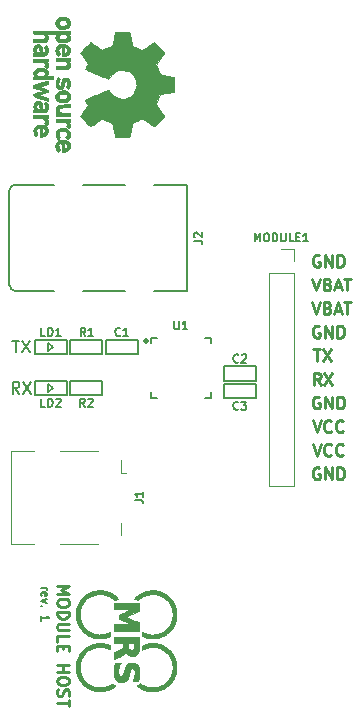
<source format=gbr>
%TF.GenerationSoftware,KiCad,Pcbnew,5.1.9-73d0e3b20d~88~ubuntu20.04.1*%
%TF.CreationDate,2021-01-12T14:06:49+01:00*%
%TF.ProjectId,MRS_Module_Host,4d52535f-4d6f-4647-956c-655f486f7374,1*%
%TF.SameCoordinates,Original*%
%TF.FileFunction,Legend,Top*%
%TF.FilePolarity,Positive*%
%FSLAX46Y46*%
G04 Gerber Fmt 4.6, Leading zero omitted, Abs format (unit mm)*
G04 Created by KiCad (PCBNEW 5.1.9-73d0e3b20d~88~ubuntu20.04.1) date 2021-01-12 14:06:49*
%MOMM*%
%LPD*%
G01*
G04 APERTURE LIST*
%ADD10C,0.150000*%
%ADD11C,0.250000*%
%ADD12C,0.120000*%
%ADD13C,0.010000*%
%ADD14C,0.500000*%
G04 APERTURE END LIST*
D10*
X99683333Y-113616666D02*
X100150000Y-113616666D01*
X100016666Y-113616666D02*
X100083333Y-113650000D01*
X100116666Y-113683333D01*
X100150000Y-113750000D01*
X100150000Y-113816666D01*
X99716666Y-114316666D02*
X99683333Y-114250000D01*
X99683333Y-114116666D01*
X99716666Y-114050000D01*
X99783333Y-114016666D01*
X100050000Y-114016666D01*
X100116666Y-114050000D01*
X100150000Y-114116666D01*
X100150000Y-114250000D01*
X100116666Y-114316666D01*
X100050000Y-114350000D01*
X99983333Y-114350000D01*
X99916666Y-114016666D01*
X100150000Y-114583333D02*
X99683333Y-114750000D01*
X100150000Y-114916666D01*
X99750000Y-115183333D02*
X99716666Y-115216666D01*
X99683333Y-115183333D01*
X99716666Y-115150000D01*
X99750000Y-115183333D01*
X99683333Y-115183333D01*
X99683333Y-116416666D02*
X99683333Y-116016666D01*
X99683333Y-116216666D02*
X100383333Y-116216666D01*
X100283333Y-116150000D01*
X100216666Y-116083333D01*
X100183333Y-116016666D01*
D11*
X101047619Y-113476190D02*
X102047619Y-113476190D01*
X101333333Y-113809523D01*
X102047619Y-114142857D01*
X101047619Y-114142857D01*
X102047619Y-114809523D02*
X102047619Y-115000000D01*
X102000000Y-115095238D01*
X101904761Y-115190476D01*
X101714285Y-115238095D01*
X101380952Y-115238095D01*
X101190476Y-115190476D01*
X101095238Y-115095238D01*
X101047619Y-115000000D01*
X101047619Y-114809523D01*
X101095238Y-114714285D01*
X101190476Y-114619047D01*
X101380952Y-114571428D01*
X101714285Y-114571428D01*
X101904761Y-114619047D01*
X102000000Y-114714285D01*
X102047619Y-114809523D01*
X101047619Y-115666666D02*
X102047619Y-115666666D01*
X102047619Y-115904761D01*
X102000000Y-116047619D01*
X101904761Y-116142857D01*
X101809523Y-116190476D01*
X101619047Y-116238095D01*
X101476190Y-116238095D01*
X101285714Y-116190476D01*
X101190476Y-116142857D01*
X101095238Y-116047619D01*
X101047619Y-115904761D01*
X101047619Y-115666666D01*
X102047619Y-116666666D02*
X101238095Y-116666666D01*
X101142857Y-116714285D01*
X101095238Y-116761904D01*
X101047619Y-116857142D01*
X101047619Y-117047619D01*
X101095238Y-117142857D01*
X101142857Y-117190476D01*
X101238095Y-117238095D01*
X102047619Y-117238095D01*
X101047619Y-118190476D02*
X101047619Y-117714285D01*
X102047619Y-117714285D01*
X101571428Y-118523809D02*
X101571428Y-118857142D01*
X101047619Y-119000000D02*
X101047619Y-118523809D01*
X102047619Y-118523809D01*
X102047619Y-119000000D01*
X101047619Y-120190476D02*
X102047619Y-120190476D01*
X101571428Y-120190476D02*
X101571428Y-120761904D01*
X101047619Y-120761904D02*
X102047619Y-120761904D01*
X102047619Y-121428571D02*
X102047619Y-121619047D01*
X102000000Y-121714285D01*
X101904761Y-121809523D01*
X101714285Y-121857142D01*
X101380952Y-121857142D01*
X101190476Y-121809523D01*
X101095238Y-121714285D01*
X101047619Y-121619047D01*
X101047619Y-121428571D01*
X101095238Y-121333333D01*
X101190476Y-121238095D01*
X101380952Y-121190476D01*
X101714285Y-121190476D01*
X101904761Y-121238095D01*
X102000000Y-121333333D01*
X102047619Y-121428571D01*
X101095238Y-122238095D02*
X101047619Y-122380952D01*
X101047619Y-122619047D01*
X101095238Y-122714285D01*
X101142857Y-122761904D01*
X101238095Y-122809523D01*
X101333333Y-122809523D01*
X101428571Y-122761904D01*
X101476190Y-122714285D01*
X101523809Y-122619047D01*
X101571428Y-122428571D01*
X101619047Y-122333333D01*
X101666666Y-122285714D01*
X101761904Y-122238095D01*
X101857142Y-122238095D01*
X101952380Y-122285714D01*
X102000000Y-122333333D01*
X102047619Y-122428571D01*
X102047619Y-122666666D01*
X102000000Y-122809523D01*
X102047619Y-123095238D02*
X102047619Y-123666666D01*
X101047619Y-123380952D02*
X102047619Y-123380952D01*
D10*
X97833333Y-97202380D02*
X97500000Y-96726190D01*
X97261904Y-97202380D02*
X97261904Y-96202380D01*
X97642857Y-96202380D01*
X97738095Y-96250000D01*
X97785714Y-96297619D01*
X97833333Y-96392857D01*
X97833333Y-96535714D01*
X97785714Y-96630952D01*
X97738095Y-96678571D01*
X97642857Y-96726190D01*
X97261904Y-96726190D01*
X98166666Y-96202380D02*
X98833333Y-97202380D01*
X98833333Y-96202380D02*
X98166666Y-97202380D01*
X97238095Y-92702380D02*
X97809523Y-92702380D01*
X97523809Y-93702380D02*
X97523809Y-92702380D01*
X98047619Y-92702380D02*
X98714285Y-93702380D01*
X98714285Y-92702380D02*
X98047619Y-93702380D01*
%TO.C,J2*%
X112000000Y-79500000D02*
X112000000Y-88500000D01*
X112000000Y-88500000D02*
X109250000Y-88500000D01*
X112000000Y-79500000D02*
X109250000Y-79500000D01*
X103250000Y-79500000D02*
X106750000Y-79500000D01*
X103250000Y-88500000D02*
X106750000Y-88500000D01*
X97500000Y-88500000D02*
X100750000Y-88500000D01*
X97500000Y-79500000D02*
X100750000Y-79500000D01*
X97000000Y-88000000D02*
X97000000Y-80000000D01*
X97000000Y-80000000D02*
G75*
G02*
X97500000Y-79500000I500000J0D01*
G01*
X97500000Y-88500000D02*
G75*
G02*
X97000000Y-88000000I0J500000D01*
G01*
D12*
%TO.C,MODULE1*%
X120000000Y-84940000D02*
X121060000Y-84940000D01*
X121060000Y-87000000D02*
X121060000Y-105060000D01*
X121060000Y-84940000D02*
X121060000Y-86000000D01*
X118940000Y-105060000D02*
X121060000Y-105060000D01*
X118940000Y-87000000D02*
X118940000Y-105060000D01*
X118940000Y-87000000D02*
X121060000Y-87000000D01*
D13*
%TO.C,LOGO2*%
G36*
X102090440Y-67219909D02*
G01*
X102064501Y-67272412D01*
X102019300Y-67337158D01*
X101970009Y-67384347D01*
X101908115Y-67416665D01*
X101825104Y-67436797D01*
X101712462Y-67447430D01*
X101561676Y-67451247D01*
X101496851Y-67451470D01*
X101354779Y-67450818D01*
X101253243Y-67448112D01*
X101182985Y-67442224D01*
X101134744Y-67432027D01*
X101099262Y-67416394D01*
X101075057Y-67400128D01*
X100972071Y-67296295D01*
X100910126Y-67174021D01*
X100891494Y-67042114D01*
X100918451Y-66909384D01*
X100937514Y-66867333D01*
X100989985Y-66766666D01*
X100167741Y-66766666D01*
X100205733Y-66840135D01*
X100235128Y-66936941D01*
X100242658Y-67055928D01*
X100228755Y-67174745D01*
X100197524Y-67264473D01*
X100138046Y-67338899D01*
X100052934Y-67402490D01*
X100044195Y-67407271D01*
X100003034Y-67427437D01*
X99961546Y-67442165D01*
X99911287Y-67452303D01*
X99843816Y-67458699D01*
X99750691Y-67462201D01*
X99623469Y-67463658D01*
X99480299Y-67463921D01*
X99023529Y-67463921D01*
X99023529Y-67190000D01*
X99865769Y-67190000D01*
X99930237Y-67113383D01*
X99981806Y-67033793D01*
X99991182Y-66958422D01*
X99967053Y-66882633D01*
X99943426Y-66842241D01*
X99909773Y-66812179D01*
X99858913Y-66790797D01*
X99783666Y-66776450D01*
X99676854Y-66767490D01*
X99531296Y-66762270D01*
X99434412Y-66760431D01*
X99035980Y-66754215D01*
X99028453Y-66623480D01*
X99020927Y-66492745D01*
X101493418Y-66492745D01*
X101493418Y-66766666D01*
X101355577Y-66773650D01*
X101259893Y-66797182D01*
X101200359Y-66841135D01*
X101170971Y-66909382D01*
X101165098Y-66978333D01*
X101171846Y-67056386D01*
X101198406Y-67108189D01*
X101233501Y-67140583D01*
X101271248Y-67166084D01*
X101313300Y-67181265D01*
X101372221Y-67188019D01*
X101460572Y-67188241D01*
X101534552Y-67185968D01*
X101646000Y-67180749D01*
X101719167Y-67172979D01*
X101765578Y-67159895D01*
X101796756Y-67138732D01*
X101814777Y-67118760D01*
X101854075Y-67035314D01*
X101860421Y-66936551D01*
X101846884Y-66879841D01*
X101798767Y-66823692D01*
X101705167Y-66786499D01*
X101566746Y-66768472D01*
X101493418Y-66766666D01*
X101493418Y-66492745D01*
X102111372Y-66492745D01*
X102111372Y-66629705D01*
X102108121Y-66711935D01*
X102096574Y-66754360D01*
X102074048Y-66766661D01*
X102073380Y-66766666D01*
X102051319Y-66772374D01*
X102053824Y-66797547D01*
X102078065Y-66847598D01*
X102115149Y-66964219D01*
X102119047Y-67095429D01*
X102090440Y-67219909D01*
G37*
X102090440Y-67219909D02*
X102064501Y-67272412D01*
X102019300Y-67337158D01*
X101970009Y-67384347D01*
X101908115Y-67416665D01*
X101825104Y-67436797D01*
X101712462Y-67447430D01*
X101561676Y-67451247D01*
X101496851Y-67451470D01*
X101354779Y-67450818D01*
X101253243Y-67448112D01*
X101182985Y-67442224D01*
X101134744Y-67432027D01*
X101099262Y-67416394D01*
X101075057Y-67400128D01*
X100972071Y-67296295D01*
X100910126Y-67174021D01*
X100891494Y-67042114D01*
X100918451Y-66909384D01*
X100937514Y-66867333D01*
X100989985Y-66766666D01*
X100167741Y-66766666D01*
X100205733Y-66840135D01*
X100235128Y-66936941D01*
X100242658Y-67055928D01*
X100228755Y-67174745D01*
X100197524Y-67264473D01*
X100138046Y-67338899D01*
X100052934Y-67402490D01*
X100044195Y-67407271D01*
X100003034Y-67427437D01*
X99961546Y-67442165D01*
X99911287Y-67452303D01*
X99843816Y-67458699D01*
X99750691Y-67462201D01*
X99623469Y-67463658D01*
X99480299Y-67463921D01*
X99023529Y-67463921D01*
X99023529Y-67190000D01*
X99865769Y-67190000D01*
X99930237Y-67113383D01*
X99981806Y-67033793D01*
X99991182Y-66958422D01*
X99967053Y-66882633D01*
X99943426Y-66842241D01*
X99909773Y-66812179D01*
X99858913Y-66790797D01*
X99783666Y-66776450D01*
X99676854Y-66767490D01*
X99531296Y-66762270D01*
X99434412Y-66760431D01*
X99035980Y-66754215D01*
X99028453Y-66623480D01*
X99020927Y-66492745D01*
X101493418Y-66492745D01*
X101493418Y-66766666D01*
X101355577Y-66773650D01*
X101259893Y-66797182D01*
X101200359Y-66841135D01*
X101170971Y-66909382D01*
X101165098Y-66978333D01*
X101171846Y-67056386D01*
X101198406Y-67108189D01*
X101233501Y-67140583D01*
X101271248Y-67166084D01*
X101313300Y-67181265D01*
X101372221Y-67188019D01*
X101460572Y-67188241D01*
X101534552Y-67185968D01*
X101646000Y-67180749D01*
X101719167Y-67172979D01*
X101765578Y-67159895D01*
X101796756Y-67138732D01*
X101814777Y-67118760D01*
X101854075Y-67035314D01*
X101860421Y-66936551D01*
X101846884Y-66879841D01*
X101798767Y-66823692D01*
X101705167Y-66786499D01*
X101566746Y-66768472D01*
X101493418Y-66766666D01*
X101493418Y-66492745D01*
X102111372Y-66492745D01*
X102111372Y-66629705D01*
X102108121Y-66711935D01*
X102096574Y-66754360D01*
X102074048Y-66766661D01*
X102073380Y-66766666D01*
X102051319Y-66772374D01*
X102053824Y-66797547D01*
X102078065Y-66847598D01*
X102115149Y-66964219D01*
X102119047Y-67095429D01*
X102090440Y-67219909D01*
G36*
X100234078Y-68258720D02*
G01*
X100202820Y-68375870D01*
X100146163Y-68465051D01*
X100071955Y-68527984D01*
X100040284Y-68547548D01*
X100007109Y-68561992D01*
X99964671Y-68572089D01*
X99905212Y-68578615D01*
X99820971Y-68582342D01*
X99704190Y-68584046D01*
X99547110Y-68584500D01*
X99505435Y-68584509D01*
X99023529Y-68584509D01*
X99023529Y-68464980D01*
X99028869Y-68388739D01*
X99042396Y-68332366D01*
X99050738Y-68318242D01*
X99065136Y-68279630D01*
X99050738Y-68240192D01*
X99032763Y-68175262D01*
X99025528Y-68080945D01*
X99028667Y-67976407D01*
X99041814Y-67880811D01*
X99058682Y-67825000D01*
X99128014Y-67716998D01*
X99224228Y-67649503D01*
X99352156Y-67619159D01*
X99355441Y-67618877D01*
X99412192Y-67621540D01*
X99412192Y-67862353D01*
X99347642Y-67883405D01*
X99311314Y-67917697D01*
X99283838Y-67986532D01*
X99272871Y-68077390D01*
X99278269Y-68170042D01*
X99299890Y-68244256D01*
X99313761Y-68265049D01*
X99377857Y-68301381D01*
X99450722Y-68310588D01*
X99546470Y-68310588D01*
X99546470Y-68172827D01*
X99536395Y-68041953D01*
X99507852Y-67942741D01*
X99463361Y-67881023D01*
X99412192Y-67862353D01*
X99412192Y-67621540D01*
X99495210Y-67625436D01*
X99605718Y-67671534D01*
X99689288Y-67758200D01*
X99696890Y-67770179D01*
X99721643Y-67821655D01*
X99736632Y-67885368D01*
X99743918Y-67974435D01*
X99745593Y-68080245D01*
X99745686Y-68310588D01*
X99842245Y-68310588D01*
X99917164Y-68300817D01*
X99967356Y-68275884D01*
X99970028Y-68272965D01*
X99991985Y-68217481D01*
X100000495Y-68133727D01*
X99996313Y-68041167D01*
X99980191Y-67959270D01*
X99956010Y-67910673D01*
X99936641Y-67884341D01*
X99932943Y-67856535D01*
X99948812Y-67818161D01*
X99988145Y-67760125D01*
X100054836Y-67673331D01*
X100061084Y-67665365D01*
X100084200Y-67669447D01*
X100122648Y-67703501D01*
X100165373Y-67755260D01*
X100201321Y-67812455D01*
X100209809Y-67830425D01*
X100226748Y-67895972D01*
X100238830Y-67992020D01*
X100243677Y-68099329D01*
X100243687Y-68104347D01*
X100234078Y-68258720D01*
G37*
X100234078Y-68258720D02*
X100202820Y-68375870D01*
X100146163Y-68465051D01*
X100071955Y-68527984D01*
X100040284Y-68547548D01*
X100007109Y-68561992D01*
X99964671Y-68572089D01*
X99905212Y-68578615D01*
X99820971Y-68582342D01*
X99704190Y-68584046D01*
X99547110Y-68584500D01*
X99505435Y-68584509D01*
X99023529Y-68584509D01*
X99023529Y-68464980D01*
X99028869Y-68388739D01*
X99042396Y-68332366D01*
X99050738Y-68318242D01*
X99065136Y-68279630D01*
X99050738Y-68240192D01*
X99032763Y-68175262D01*
X99025528Y-68080945D01*
X99028667Y-67976407D01*
X99041814Y-67880811D01*
X99058682Y-67825000D01*
X99128014Y-67716998D01*
X99224228Y-67649503D01*
X99352156Y-67619159D01*
X99355441Y-67618877D01*
X99412192Y-67621540D01*
X99412192Y-67862353D01*
X99347642Y-67883405D01*
X99311314Y-67917697D01*
X99283838Y-67986532D01*
X99272871Y-68077390D01*
X99278269Y-68170042D01*
X99299890Y-68244256D01*
X99313761Y-68265049D01*
X99377857Y-68301381D01*
X99450722Y-68310588D01*
X99546470Y-68310588D01*
X99546470Y-68172827D01*
X99536395Y-68041953D01*
X99507852Y-67942741D01*
X99463361Y-67881023D01*
X99412192Y-67862353D01*
X99412192Y-67621540D01*
X99495210Y-67625436D01*
X99605718Y-67671534D01*
X99689288Y-67758200D01*
X99696890Y-67770179D01*
X99721643Y-67821655D01*
X99736632Y-67885368D01*
X99743918Y-67974435D01*
X99745593Y-68080245D01*
X99745686Y-68310588D01*
X99842245Y-68310588D01*
X99917164Y-68300817D01*
X99967356Y-68275884D01*
X99970028Y-68272965D01*
X99991985Y-68217481D01*
X100000495Y-68133727D01*
X99996313Y-68041167D01*
X99980191Y-67959270D01*
X99956010Y-67910673D01*
X99936641Y-67884341D01*
X99932943Y-67856535D01*
X99948812Y-67818161D01*
X99988145Y-67760125D01*
X100054836Y-67673331D01*
X100061084Y-67665365D01*
X100084200Y-67669447D01*
X100122648Y-67703501D01*
X100165373Y-67755260D01*
X100201321Y-67812455D01*
X100209809Y-67830425D01*
X100226748Y-67895972D01*
X100238830Y-67992020D01*
X100243677Y-68099329D01*
X100243687Y-68104347D01*
X100234078Y-68258720D01*
G36*
X100241079Y-69032764D02*
G01*
X100229909Y-69070030D01*
X100205367Y-69082043D01*
X100194288Y-69082549D01*
X100163428Y-69084704D01*
X100158583Y-69099551D01*
X100179740Y-69139657D01*
X100194194Y-69163480D01*
X100225150Y-69238638D01*
X100240456Y-69328406D01*
X100241633Y-69422529D01*
X100230201Y-69510754D01*
X100207680Y-69582826D01*
X100175591Y-69628492D01*
X100135455Y-69637498D01*
X100124585Y-69632953D01*
X100079466Y-69599821D01*
X100023974Y-69548445D01*
X100015004Y-69539152D01*
X99973755Y-69490182D01*
X99960428Y-69447931D01*
X99969729Y-69388841D01*
X99975910Y-69365169D01*
X99990754Y-69291504D01*
X99984079Y-69239710D01*
X99960535Y-69195969D01*
X99928939Y-69155902D01*
X99889202Y-69126392D01*
X99833748Y-69105884D01*
X99754997Y-69092824D01*
X99645371Y-69085656D01*
X99497294Y-69082824D01*
X99407889Y-69082549D01*
X99023529Y-69082549D01*
X99023529Y-68833529D01*
X100243725Y-68833529D01*
X100243725Y-68958039D01*
X100241079Y-69032764D01*
G37*
X100241079Y-69032764D02*
X100229909Y-69070030D01*
X100205367Y-69082043D01*
X100194288Y-69082549D01*
X100163428Y-69084704D01*
X100158583Y-69099551D01*
X100179740Y-69139657D01*
X100194194Y-69163480D01*
X100225150Y-69238638D01*
X100240456Y-69328406D01*
X100241633Y-69422529D01*
X100230201Y-69510754D01*
X100207680Y-69582826D01*
X100175591Y-69628492D01*
X100135455Y-69637498D01*
X100124585Y-69632953D01*
X100079466Y-69599821D01*
X100023974Y-69548445D01*
X100015004Y-69539152D01*
X99973755Y-69490182D01*
X99960428Y-69447931D01*
X99969729Y-69388841D01*
X99975910Y-69365169D01*
X99990754Y-69291504D01*
X99984079Y-69239710D01*
X99960535Y-69195969D01*
X99928939Y-69155902D01*
X99889202Y-69126392D01*
X99833748Y-69105884D01*
X99754997Y-69092824D01*
X99645371Y-69085656D01*
X99497294Y-69082824D01*
X99407889Y-69082549D01*
X99023529Y-69082549D01*
X99023529Y-68833529D01*
X100243725Y-68833529D01*
X100243725Y-68958039D01*
X100241079Y-69032764D01*
G36*
X99023529Y-70601568D02*
G01*
X99023529Y-70464607D01*
X99025860Y-70385111D01*
X99035512Y-70343708D01*
X99056475Y-70328801D01*
X99070649Y-70327647D01*
X99099073Y-70325133D01*
X99104525Y-70309280D01*
X99087002Y-70267621D01*
X99070649Y-70235224D01*
X99031897Y-70110849D01*
X99029654Y-69975646D01*
X99058556Y-69865726D01*
X99128381Y-69763366D01*
X99231445Y-69685340D01*
X99353011Y-69642614D01*
X99359808Y-69641526D01*
X99433968Y-69635178D01*
X99540430Y-69632021D01*
X99620948Y-69632275D01*
X99620948Y-69904289D01*
X99513930Y-69910590D01*
X99425722Y-69924925D01*
X99375910Y-69944331D01*
X99307838Y-70017746D01*
X99283436Y-70104914D01*
X99303169Y-70194804D01*
X99362032Y-70271617D01*
X99401621Y-70300708D01*
X99448862Y-70317717D01*
X99517819Y-70325684D01*
X99621393Y-70327647D01*
X99723961Y-70324134D01*
X99814079Y-70314857D01*
X99874387Y-70301706D01*
X99879792Y-70299514D01*
X99944060Y-70246478D01*
X99979344Y-70169067D01*
X99985041Y-70082454D01*
X99960547Y-70001807D01*
X99905258Y-69942297D01*
X99894257Y-69936124D01*
X99827173Y-69916801D01*
X99730716Y-69906274D01*
X99620948Y-69904289D01*
X99620948Y-69632275D01*
X99661775Y-69632404D01*
X99727082Y-69634194D01*
X99888645Y-69646373D01*
X100009947Y-69671685D01*
X100099621Y-69713793D01*
X100166301Y-69776359D01*
X100205443Y-69837100D01*
X100232960Y-69921964D01*
X100242397Y-70027515D01*
X100234710Y-70135598D01*
X100210854Y-70228058D01*
X100182315Y-70276910D01*
X100136399Y-70327647D01*
X100716863Y-70327647D01*
X100716863Y-70601568D01*
X99023529Y-70601568D01*
G37*
X99023529Y-70601568D02*
X99023529Y-70464607D01*
X99025860Y-70385111D01*
X99035512Y-70343708D01*
X99056475Y-70328801D01*
X99070649Y-70327647D01*
X99099073Y-70325133D01*
X99104525Y-70309280D01*
X99087002Y-70267621D01*
X99070649Y-70235224D01*
X99031897Y-70110849D01*
X99029654Y-69975646D01*
X99058556Y-69865726D01*
X99128381Y-69763366D01*
X99231445Y-69685340D01*
X99353011Y-69642614D01*
X99359808Y-69641526D01*
X99433968Y-69635178D01*
X99540430Y-69632021D01*
X99620948Y-69632275D01*
X99620948Y-69904289D01*
X99513930Y-69910590D01*
X99425722Y-69924925D01*
X99375910Y-69944331D01*
X99307838Y-70017746D01*
X99283436Y-70104914D01*
X99303169Y-70194804D01*
X99362032Y-70271617D01*
X99401621Y-70300708D01*
X99448862Y-70317717D01*
X99517819Y-70325684D01*
X99621393Y-70327647D01*
X99723961Y-70324134D01*
X99814079Y-70314857D01*
X99874387Y-70301706D01*
X99879792Y-70299514D01*
X99944060Y-70246478D01*
X99979344Y-70169067D01*
X99985041Y-70082454D01*
X99960547Y-70001807D01*
X99905258Y-69942297D01*
X99894257Y-69936124D01*
X99827173Y-69916801D01*
X99730716Y-69906274D01*
X99620948Y-69904289D01*
X99620948Y-69632275D01*
X99661775Y-69632404D01*
X99727082Y-69634194D01*
X99888645Y-69646373D01*
X100009947Y-69671685D01*
X100099621Y-69713793D01*
X100166301Y-69776359D01*
X100205443Y-69837100D01*
X100232960Y-69921964D01*
X100242397Y-70027515D01*
X100234710Y-70135598D01*
X100210854Y-70228058D01*
X100182315Y-70276910D01*
X100136399Y-70327647D01*
X100716863Y-70327647D01*
X100716863Y-70601568D01*
X99023529Y-70601568D01*
G36*
X100238668Y-71557528D02*
G01*
X100231274Y-71656014D01*
X99845294Y-71784776D01*
X99459314Y-71913537D01*
X99596274Y-71953911D01*
X99680917Y-71978207D01*
X99795303Y-72010167D01*
X99921037Y-72044679D01*
X99988480Y-72062928D01*
X100243725Y-72131571D01*
X100243725Y-72414773D01*
X99976029Y-72330122D01*
X99844362Y-72288435D01*
X99685542Y-72238074D01*
X99519872Y-72185481D01*
X99372157Y-72138530D01*
X99035980Y-72031589D01*
X99020956Y-71800661D01*
X99227684Y-71738050D01*
X99356104Y-71699438D01*
X99497678Y-71657300D01*
X99622715Y-71620472D01*
X99627691Y-71619018D01*
X99712414Y-71591511D01*
X99770222Y-71567242D01*
X99792082Y-71550243D01*
X99789554Y-71546750D01*
X99755664Y-71534490D01*
X99683070Y-71511195D01*
X99580899Y-71479700D01*
X99458280Y-71442842D01*
X99390833Y-71422899D01*
X99023529Y-71314895D01*
X99023529Y-71085679D01*
X99602500Y-70902439D01*
X99764909Y-70850963D01*
X99912398Y-70804070D01*
X100038040Y-70763977D01*
X100134905Y-70732897D01*
X100196066Y-70713045D01*
X100213935Y-70707011D01*
X100232232Y-70711788D01*
X100240245Y-70749297D01*
X100239443Y-70827355D01*
X100238837Y-70839574D01*
X100231274Y-70984326D01*
X99882647Y-71079130D01*
X99755503Y-71113977D01*
X99643735Y-71145117D01*
X99557047Y-71169809D01*
X99505144Y-71185312D01*
X99496682Y-71188176D01*
X99506413Y-71200046D01*
X99556828Y-71223983D01*
X99641065Y-71257239D01*
X99752259Y-71297064D01*
X99852703Y-71330730D01*
X100246061Y-71459041D01*
X100238668Y-71557528D01*
G37*
X100238668Y-71557528D02*
X100231274Y-71656014D01*
X99845294Y-71784776D01*
X99459314Y-71913537D01*
X99596274Y-71953911D01*
X99680917Y-71978207D01*
X99795303Y-72010167D01*
X99921037Y-72044679D01*
X99988480Y-72062928D01*
X100243725Y-72131571D01*
X100243725Y-72414773D01*
X99976029Y-72330122D01*
X99844362Y-72288435D01*
X99685542Y-72238074D01*
X99519872Y-72185481D01*
X99372157Y-72138530D01*
X99035980Y-72031589D01*
X99020956Y-71800661D01*
X99227684Y-71738050D01*
X99356104Y-71699438D01*
X99497678Y-71657300D01*
X99622715Y-71620472D01*
X99627691Y-71619018D01*
X99712414Y-71591511D01*
X99770222Y-71567242D01*
X99792082Y-71550243D01*
X99789554Y-71546750D01*
X99755664Y-71534490D01*
X99683070Y-71511195D01*
X99580899Y-71479700D01*
X99458280Y-71442842D01*
X99390833Y-71422899D01*
X99023529Y-71314895D01*
X99023529Y-71085679D01*
X99602500Y-70902439D01*
X99764909Y-70850963D01*
X99912398Y-70804070D01*
X100038040Y-70763977D01*
X100134905Y-70732897D01*
X100196066Y-70713045D01*
X100213935Y-70707011D01*
X100232232Y-70711788D01*
X100240245Y-70749297D01*
X100239443Y-70827355D01*
X100238837Y-70839574D01*
X100231274Y-70984326D01*
X99882647Y-71079130D01*
X99755503Y-71113977D01*
X99643735Y-71145117D01*
X99557047Y-71169809D01*
X99505144Y-71185312D01*
X99496682Y-71188176D01*
X99506413Y-71200046D01*
X99556828Y-71223983D01*
X99641065Y-71257239D01*
X99752259Y-71297064D01*
X99852703Y-71330730D01*
X100246061Y-71459041D01*
X100238668Y-71557528D01*
G36*
X100236331Y-73056459D02*
G01*
X100210837Y-73161420D01*
X100197331Y-73191761D01*
X100161954Y-73250573D01*
X100122110Y-73295709D01*
X100070880Y-73329106D01*
X100001346Y-73352701D01*
X99906591Y-73368433D01*
X99779695Y-73378239D01*
X99613742Y-73384057D01*
X99502892Y-73386266D01*
X99023529Y-73394396D01*
X99023529Y-73255531D01*
X99027062Y-73171287D01*
X99039134Y-73127884D01*
X99059406Y-73116666D01*
X99081326Y-73110744D01*
X99077135Y-73084266D01*
X99059559Y-73048186D01*
X99032618Y-72957862D01*
X99025358Y-72841777D01*
X99037233Y-72719680D01*
X99067695Y-72611321D01*
X99071923Y-72601602D01*
X99141495Y-72502568D01*
X99238211Y-72437281D01*
X99351262Y-72407240D01*
X99391878Y-72409535D01*
X99391878Y-72654633D01*
X99337218Y-72676229D01*
X99298048Y-72740259D01*
X99277026Y-72843565D01*
X99274234Y-72898774D01*
X99281380Y-72990782D01*
X99309152Y-73051941D01*
X99322353Y-73066862D01*
X99394171Y-73107287D01*
X99459314Y-73116666D01*
X99546470Y-73116666D01*
X99546470Y-72995269D01*
X99539278Y-72854153D01*
X99516655Y-72755173D01*
X99477036Y-72692633D01*
X99459372Y-72678631D01*
X99391878Y-72654633D01*
X99391878Y-72409535D01*
X99469843Y-72413941D01*
X99583145Y-72458880D01*
X99659715Y-72520196D01*
X99692819Y-72557332D01*
X99714575Y-72593687D01*
X99727839Y-72640990D01*
X99735472Y-72710973D01*
X99740330Y-72815364D01*
X99741727Y-72856770D01*
X99750220Y-73116666D01*
X99828884Y-73116285D01*
X99911572Y-73106219D01*
X99961569Y-73069829D01*
X99993511Y-72996311D01*
X99994080Y-72994339D01*
X100006639Y-72890105D01*
X99990234Y-72788108D01*
X99950343Y-72712305D01*
X99930646Y-72681890D01*
X99933371Y-72649132D01*
X99961909Y-72598721D01*
X99982050Y-72569119D01*
X100025081Y-72511218D01*
X100057338Y-72475352D01*
X100066573Y-72469597D01*
X100114364Y-72493295D01*
X100171438Y-72563313D01*
X100190695Y-72593725D01*
X100223860Y-72681155D01*
X100242650Y-72798983D01*
X100246871Y-72929866D01*
X100236331Y-73056459D01*
G37*
X100236331Y-73056459D02*
X100210837Y-73161420D01*
X100197331Y-73191761D01*
X100161954Y-73250573D01*
X100122110Y-73295709D01*
X100070880Y-73329106D01*
X100001346Y-73352701D01*
X99906591Y-73368433D01*
X99779695Y-73378239D01*
X99613742Y-73384057D01*
X99502892Y-73386266D01*
X99023529Y-73394396D01*
X99023529Y-73255531D01*
X99027062Y-73171287D01*
X99039134Y-73127884D01*
X99059406Y-73116666D01*
X99081326Y-73110744D01*
X99077135Y-73084266D01*
X99059559Y-73048186D01*
X99032618Y-72957862D01*
X99025358Y-72841777D01*
X99037233Y-72719680D01*
X99067695Y-72611321D01*
X99071923Y-72601602D01*
X99141495Y-72502568D01*
X99238211Y-72437281D01*
X99351262Y-72407240D01*
X99391878Y-72409535D01*
X99391878Y-72654633D01*
X99337218Y-72676229D01*
X99298048Y-72740259D01*
X99277026Y-72843565D01*
X99274234Y-72898774D01*
X99281380Y-72990782D01*
X99309152Y-73051941D01*
X99322353Y-73066862D01*
X99394171Y-73107287D01*
X99459314Y-73116666D01*
X99546470Y-73116666D01*
X99546470Y-72995269D01*
X99539278Y-72854153D01*
X99516655Y-72755173D01*
X99477036Y-72692633D01*
X99459372Y-72678631D01*
X99391878Y-72654633D01*
X99391878Y-72409535D01*
X99469843Y-72413941D01*
X99583145Y-72458880D01*
X99659715Y-72520196D01*
X99692819Y-72557332D01*
X99714575Y-72593687D01*
X99727839Y-72640990D01*
X99735472Y-72710973D01*
X99740330Y-72815364D01*
X99741727Y-72856770D01*
X99750220Y-73116666D01*
X99828884Y-73116285D01*
X99911572Y-73106219D01*
X99961569Y-73069829D01*
X99993511Y-72996311D01*
X99994080Y-72994339D01*
X100006639Y-72890105D01*
X99990234Y-72788108D01*
X99950343Y-72712305D01*
X99930646Y-72681890D01*
X99933371Y-72649132D01*
X99961909Y-72598721D01*
X99982050Y-72569119D01*
X100025081Y-72511218D01*
X100057338Y-72475352D01*
X100066573Y-72469597D01*
X100114364Y-72493295D01*
X100171438Y-72563313D01*
X100190695Y-72593725D01*
X100223860Y-72681155D01*
X100242650Y-72798983D01*
X100246871Y-72929866D01*
X100236331Y-73056459D01*
G36*
X100244117Y-74238446D02*
G01*
X100225245Y-74334177D01*
X100197301Y-74388677D01*
X100150877Y-74446008D01*
X100047889Y-74364441D01*
X99985521Y-74314150D01*
X99955093Y-74280001D01*
X99950445Y-74246063D01*
X99965414Y-74196406D01*
X99973883Y-74173096D01*
X99986378Y-74078063D01*
X99959594Y-73991032D01*
X99899085Y-73927138D01*
X99879792Y-73916759D01*
X99828686Y-73905456D01*
X99734500Y-73896732D01*
X99603911Y-73890997D01*
X99443595Y-73888660D01*
X99420789Y-73888627D01*
X99023529Y-73888627D01*
X99023529Y-73614705D01*
X100243725Y-73614705D01*
X100243725Y-73751666D01*
X100241663Y-73830638D01*
X100232487Y-73871779D01*
X100211710Y-73886992D01*
X100192114Y-73888627D01*
X100140503Y-73888627D01*
X100192114Y-73954240D01*
X100227325Y-74029475D01*
X100244735Y-74130544D01*
X100244117Y-74238446D01*
G37*
X100244117Y-74238446D02*
X100225245Y-74334177D01*
X100197301Y-74388677D01*
X100150877Y-74446008D01*
X100047889Y-74364441D01*
X99985521Y-74314150D01*
X99955093Y-74280001D01*
X99950445Y-74246063D01*
X99965414Y-74196406D01*
X99973883Y-74173096D01*
X99986378Y-74078063D01*
X99959594Y-73991032D01*
X99899085Y-73927138D01*
X99879792Y-73916759D01*
X99828686Y-73905456D01*
X99734500Y-73896732D01*
X99603911Y-73890997D01*
X99443595Y-73888660D01*
X99420789Y-73888627D01*
X99023529Y-73888627D01*
X99023529Y-73614705D01*
X100243725Y-73614705D01*
X100243725Y-73751666D01*
X100241663Y-73830638D01*
X100232487Y-73871779D01*
X100211710Y-73886992D01*
X100192114Y-73888627D01*
X100140503Y-73888627D01*
X100192114Y-73954240D01*
X100227325Y-74029475D01*
X100244735Y-74130544D01*
X100244117Y-74238446D01*
G36*
X100237216Y-75025307D02*
G01*
X100206269Y-75144337D01*
X100142400Y-75244021D01*
X100094687Y-75292288D01*
X99981894Y-75371408D01*
X99851050Y-75416752D01*
X99690208Y-75432330D01*
X99677206Y-75432410D01*
X99546470Y-75432549D01*
X99546470Y-74680091D01*
X99477990Y-74696130D01*
X99415969Y-74725091D01*
X99351346Y-74775778D01*
X99341029Y-74786379D01*
X99285195Y-74877494D01*
X99275725Y-74981400D01*
X99312460Y-75101000D01*
X99322353Y-75121274D01*
X99352426Y-75183456D01*
X99369560Y-75225106D01*
X99371145Y-75232373D01*
X99355758Y-75257740D01*
X99318113Y-75306120D01*
X99297541Y-75330679D01*
X99250286Y-75381570D01*
X99219083Y-75398281D01*
X99190380Y-75386683D01*
X99182532Y-75380483D01*
X99148181Y-75338493D01*
X99106435Y-75269206D01*
X99082065Y-75220882D01*
X99039127Y-75083711D01*
X99025214Y-74931847D01*
X99041700Y-74788024D01*
X99053504Y-74747745D01*
X99120311Y-74623078D01*
X99223108Y-74530671D01*
X99362895Y-74469990D01*
X99540670Y-74440498D01*
X99633627Y-74437260D01*
X99768967Y-74446714D01*
X99768967Y-74685490D01*
X99758962Y-74708584D01*
X99751112Y-74770662D01*
X99746479Y-74860914D01*
X99745686Y-74922058D01*
X99746451Y-75032040D01*
X99750030Y-75101457D01*
X99758351Y-75139538D01*
X99773343Y-75155515D01*
X99795097Y-75158627D01*
X99862108Y-75137278D01*
X99928336Y-75083529D01*
X99979168Y-75012822D01*
X99999962Y-74942089D01*
X99981516Y-74846016D01*
X99928189Y-74762849D01*
X99851323Y-74705186D01*
X99768967Y-74685490D01*
X99768967Y-74446714D01*
X99830709Y-74451028D01*
X99987729Y-74493520D01*
X100105931Y-74565635D01*
X100186560Y-74668273D01*
X100230861Y-74802332D01*
X100239393Y-74874957D01*
X100237216Y-75025307D01*
G37*
X100237216Y-75025307D02*
X100206269Y-75144337D01*
X100142400Y-75244021D01*
X100094687Y-75292288D01*
X99981894Y-75371408D01*
X99851050Y-75416752D01*
X99690208Y-75432330D01*
X99677206Y-75432410D01*
X99546470Y-75432549D01*
X99546470Y-74680091D01*
X99477990Y-74696130D01*
X99415969Y-74725091D01*
X99351346Y-74775778D01*
X99341029Y-74786379D01*
X99285195Y-74877494D01*
X99275725Y-74981400D01*
X99312460Y-75101000D01*
X99322353Y-75121274D01*
X99352426Y-75183456D01*
X99369560Y-75225106D01*
X99371145Y-75232373D01*
X99355758Y-75257740D01*
X99318113Y-75306120D01*
X99297541Y-75330679D01*
X99250286Y-75381570D01*
X99219083Y-75398281D01*
X99190380Y-75386683D01*
X99182532Y-75380483D01*
X99148181Y-75338493D01*
X99106435Y-75269206D01*
X99082065Y-75220882D01*
X99039127Y-75083711D01*
X99025214Y-74931847D01*
X99041700Y-74788024D01*
X99053504Y-74747745D01*
X99120311Y-74623078D01*
X99223108Y-74530671D01*
X99362895Y-74469990D01*
X99540670Y-74440498D01*
X99633627Y-74437260D01*
X99768967Y-74446714D01*
X99768967Y-74685490D01*
X99758962Y-74708584D01*
X99751112Y-74770662D01*
X99746479Y-74860914D01*
X99745686Y-74922058D01*
X99746451Y-75032040D01*
X99750030Y-75101457D01*
X99758351Y-75139538D01*
X99773343Y-75155515D01*
X99795097Y-75158627D01*
X99862108Y-75137278D01*
X99928336Y-75083529D01*
X99979168Y-75012822D01*
X99999962Y-74942089D01*
X99981516Y-74846016D01*
X99928189Y-74762849D01*
X99851323Y-74705186D01*
X99768967Y-74685490D01*
X99768967Y-74446714D01*
X99830709Y-74451028D01*
X99987729Y-74493520D01*
X100105931Y-74565635D01*
X100186560Y-74668273D01*
X100230861Y-74802332D01*
X100239393Y-74874957D01*
X100237216Y-75025307D01*
G36*
X102098432Y-65973247D02*
G01*
X102040837Y-66103522D01*
X101944666Y-66202419D01*
X101809771Y-66270082D01*
X101636004Y-66306655D01*
X101608874Y-66309276D01*
X101417592Y-66311330D01*
X101249927Y-66284699D01*
X101114033Y-66231001D01*
X101070319Y-66202247D01*
X100977802Y-66102091D01*
X100917881Y-65974537D01*
X100893015Y-65831837D01*
X100905661Y-65686240D01*
X100944609Y-65575562D01*
X101010245Y-65480384D01*
X101096301Y-65402594D01*
X101098315Y-65401249D01*
X101151430Y-65369657D01*
X101204840Y-65349127D01*
X101272246Y-65336695D01*
X101367347Y-65329397D01*
X101445334Y-65326182D01*
X101516056Y-65324844D01*
X101516056Y-65573814D01*
X101445652Y-65576247D01*
X101351932Y-65585080D01*
X101291786Y-65600664D01*
X101248994Y-65628766D01*
X101223998Y-65655086D01*
X101171662Y-65748392D01*
X101164667Y-65846020D01*
X101202324Y-65936942D01*
X101244521Y-65982402D01*
X101287044Y-66015162D01*
X101327733Y-66034323D01*
X101380686Y-66042733D01*
X101460003Y-66043237D01*
X101533050Y-66040645D01*
X101637399Y-66035071D01*
X101705080Y-66026234D01*
X101749226Y-66010307D01*
X101782969Y-65983462D01*
X101802254Y-65962189D01*
X101852914Y-65873206D01*
X101855440Y-65777211D01*
X101825433Y-65696719D01*
X101762769Y-65628053D01*
X101659832Y-65587144D01*
X101516056Y-65573814D01*
X101516056Y-65324844D01*
X101600418Y-65323246D01*
X101716400Y-65328260D01*
X101803633Y-65343283D01*
X101872470Y-65370376D01*
X101933263Y-65411600D01*
X101951314Y-65426885D01*
X102041254Y-65522454D01*
X102093789Y-65624961D01*
X102115799Y-65750321D01*
X102117598Y-65811450D01*
X102098432Y-65973247D01*
G37*
X102098432Y-65973247D02*
X102040837Y-66103522D01*
X101944666Y-66202419D01*
X101809771Y-66270082D01*
X101636004Y-66306655D01*
X101608874Y-66309276D01*
X101417592Y-66311330D01*
X101249927Y-66284699D01*
X101114033Y-66231001D01*
X101070319Y-66202247D01*
X100977802Y-66102091D01*
X100917881Y-65974537D01*
X100893015Y-65831837D01*
X100905661Y-65686240D01*
X100944609Y-65575562D01*
X101010245Y-65480384D01*
X101096301Y-65402594D01*
X101098315Y-65401249D01*
X101151430Y-65369657D01*
X101204840Y-65349127D01*
X101272246Y-65336695D01*
X101367347Y-65329397D01*
X101445334Y-65326182D01*
X101516056Y-65324844D01*
X101516056Y-65573814D01*
X101445652Y-65576247D01*
X101351932Y-65585080D01*
X101291786Y-65600664D01*
X101248994Y-65628766D01*
X101223998Y-65655086D01*
X101171662Y-65748392D01*
X101164667Y-65846020D01*
X101202324Y-65936942D01*
X101244521Y-65982402D01*
X101287044Y-66015162D01*
X101327733Y-66034323D01*
X101380686Y-66042733D01*
X101460003Y-66043237D01*
X101533050Y-66040645D01*
X101637399Y-66035071D01*
X101705080Y-66026234D01*
X101749226Y-66010307D01*
X101782969Y-65983462D01*
X101802254Y-65962189D01*
X101852914Y-65873206D01*
X101855440Y-65777211D01*
X101825433Y-65696719D01*
X101762769Y-65628053D01*
X101659832Y-65587144D01*
X101516056Y-65573814D01*
X101516056Y-65324844D01*
X101600418Y-65323246D01*
X101716400Y-65328260D01*
X101803633Y-65343283D01*
X101872470Y-65370376D01*
X101933263Y-65411600D01*
X101951314Y-65426885D01*
X102041254Y-65522454D01*
X102093789Y-65624961D01*
X102115799Y-65750321D01*
X102117598Y-65811450D01*
X102098432Y-65973247D01*
G36*
X102083646Y-68313204D02*
G01*
X102071963Y-68338019D01*
X102009049Y-68423906D01*
X101917231Y-68505121D01*
X101816132Y-68565764D01*
X101769651Y-68583012D01*
X101686624Y-68598749D01*
X101586287Y-68608133D01*
X101544853Y-68609272D01*
X101414118Y-68609411D01*
X101414118Y-67856953D01*
X101345637Y-67872993D01*
X101264645Y-67912363D01*
X101194649Y-67981194D01*
X101149559Y-68063081D01*
X101140196Y-68115263D01*
X101151559Y-68186029D01*
X101180057Y-68270460D01*
X101193169Y-68299142D01*
X101246142Y-68405209D01*
X101177099Y-68495728D01*
X101130403Y-68547961D01*
X101091860Y-68575753D01*
X101080548Y-68577160D01*
X101053132Y-68552332D01*
X101011468Y-68497917D01*
X100978963Y-68448528D01*
X100920532Y-68315252D01*
X100894085Y-68165839D01*
X100900961Y-68017751D01*
X100936904Y-67899705D01*
X101013899Y-67778018D01*
X101115272Y-67691540D01*
X101246430Y-67637441D01*
X101412776Y-67612891D01*
X101488892Y-67610714D01*
X101663315Y-67619427D01*
X101668389Y-67620497D01*
X101668389Y-67869827D01*
X101652032Y-67876694D01*
X101643012Y-67904917D01*
X101639146Y-67963127D01*
X101638251Y-68059958D01*
X101638235Y-68097243D01*
X101639587Y-68210683D01*
X101644495Y-68282622D01*
X101654240Y-68321313D01*
X101670101Y-68335005D01*
X101675195Y-68335490D01*
X101715674Y-68319863D01*
X101772379Y-68280753D01*
X101792234Y-68263939D01*
X101848389Y-68201519D01*
X101870468Y-68136453D01*
X101872314Y-68101397D01*
X101849234Y-68006558D01*
X101787241Y-67927027D01*
X101697198Y-67876577D01*
X101694265Y-67875683D01*
X101668389Y-67869827D01*
X101668389Y-67620497D01*
X101800657Y-67648399D01*
X101910539Y-67700590D01*
X101988539Y-67764421D01*
X102073118Y-67882433D01*
X102118314Y-68021158D01*
X102122400Y-68168710D01*
X102083646Y-68313204D01*
G37*
X102083646Y-68313204D02*
X102071963Y-68338019D01*
X102009049Y-68423906D01*
X101917231Y-68505121D01*
X101816132Y-68565764D01*
X101769651Y-68583012D01*
X101686624Y-68598749D01*
X101586287Y-68608133D01*
X101544853Y-68609272D01*
X101414118Y-68609411D01*
X101414118Y-67856953D01*
X101345637Y-67872993D01*
X101264645Y-67912363D01*
X101194649Y-67981194D01*
X101149559Y-68063081D01*
X101140196Y-68115263D01*
X101151559Y-68186029D01*
X101180057Y-68270460D01*
X101193169Y-68299142D01*
X101246142Y-68405209D01*
X101177099Y-68495728D01*
X101130403Y-68547961D01*
X101091860Y-68575753D01*
X101080548Y-68577160D01*
X101053132Y-68552332D01*
X101011468Y-68497917D01*
X100978963Y-68448528D01*
X100920532Y-68315252D01*
X100894085Y-68165839D01*
X100900961Y-68017751D01*
X100936904Y-67899705D01*
X101013899Y-67778018D01*
X101115272Y-67691540D01*
X101246430Y-67637441D01*
X101412776Y-67612891D01*
X101488892Y-67610714D01*
X101663315Y-67619427D01*
X101668389Y-67620497D01*
X101668389Y-67869827D01*
X101652032Y-67876694D01*
X101643012Y-67904917D01*
X101639146Y-67963127D01*
X101638251Y-68059958D01*
X101638235Y-68097243D01*
X101639587Y-68210683D01*
X101644495Y-68282622D01*
X101654240Y-68321313D01*
X101670101Y-68335005D01*
X101675195Y-68335490D01*
X101715674Y-68319863D01*
X101772379Y-68280753D01*
X101792234Y-68263939D01*
X101848389Y-68201519D01*
X101870468Y-68136453D01*
X101872314Y-68101397D01*
X101849234Y-68006558D01*
X101787241Y-67927027D01*
X101697198Y-67876577D01*
X101694265Y-67875683D01*
X101668389Y-67869827D01*
X101668389Y-67620497D01*
X101800657Y-67648399D01*
X101910539Y-67700590D01*
X101988539Y-67764421D01*
X102073118Y-67882433D01*
X102118314Y-68021158D01*
X102122400Y-68168710D01*
X102083646Y-68313204D01*
G36*
X102115655Y-71027759D02*
G01*
X102097771Y-71122059D01*
X102060367Y-71219890D01*
X102055598Y-71230343D01*
X102016588Y-71304531D01*
X101980336Y-71355910D01*
X101957113Y-71372517D01*
X101919239Y-71356702D01*
X101863356Y-71318288D01*
X101842495Y-71301237D01*
X101760382Y-71230969D01*
X101813832Y-71140379D01*
X101849439Y-71054164D01*
X101868471Y-70954549D01*
X101869674Y-70859019D01*
X101851790Y-70785061D01*
X101840627Y-70767312D01*
X101789447Y-70733512D01*
X101730491Y-70729404D01*
X101684433Y-70754696D01*
X101675501Y-70769656D01*
X101664408Y-70814486D01*
X101651370Y-70893286D01*
X101638912Y-70990426D01*
X101636958Y-71008346D01*
X101609970Y-71164365D01*
X101564127Y-71277523D01*
X101495197Y-71352569D01*
X101398946Y-71394253D01*
X101281383Y-71407238D01*
X101147746Y-71389299D01*
X101042805Y-71331050D01*
X100966370Y-71232255D01*
X100918252Y-71092682D01*
X100899268Y-70937745D01*
X100899496Y-70811398D01*
X100916738Y-70708913D01*
X100940543Y-70638921D01*
X100982022Y-70550483D01*
X101030158Y-70468754D01*
X101051345Y-70439705D01*
X101112324Y-70365000D01*
X101203492Y-70455098D01*
X101294661Y-70545196D01*
X101226872Y-70647632D01*
X101175958Y-70750374D01*
X101149327Y-70860087D01*
X101146517Y-70965551D01*
X101167065Y-71055546D01*
X101210507Y-71118854D01*
X101247162Y-71139296D01*
X101305947Y-71136229D01*
X101350901Y-71085434D01*
X101381943Y-70987048D01*
X101396290Y-70879256D01*
X101423663Y-70713365D01*
X101475307Y-70590124D01*
X101552734Y-70507886D01*
X101657456Y-70465001D01*
X101781613Y-70459060D01*
X101911298Y-70488406D01*
X102009323Y-70555309D01*
X102076134Y-70660371D01*
X102112180Y-70804190D01*
X102119246Y-70910738D01*
X102115655Y-71027759D01*
G37*
X102115655Y-71027759D02*
X102097771Y-71122059D01*
X102060367Y-71219890D01*
X102055598Y-71230343D01*
X102016588Y-71304531D01*
X101980336Y-71355910D01*
X101957113Y-71372517D01*
X101919239Y-71356702D01*
X101863356Y-71318288D01*
X101842495Y-71301237D01*
X101760382Y-71230969D01*
X101813832Y-71140379D01*
X101849439Y-71054164D01*
X101868471Y-70954549D01*
X101869674Y-70859019D01*
X101851790Y-70785061D01*
X101840627Y-70767312D01*
X101789447Y-70733512D01*
X101730491Y-70729404D01*
X101684433Y-70754696D01*
X101675501Y-70769656D01*
X101664408Y-70814486D01*
X101651370Y-70893286D01*
X101638912Y-70990426D01*
X101636958Y-71008346D01*
X101609970Y-71164365D01*
X101564127Y-71277523D01*
X101495197Y-71352569D01*
X101398946Y-71394253D01*
X101281383Y-71407238D01*
X101147746Y-71389299D01*
X101042805Y-71331050D01*
X100966370Y-71232255D01*
X100918252Y-71092682D01*
X100899268Y-70937745D01*
X100899496Y-70811398D01*
X100916738Y-70708913D01*
X100940543Y-70638921D01*
X100982022Y-70550483D01*
X101030158Y-70468754D01*
X101051345Y-70439705D01*
X101112324Y-70365000D01*
X101203492Y-70455098D01*
X101294661Y-70545196D01*
X101226872Y-70647632D01*
X101175958Y-70750374D01*
X101149327Y-70860087D01*
X101146517Y-70965551D01*
X101167065Y-71055546D01*
X101210507Y-71118854D01*
X101247162Y-71139296D01*
X101305947Y-71136229D01*
X101350901Y-71085434D01*
X101381943Y-70987048D01*
X101396290Y-70879256D01*
X101423663Y-70713365D01*
X101475307Y-70590124D01*
X101552734Y-70507886D01*
X101657456Y-70465001D01*
X101781613Y-70459060D01*
X101911298Y-70488406D01*
X102009323Y-70555309D01*
X102076134Y-70660371D01*
X102112180Y-70804190D01*
X102119246Y-70910738D01*
X102115655Y-71027759D01*
G36*
X102096636Y-72209547D02*
G01*
X102028041Y-72335502D01*
X101919755Y-72434047D01*
X101831685Y-72480478D01*
X101753899Y-72500412D01*
X101643007Y-72513328D01*
X101515262Y-72518863D01*
X101386916Y-72516654D01*
X101274221Y-72506337D01*
X101214031Y-72494286D01*
X101131689Y-72453634D01*
X101044230Y-72383230D01*
X100967749Y-72298382D01*
X100918345Y-72214397D01*
X100917561Y-72212349D01*
X100895973Y-72108134D01*
X100895438Y-71984627D01*
X100915092Y-71867261D01*
X100930845Y-71821942D01*
X100997034Y-71705220D01*
X101083754Y-71621624D01*
X101198562Y-71566701D01*
X101349018Y-71535995D01*
X101427827Y-71529047D01*
X101526855Y-71529933D01*
X101526855Y-71796862D01*
X101382355Y-71805854D01*
X101272240Y-71831736D01*
X101201884Y-71872868D01*
X101181765Y-71902172D01*
X101167735Y-71977251D01*
X101171889Y-72066494D01*
X101192078Y-72143650D01*
X101203185Y-72163883D01*
X101267877Y-72217265D01*
X101366881Y-72252500D01*
X101487368Y-72267498D01*
X101616506Y-72260172D01*
X101694225Y-72243799D01*
X101784229Y-72196790D01*
X101840491Y-72122582D01*
X101859943Y-72033209D01*
X101839519Y-71940707D01*
X101789563Y-71869653D01*
X101748345Y-71832312D01*
X101707719Y-71810518D01*
X101652736Y-71800130D01*
X101568451Y-71797006D01*
X101526855Y-71796862D01*
X101526855Y-71529933D01*
X101638126Y-71530930D01*
X101810577Y-71565180D01*
X101945186Y-71631802D01*
X102041960Y-71730799D01*
X102100906Y-71862175D01*
X102107741Y-71890385D01*
X102123787Y-72059926D01*
X102096636Y-72209547D01*
G37*
X102096636Y-72209547D02*
X102028041Y-72335502D01*
X101919755Y-72434047D01*
X101831685Y-72480478D01*
X101753899Y-72500412D01*
X101643007Y-72513328D01*
X101515262Y-72518863D01*
X101386916Y-72516654D01*
X101274221Y-72506337D01*
X101214031Y-72494286D01*
X101131689Y-72453634D01*
X101044230Y-72383230D01*
X100967749Y-72298382D01*
X100918345Y-72214397D01*
X100917561Y-72212349D01*
X100895973Y-72108134D01*
X100895438Y-71984627D01*
X100915092Y-71867261D01*
X100930845Y-71821942D01*
X100997034Y-71705220D01*
X101083754Y-71621624D01*
X101198562Y-71566701D01*
X101349018Y-71535995D01*
X101427827Y-71529047D01*
X101526855Y-71529933D01*
X101526855Y-71796862D01*
X101382355Y-71805854D01*
X101272240Y-71831736D01*
X101201884Y-71872868D01*
X101181765Y-71902172D01*
X101167735Y-71977251D01*
X101171889Y-72066494D01*
X101192078Y-72143650D01*
X101203185Y-72163883D01*
X101267877Y-72217265D01*
X101366881Y-72252500D01*
X101487368Y-72267498D01*
X101616506Y-72260172D01*
X101694225Y-72243799D01*
X101784229Y-72196790D01*
X101840491Y-72122582D01*
X101859943Y-72033209D01*
X101839519Y-71940707D01*
X101789563Y-71869653D01*
X101748345Y-71832312D01*
X101707719Y-71810518D01*
X101652736Y-71800130D01*
X101568451Y-71797006D01*
X101526855Y-71796862D01*
X101526855Y-71529933D01*
X101638126Y-71530930D01*
X101810577Y-71565180D01*
X101945186Y-71631802D01*
X102041960Y-71730799D01*
X102100906Y-71862175D01*
X102107741Y-71890385D01*
X102123787Y-72059926D01*
X102096636Y-72209547D01*
G36*
X101723755Y-72967254D02*
G01*
X101541121Y-72969608D01*
X101402400Y-72978207D01*
X101301853Y-72995360D01*
X101233746Y-73023374D01*
X101192341Y-73064557D01*
X101171903Y-73121217D01*
X101166682Y-73191372D01*
X101172532Y-73264848D01*
X101193907Y-73320657D01*
X101236542Y-73361109D01*
X101306175Y-73388509D01*
X101408540Y-73405167D01*
X101549376Y-73413389D01*
X101723755Y-73415490D01*
X102111372Y-73415490D01*
X102111372Y-73689411D01*
X100916078Y-73689411D01*
X100916078Y-73552451D01*
X100919424Y-73469884D01*
X100931174Y-73427368D01*
X100953480Y-73415490D01*
X100973346Y-73408336D01*
X100969143Y-73379865D01*
X100941029Y-73322476D01*
X100897658Y-73190945D01*
X100900730Y-73051438D01*
X100947826Y-72917765D01*
X100985029Y-72854108D01*
X101025309Y-72805553D01*
X101075709Y-72770081D01*
X101143271Y-72745674D01*
X101235035Y-72730313D01*
X101358045Y-72721982D01*
X101519341Y-72718662D01*
X101644072Y-72718235D01*
X102111372Y-72718235D01*
X102111372Y-72967254D01*
X101723755Y-72967254D01*
G37*
X101723755Y-72967254D02*
X101541121Y-72969608D01*
X101402400Y-72978207D01*
X101301853Y-72995360D01*
X101233746Y-73023374D01*
X101192341Y-73064557D01*
X101171903Y-73121217D01*
X101166682Y-73191372D01*
X101172532Y-73264848D01*
X101193907Y-73320657D01*
X101236542Y-73361109D01*
X101306175Y-73388509D01*
X101408540Y-73405167D01*
X101549376Y-73413389D01*
X101723755Y-73415490D01*
X102111372Y-73415490D01*
X102111372Y-73689411D01*
X100916078Y-73689411D01*
X100916078Y-73552451D01*
X100919424Y-73469884D01*
X100931174Y-73427368D01*
X100953480Y-73415490D01*
X100973346Y-73408336D01*
X100969143Y-73379865D01*
X100941029Y-73322476D01*
X100897658Y-73190945D01*
X100900730Y-73051438D01*
X100947826Y-72917765D01*
X100985029Y-72854108D01*
X101025309Y-72805553D01*
X101075709Y-72770081D01*
X101143271Y-72745674D01*
X101235035Y-72730313D01*
X101358045Y-72721982D01*
X101519341Y-72718662D01*
X101644072Y-72718235D01*
X102111372Y-72718235D01*
X102111372Y-72967254D01*
X101723755Y-72967254D01*
G36*
X102100944Y-75390976D02*
G01*
X102039652Y-75535256D01*
X102009815Y-75580699D01*
X101963964Y-75638779D01*
X101927911Y-75675238D01*
X101916168Y-75681568D01*
X101890111Y-75663693D01*
X101845895Y-75617950D01*
X101815035Y-75581328D01*
X101734480Y-75481088D01*
X101801082Y-75401935D01*
X101844079Y-75340769D01*
X101858921Y-75281129D01*
X101855296Y-75212872D01*
X101828348Y-75104482D01*
X101772413Y-75029872D01*
X101681986Y-74984530D01*
X101551565Y-74963947D01*
X101551483Y-74963942D01*
X101405710Y-74965722D01*
X101298755Y-74993387D01*
X101225936Y-75048571D01*
X101201277Y-75086192D01*
X101170569Y-75186105D01*
X101170551Y-75292822D01*
X101200345Y-75385669D01*
X101214902Y-75407647D01*
X101252086Y-75462765D01*
X101258180Y-75505859D01*
X101230504Y-75552335D01*
X101180795Y-75603716D01*
X101096884Y-75685046D01*
X101022454Y-75594749D01*
X100938451Y-75455236D01*
X100897053Y-75297912D01*
X100900050Y-75133503D01*
X100927500Y-75025531D01*
X100995380Y-74899331D01*
X101102169Y-74798401D01*
X101177549Y-74752548D01*
X101285703Y-74715410D01*
X101422682Y-74696827D01*
X101571136Y-74696684D01*
X101713719Y-74714865D01*
X101833082Y-74751255D01*
X101845320Y-74756987D01*
X101965345Y-74841865D01*
X102052733Y-74956782D01*
X102105671Y-75092659D01*
X102122346Y-75240417D01*
X102100944Y-75390976D01*
G37*
X102100944Y-75390976D02*
X102039652Y-75535256D01*
X102009815Y-75580699D01*
X101963964Y-75638779D01*
X101927911Y-75675238D01*
X101916168Y-75681568D01*
X101890111Y-75663693D01*
X101845895Y-75617950D01*
X101815035Y-75581328D01*
X101734480Y-75481088D01*
X101801082Y-75401935D01*
X101844079Y-75340769D01*
X101858921Y-75281129D01*
X101855296Y-75212872D01*
X101828348Y-75104482D01*
X101772413Y-75029872D01*
X101681986Y-74984530D01*
X101551565Y-74963947D01*
X101551483Y-74963942D01*
X101405710Y-74965722D01*
X101298755Y-74993387D01*
X101225936Y-75048571D01*
X101201277Y-75086192D01*
X101170569Y-75186105D01*
X101170551Y-75292822D01*
X101200345Y-75385669D01*
X101214902Y-75407647D01*
X101252086Y-75462765D01*
X101258180Y-75505859D01*
X101230504Y-75552335D01*
X101180795Y-75603716D01*
X101096884Y-75685046D01*
X101022454Y-75594749D01*
X100938451Y-75455236D01*
X100897053Y-75297912D01*
X100900050Y-75133503D01*
X100927500Y-75025531D01*
X100995380Y-74899331D01*
X101102169Y-74798401D01*
X101177549Y-74752548D01*
X101285703Y-74715410D01*
X101422682Y-74696827D01*
X101571136Y-74696684D01*
X101713719Y-74714865D01*
X101833082Y-74751255D01*
X101845320Y-74756987D01*
X101965345Y-74841865D01*
X102052733Y-74956782D01*
X102105671Y-75092659D01*
X102122346Y-75240417D01*
X102100944Y-75390976D01*
G36*
X102115645Y-76303287D02*
G01*
X102100155Y-76367051D01*
X102043431Y-76489300D01*
X101956798Y-76593834D01*
X101852926Y-76666180D01*
X101829604Y-76676119D01*
X101768516Y-76689754D01*
X101678147Y-76699298D01*
X101586810Y-76702549D01*
X101414118Y-76702549D01*
X101414118Y-76341470D01*
X101413555Y-76192546D01*
X101410136Y-76087632D01*
X101401269Y-76020937D01*
X101384359Y-75986666D01*
X101356811Y-75979028D01*
X101316032Y-75992229D01*
X101268317Y-76015877D01*
X101188686Y-76081843D01*
X101149013Y-76173512D01*
X101150305Y-76285555D01*
X101193486Y-76412472D01*
X101246776Y-76522158D01*
X101174809Y-76613173D01*
X101102843Y-76704188D01*
X101023731Y-76618563D01*
X100948983Y-76504250D01*
X100903916Y-76363666D01*
X100891304Y-76212449D01*
X100913921Y-76066236D01*
X100921595Y-76042647D01*
X100988704Y-75914141D01*
X101088753Y-75818551D01*
X101224729Y-75753861D01*
X101399620Y-75718057D01*
X101403368Y-75717640D01*
X101593968Y-75714434D01*
X101661965Y-75727393D01*
X101661965Y-75980392D01*
X101651509Y-76003627D01*
X101643500Y-76066710D01*
X101638927Y-76159706D01*
X101638235Y-76218638D01*
X101638668Y-76328537D01*
X101641422Y-76397252D01*
X101648679Y-76433405D01*
X101662624Y-76445615D01*
X101685438Y-76442504D01*
X101694265Y-76439894D01*
X101777200Y-76395344D01*
X101844040Y-76325279D01*
X101873411Y-76263446D01*
X101871638Y-76181301D01*
X101835010Y-76098062D01*
X101774366Y-76028238D01*
X101700544Y-75986337D01*
X101661965Y-75980392D01*
X101661965Y-75727393D01*
X101761605Y-75746385D01*
X101902289Y-75809773D01*
X102012026Y-75900878D01*
X102086826Y-76015978D01*
X102122696Y-76151355D01*
X102115645Y-76303287D01*
G37*
X102115645Y-76303287D02*
X102100155Y-76367051D01*
X102043431Y-76489300D01*
X101956798Y-76593834D01*
X101852926Y-76666180D01*
X101829604Y-76676119D01*
X101768516Y-76689754D01*
X101678147Y-76699298D01*
X101586810Y-76702549D01*
X101414118Y-76702549D01*
X101414118Y-76341470D01*
X101413555Y-76192546D01*
X101410136Y-76087632D01*
X101401269Y-76020937D01*
X101384359Y-75986666D01*
X101356811Y-75979028D01*
X101316032Y-75992229D01*
X101268317Y-76015877D01*
X101188686Y-76081843D01*
X101149013Y-76173512D01*
X101150305Y-76285555D01*
X101193486Y-76412472D01*
X101246776Y-76522158D01*
X101174809Y-76613173D01*
X101102843Y-76704188D01*
X101023731Y-76618563D01*
X100948983Y-76504250D01*
X100903916Y-76363666D01*
X100891304Y-76212449D01*
X100913921Y-76066236D01*
X100921595Y-76042647D01*
X100988704Y-75914141D01*
X101088753Y-75818551D01*
X101224729Y-75753861D01*
X101399620Y-75718057D01*
X101403368Y-75717640D01*
X101593968Y-75714434D01*
X101661965Y-75727393D01*
X101661965Y-75980392D01*
X101651509Y-76003627D01*
X101643500Y-76066710D01*
X101638927Y-76159706D01*
X101638235Y-76218638D01*
X101638668Y-76328537D01*
X101641422Y-76397252D01*
X101648679Y-76433405D01*
X101662624Y-76445615D01*
X101685438Y-76442504D01*
X101694265Y-76439894D01*
X101777200Y-76395344D01*
X101844040Y-76325279D01*
X101873411Y-76263446D01*
X101871638Y-76181301D01*
X101835010Y-76098062D01*
X101774366Y-76028238D01*
X101700544Y-75986337D01*
X101661965Y-75980392D01*
X101661965Y-75727393D01*
X101761605Y-75746385D01*
X101902289Y-75809773D01*
X102012026Y-75900878D01*
X102086826Y-76015978D01*
X102122696Y-76151355D01*
X102115645Y-76303287D01*
G36*
X102090801Y-69506760D02*
G01*
X102061198Y-69568736D01*
X102018439Y-69628759D01*
X101969225Y-69674486D01*
X101906456Y-69707793D01*
X101823029Y-69730555D01*
X101711841Y-69744647D01*
X101565791Y-69751942D01*
X101377777Y-69754318D01*
X101358088Y-69754355D01*
X100916078Y-69754902D01*
X100916078Y-69480980D01*
X101323565Y-69480980D01*
X101474529Y-69480785D01*
X101583944Y-69479436D01*
X101660067Y-69475788D01*
X101711152Y-69468696D01*
X101745455Y-69457013D01*
X101771232Y-69439594D01*
X101796702Y-69415329D01*
X101851429Y-69330435D01*
X101861584Y-69237761D01*
X101826983Y-69149473D01*
X101801230Y-69118770D01*
X101777018Y-69096229D01*
X101751088Y-69080046D01*
X101715292Y-69069168D01*
X101661481Y-69062542D01*
X101581507Y-69059115D01*
X101467221Y-69057834D01*
X101328093Y-69057647D01*
X100916078Y-69057647D01*
X100916078Y-68783725D01*
X102111372Y-68783725D01*
X102111372Y-68920686D01*
X102108121Y-69002916D01*
X102096574Y-69045340D01*
X102074048Y-69057641D01*
X102073380Y-69057647D01*
X102051319Y-69063354D01*
X102053823Y-69088527D01*
X102078063Y-69138578D01*
X102113729Y-69252094D01*
X102117695Y-69381945D01*
X102090801Y-69506760D01*
G37*
X102090801Y-69506760D02*
X102061198Y-69568736D01*
X102018439Y-69628759D01*
X101969225Y-69674486D01*
X101906456Y-69707793D01*
X101823029Y-69730555D01*
X101711841Y-69744647D01*
X101565791Y-69751942D01*
X101377777Y-69754318D01*
X101358088Y-69754355D01*
X100916078Y-69754902D01*
X100916078Y-69480980D01*
X101323565Y-69480980D01*
X101474529Y-69480785D01*
X101583944Y-69479436D01*
X101660067Y-69475788D01*
X101711152Y-69468696D01*
X101745455Y-69457013D01*
X101771232Y-69439594D01*
X101796702Y-69415329D01*
X101851429Y-69330435D01*
X101861584Y-69237761D01*
X101826983Y-69149473D01*
X101801230Y-69118770D01*
X101777018Y-69096229D01*
X101751088Y-69080046D01*
X101715292Y-69069168D01*
X101661481Y-69062542D01*
X101581507Y-69059115D01*
X101467221Y-69057834D01*
X101328093Y-69057647D01*
X100916078Y-69057647D01*
X100916078Y-68783725D01*
X102111372Y-68783725D01*
X102111372Y-68920686D01*
X102108121Y-69002916D01*
X102096574Y-69045340D01*
X102074048Y-69057641D01*
X102073380Y-69057647D01*
X102051319Y-69063354D01*
X102053823Y-69088527D01*
X102078063Y-69138578D01*
X102113729Y-69252094D01*
X102117695Y-69381945D01*
X102090801Y-69506760D01*
G36*
X102112528Y-74563637D02*
G01*
X102086359Y-74649290D01*
X102053293Y-74704437D01*
X102027145Y-74722401D01*
X101996148Y-74717457D01*
X101947453Y-74685372D01*
X101912965Y-74658243D01*
X101850617Y-74602317D01*
X101824385Y-74560299D01*
X101826097Y-74524480D01*
X101853137Y-74418224D01*
X101851909Y-74340189D01*
X101821265Y-74276820D01*
X101803330Y-74255546D01*
X101740221Y-74187451D01*
X100916078Y-74187451D01*
X100916078Y-73913529D01*
X102111372Y-73913529D01*
X102111372Y-74050490D01*
X102108121Y-74132719D01*
X102096574Y-74175144D01*
X102074048Y-74187445D01*
X102073380Y-74187451D01*
X102049785Y-74193260D01*
X102052862Y-74219531D01*
X102069885Y-74255931D01*
X102101561Y-74331111D01*
X102120619Y-74392158D01*
X102125504Y-74470708D01*
X102112528Y-74563637D01*
G37*
X102112528Y-74563637D02*
X102086359Y-74649290D01*
X102053293Y-74704437D01*
X102027145Y-74722401D01*
X101996148Y-74717457D01*
X101947453Y-74685372D01*
X101912965Y-74658243D01*
X101850617Y-74602317D01*
X101824385Y-74560299D01*
X101826097Y-74524480D01*
X101853137Y-74418224D01*
X101851909Y-74340189D01*
X101821265Y-74276820D01*
X101803330Y-74255546D01*
X101740221Y-74187451D01*
X100916078Y-74187451D01*
X100916078Y-73913529D01*
X102111372Y-73913529D01*
X102111372Y-74050490D01*
X102108121Y-74132719D01*
X102096574Y-74175144D01*
X102074048Y-74187445D01*
X102073380Y-74187451D01*
X102049785Y-74193260D01*
X102052862Y-74219531D01*
X102069885Y-74255931D01*
X102101561Y-74331111D01*
X102120619Y-74392158D01*
X102125504Y-74470708D01*
X102112528Y-74563637D01*
G36*
X110366828Y-71746535D02*
G01*
X109769637Y-71859117D01*
X109598390Y-72274531D01*
X109427143Y-72689944D01*
X109766022Y-73188302D01*
X109860378Y-73327868D01*
X109944625Y-73454028D01*
X110014917Y-73560895D01*
X110067408Y-73642582D01*
X110098251Y-73693201D01*
X110104902Y-73706986D01*
X110087797Y-73731820D01*
X110040511Y-73784888D01*
X109969083Y-73860240D01*
X109879555Y-73951929D01*
X109777966Y-74054007D01*
X109670357Y-74160526D01*
X109562768Y-74265536D01*
X109461240Y-74363091D01*
X109371814Y-74447242D01*
X109300529Y-74512040D01*
X109253427Y-74551538D01*
X109237663Y-74560980D01*
X109208602Y-74547391D01*
X109144934Y-74509293D01*
X109052888Y-74450694D01*
X108938691Y-74375597D01*
X108808571Y-74288009D01*
X108734354Y-74237254D01*
X108598833Y-74144745D01*
X108476539Y-74062540D01*
X108373560Y-73994630D01*
X108295982Y-73945000D01*
X108249894Y-73917640D01*
X108240208Y-73913529D01*
X108212681Y-73922849D01*
X108148527Y-73948254D01*
X108056765Y-73985911D01*
X107946416Y-74031986D01*
X107826500Y-74082646D01*
X107706036Y-74134059D01*
X107594046Y-74182389D01*
X107499548Y-74223806D01*
X107431563Y-74254474D01*
X107399112Y-74270562D01*
X107397835Y-74271511D01*
X107391638Y-74296772D01*
X107377815Y-74364046D01*
X107357723Y-74466360D01*
X107332721Y-74596741D01*
X107304169Y-74748216D01*
X107287704Y-74836594D01*
X107256886Y-74998452D01*
X107227561Y-75144649D01*
X107201334Y-75267787D01*
X107179809Y-75360469D01*
X107164590Y-75415301D01*
X107159762Y-75426323D01*
X107127081Y-75437119D01*
X107053270Y-75445829D01*
X106946963Y-75452460D01*
X106816788Y-75457018D01*
X106671379Y-75459509D01*
X106519365Y-75459938D01*
X106369378Y-75458311D01*
X106230049Y-75454635D01*
X106110010Y-75448915D01*
X106017890Y-75441158D01*
X105962323Y-75431368D01*
X105950755Y-75425496D01*
X105936890Y-75390399D01*
X105917067Y-75316028D01*
X105893616Y-75212223D01*
X105868864Y-75088819D01*
X105860857Y-75045741D01*
X105822814Y-74838047D01*
X105792176Y-74673984D01*
X105767726Y-74548130D01*
X105748246Y-74455065D01*
X105732519Y-74389367D01*
X105719327Y-74345617D01*
X105707451Y-74318392D01*
X105695675Y-74302272D01*
X105693347Y-74300017D01*
X105655855Y-74277503D01*
X105582890Y-74243158D01*
X105483388Y-74200411D01*
X105366282Y-74152692D01*
X105240507Y-74103430D01*
X105114998Y-74056055D01*
X104998690Y-74013995D01*
X104900516Y-73980680D01*
X104829412Y-73959541D01*
X104794313Y-73954005D01*
X104793083Y-73954466D01*
X104764394Y-73973223D01*
X104701270Y-74015776D01*
X104610282Y-74077653D01*
X104498000Y-74154382D01*
X104370995Y-74241491D01*
X104334902Y-74266299D01*
X104204052Y-74354753D01*
X104084664Y-74432588D01*
X103983593Y-74495566D01*
X103907696Y-74539445D01*
X103863828Y-74559985D01*
X103858438Y-74560980D01*
X103830111Y-74543722D01*
X103773994Y-74496036D01*
X103696118Y-74424050D01*
X103602515Y-74333897D01*
X103499214Y-74231705D01*
X103392249Y-74123606D01*
X103287649Y-74015728D01*
X103191446Y-73914204D01*
X103109671Y-73825162D01*
X103048355Y-73754733D01*
X103013529Y-73709047D01*
X103007843Y-73696409D01*
X103021235Y-73666991D01*
X103057356Y-73606761D01*
X103110119Y-73525530D01*
X103152588Y-73463030D01*
X103230515Y-73349785D01*
X103322271Y-73215674D01*
X103413880Y-73081155D01*
X103462909Y-73008833D01*
X103628485Y-72764038D01*
X103517380Y-72558551D01*
X103468707Y-72464936D01*
X103430874Y-72385330D01*
X103409297Y-72331467D01*
X103406294Y-72317757D01*
X103428462Y-72301270D01*
X103491106Y-72268745D01*
X103588446Y-72222609D01*
X103714706Y-72165290D01*
X103864105Y-72099216D01*
X104030867Y-72026815D01*
X104209213Y-71950516D01*
X104393364Y-71872746D01*
X104577543Y-71795934D01*
X104755970Y-71722506D01*
X104922868Y-71654892D01*
X105072458Y-71595520D01*
X105198962Y-71546816D01*
X105296601Y-71511210D01*
X105359598Y-71491130D01*
X105381234Y-71487900D01*
X105408831Y-71513496D01*
X105453630Y-71569539D01*
X105506321Y-71644311D01*
X105510490Y-71650587D01*
X105665186Y-71843845D01*
X105845664Y-71999674D01*
X106046153Y-72116724D01*
X106260881Y-72193645D01*
X106484078Y-72229086D01*
X106709974Y-72221697D01*
X106932796Y-72170127D01*
X107146776Y-72073026D01*
X107193591Y-72044458D01*
X107382637Y-71895868D01*
X107534443Y-71720327D01*
X107648221Y-71523910D01*
X107723180Y-71312693D01*
X107758533Y-71092753D01*
X107753488Y-70870163D01*
X107707256Y-70651001D01*
X107619049Y-70441342D01*
X107488076Y-70247261D01*
X107434918Y-70187226D01*
X107268516Y-70034435D01*
X107093343Y-69923097D01*
X106896989Y-69846723D01*
X106702538Y-69804187D01*
X106483913Y-69793686D01*
X106264203Y-69828701D01*
X106050835Y-69905673D01*
X105851233Y-70021047D01*
X105672826Y-70171266D01*
X105523038Y-70352773D01*
X105507249Y-70376627D01*
X105455543Y-70452201D01*
X105410743Y-70509651D01*
X105382138Y-70537117D01*
X105381234Y-70537517D01*
X105350291Y-70531620D01*
X105280064Y-70508245D01*
X105176330Y-70469821D01*
X105044865Y-70418777D01*
X104891448Y-70357542D01*
X104721854Y-70288544D01*
X104541862Y-70214214D01*
X104357247Y-70136978D01*
X104173787Y-70059268D01*
X103997259Y-69983511D01*
X103833441Y-69912137D01*
X103688108Y-69847574D01*
X103567038Y-69792252D01*
X103476008Y-69748600D01*
X103420795Y-69719046D01*
X103406294Y-69707144D01*
X103417586Y-69670777D01*
X103447870Y-69602730D01*
X103491735Y-69514737D01*
X103517380Y-69466351D01*
X103628485Y-69260863D01*
X103462909Y-69016068D01*
X103378085Y-68891106D01*
X103284739Y-68754295D01*
X103196847Y-68626089D01*
X103152588Y-68561871D01*
X103091937Y-68471551D01*
X103043874Y-68395071D01*
X103014485Y-68342407D01*
X103008273Y-68325302D01*
X103025032Y-68300405D01*
X103071819Y-68245305D01*
X103143775Y-68165343D01*
X103236043Y-68065861D01*
X103343765Y-67952200D01*
X103412929Y-67880315D01*
X103536498Y-67754551D01*
X103647021Y-67645863D01*
X103739770Y-67558645D01*
X103810018Y-67497289D01*
X103853035Y-67466191D01*
X103861765Y-67463208D01*
X103894971Y-67477053D01*
X103962113Y-67515312D01*
X104056392Y-67573742D01*
X104171010Y-67648097D01*
X104299172Y-67734135D01*
X104334902Y-67758603D01*
X104464766Y-67847755D01*
X104581686Y-67927738D01*
X104679093Y-67994080D01*
X104750416Y-68042311D01*
X104789085Y-68067957D01*
X104793083Y-68070435D01*
X104823900Y-68066729D01*
X104891656Y-68047061D01*
X104987416Y-68014860D01*
X105102246Y-67973555D01*
X105227211Y-67926575D01*
X105353376Y-67877349D01*
X105471807Y-67829308D01*
X105573570Y-67785881D01*
X105649729Y-67750496D01*
X105691351Y-67726584D01*
X105693347Y-67724884D01*
X105705242Y-67710262D01*
X105717005Y-67685565D01*
X105729854Y-67645372D01*
X105745006Y-67584263D01*
X105763679Y-67496817D01*
X105787090Y-67377612D01*
X105816458Y-67221227D01*
X105853000Y-67022243D01*
X105860857Y-66979160D01*
X105885528Y-66851471D01*
X105909662Y-66740153D01*
X105930931Y-66655045D01*
X105947007Y-66605983D01*
X105950755Y-66599405D01*
X105983982Y-66588564D01*
X106058234Y-66579753D01*
X106164879Y-66572976D01*
X106295288Y-66568240D01*
X106440828Y-66565550D01*
X106592869Y-66564913D01*
X106742779Y-66566334D01*
X106881927Y-66569820D01*
X107001683Y-66575376D01*
X107093414Y-66583008D01*
X107148489Y-66592722D01*
X107159762Y-66598578D01*
X107171132Y-66631180D01*
X107189631Y-66705418D01*
X107213653Y-66813896D01*
X107241593Y-66949217D01*
X107271847Y-67103985D01*
X107287704Y-67188308D01*
X107317611Y-67348296D01*
X107344705Y-67490967D01*
X107367624Y-67609348D01*
X107385012Y-67696465D01*
X107395508Y-67745345D01*
X107397835Y-67753390D01*
X107424069Y-67766987D01*
X107487260Y-67795729D01*
X107578378Y-67835785D01*
X107688398Y-67883324D01*
X107808290Y-67934515D01*
X107929028Y-67985526D01*
X108041584Y-68032526D01*
X108136929Y-68071684D01*
X108206038Y-68099169D01*
X108239881Y-68111149D01*
X108241360Y-68111372D01*
X108268058Y-68097791D01*
X108329495Y-68059715D01*
X108419566Y-68001147D01*
X108532165Y-67926088D01*
X108661185Y-67838540D01*
X108735294Y-67787647D01*
X108871178Y-67694909D01*
X108994546Y-67612541D01*
X109099158Y-67544561D01*
X109178772Y-67494988D01*
X109227148Y-67467842D01*
X109237993Y-67463921D01*
X109263235Y-67480775D01*
X109317131Y-67527368D01*
X109393642Y-67597749D01*
X109486732Y-67685965D01*
X109590360Y-67786065D01*
X109698491Y-67892098D01*
X109805085Y-67998111D01*
X109904105Y-68098152D01*
X109989513Y-68186270D01*
X110055270Y-68256513D01*
X110095339Y-68302928D01*
X110104902Y-68318456D01*
X110091455Y-68343739D01*
X110053680Y-68404211D01*
X109995420Y-68493992D01*
X109920521Y-68607203D01*
X109832830Y-68737964D01*
X109766022Y-68836600D01*
X109427143Y-69334957D01*
X109598390Y-69750371D01*
X109769637Y-70165784D01*
X110366828Y-70278366D01*
X110964020Y-70390949D01*
X110964020Y-71633952D01*
X110366828Y-71746535D01*
G37*
X110366828Y-71746535D02*
X109769637Y-71859117D01*
X109598390Y-72274531D01*
X109427143Y-72689944D01*
X109766022Y-73188302D01*
X109860378Y-73327868D01*
X109944625Y-73454028D01*
X110014917Y-73560895D01*
X110067408Y-73642582D01*
X110098251Y-73693201D01*
X110104902Y-73706986D01*
X110087797Y-73731820D01*
X110040511Y-73784888D01*
X109969083Y-73860240D01*
X109879555Y-73951929D01*
X109777966Y-74054007D01*
X109670357Y-74160526D01*
X109562768Y-74265536D01*
X109461240Y-74363091D01*
X109371814Y-74447242D01*
X109300529Y-74512040D01*
X109253427Y-74551538D01*
X109237663Y-74560980D01*
X109208602Y-74547391D01*
X109144934Y-74509293D01*
X109052888Y-74450694D01*
X108938691Y-74375597D01*
X108808571Y-74288009D01*
X108734354Y-74237254D01*
X108598833Y-74144745D01*
X108476539Y-74062540D01*
X108373560Y-73994630D01*
X108295982Y-73945000D01*
X108249894Y-73917640D01*
X108240208Y-73913529D01*
X108212681Y-73922849D01*
X108148527Y-73948254D01*
X108056765Y-73985911D01*
X107946416Y-74031986D01*
X107826500Y-74082646D01*
X107706036Y-74134059D01*
X107594046Y-74182389D01*
X107499548Y-74223806D01*
X107431563Y-74254474D01*
X107399112Y-74270562D01*
X107397835Y-74271511D01*
X107391638Y-74296772D01*
X107377815Y-74364046D01*
X107357723Y-74466360D01*
X107332721Y-74596741D01*
X107304169Y-74748216D01*
X107287704Y-74836594D01*
X107256886Y-74998452D01*
X107227561Y-75144649D01*
X107201334Y-75267787D01*
X107179809Y-75360469D01*
X107164590Y-75415301D01*
X107159762Y-75426323D01*
X107127081Y-75437119D01*
X107053270Y-75445829D01*
X106946963Y-75452460D01*
X106816788Y-75457018D01*
X106671379Y-75459509D01*
X106519365Y-75459938D01*
X106369378Y-75458311D01*
X106230049Y-75454635D01*
X106110010Y-75448915D01*
X106017890Y-75441158D01*
X105962323Y-75431368D01*
X105950755Y-75425496D01*
X105936890Y-75390399D01*
X105917067Y-75316028D01*
X105893616Y-75212223D01*
X105868864Y-75088819D01*
X105860857Y-75045741D01*
X105822814Y-74838047D01*
X105792176Y-74673984D01*
X105767726Y-74548130D01*
X105748246Y-74455065D01*
X105732519Y-74389367D01*
X105719327Y-74345617D01*
X105707451Y-74318392D01*
X105695675Y-74302272D01*
X105693347Y-74300017D01*
X105655855Y-74277503D01*
X105582890Y-74243158D01*
X105483388Y-74200411D01*
X105366282Y-74152692D01*
X105240507Y-74103430D01*
X105114998Y-74056055D01*
X104998690Y-74013995D01*
X104900516Y-73980680D01*
X104829412Y-73959541D01*
X104794313Y-73954005D01*
X104793083Y-73954466D01*
X104764394Y-73973223D01*
X104701270Y-74015776D01*
X104610282Y-74077653D01*
X104498000Y-74154382D01*
X104370995Y-74241491D01*
X104334902Y-74266299D01*
X104204052Y-74354753D01*
X104084664Y-74432588D01*
X103983593Y-74495566D01*
X103907696Y-74539445D01*
X103863828Y-74559985D01*
X103858438Y-74560980D01*
X103830111Y-74543722D01*
X103773994Y-74496036D01*
X103696118Y-74424050D01*
X103602515Y-74333897D01*
X103499214Y-74231705D01*
X103392249Y-74123606D01*
X103287649Y-74015728D01*
X103191446Y-73914204D01*
X103109671Y-73825162D01*
X103048355Y-73754733D01*
X103013529Y-73709047D01*
X103007843Y-73696409D01*
X103021235Y-73666991D01*
X103057356Y-73606761D01*
X103110119Y-73525530D01*
X103152588Y-73463030D01*
X103230515Y-73349785D01*
X103322271Y-73215674D01*
X103413880Y-73081155D01*
X103462909Y-73008833D01*
X103628485Y-72764038D01*
X103517380Y-72558551D01*
X103468707Y-72464936D01*
X103430874Y-72385330D01*
X103409297Y-72331467D01*
X103406294Y-72317757D01*
X103428462Y-72301270D01*
X103491106Y-72268745D01*
X103588446Y-72222609D01*
X103714706Y-72165290D01*
X103864105Y-72099216D01*
X104030867Y-72026815D01*
X104209213Y-71950516D01*
X104393364Y-71872746D01*
X104577543Y-71795934D01*
X104755970Y-71722506D01*
X104922868Y-71654892D01*
X105072458Y-71595520D01*
X105198962Y-71546816D01*
X105296601Y-71511210D01*
X105359598Y-71491130D01*
X105381234Y-71487900D01*
X105408831Y-71513496D01*
X105453630Y-71569539D01*
X105506321Y-71644311D01*
X105510490Y-71650587D01*
X105665186Y-71843845D01*
X105845664Y-71999674D01*
X106046153Y-72116724D01*
X106260881Y-72193645D01*
X106484078Y-72229086D01*
X106709974Y-72221697D01*
X106932796Y-72170127D01*
X107146776Y-72073026D01*
X107193591Y-72044458D01*
X107382637Y-71895868D01*
X107534443Y-71720327D01*
X107648221Y-71523910D01*
X107723180Y-71312693D01*
X107758533Y-71092753D01*
X107753488Y-70870163D01*
X107707256Y-70651001D01*
X107619049Y-70441342D01*
X107488076Y-70247261D01*
X107434918Y-70187226D01*
X107268516Y-70034435D01*
X107093343Y-69923097D01*
X106896989Y-69846723D01*
X106702538Y-69804187D01*
X106483913Y-69793686D01*
X106264203Y-69828701D01*
X106050835Y-69905673D01*
X105851233Y-70021047D01*
X105672826Y-70171266D01*
X105523038Y-70352773D01*
X105507249Y-70376627D01*
X105455543Y-70452201D01*
X105410743Y-70509651D01*
X105382138Y-70537117D01*
X105381234Y-70537517D01*
X105350291Y-70531620D01*
X105280064Y-70508245D01*
X105176330Y-70469821D01*
X105044865Y-70418777D01*
X104891448Y-70357542D01*
X104721854Y-70288544D01*
X104541862Y-70214214D01*
X104357247Y-70136978D01*
X104173787Y-70059268D01*
X103997259Y-69983511D01*
X103833441Y-69912137D01*
X103688108Y-69847574D01*
X103567038Y-69792252D01*
X103476008Y-69748600D01*
X103420795Y-69719046D01*
X103406294Y-69707144D01*
X103417586Y-69670777D01*
X103447870Y-69602730D01*
X103491735Y-69514737D01*
X103517380Y-69466351D01*
X103628485Y-69260863D01*
X103462909Y-69016068D01*
X103378085Y-68891106D01*
X103284739Y-68754295D01*
X103196847Y-68626089D01*
X103152588Y-68561871D01*
X103091937Y-68471551D01*
X103043874Y-68395071D01*
X103014485Y-68342407D01*
X103008273Y-68325302D01*
X103025032Y-68300405D01*
X103071819Y-68245305D01*
X103143775Y-68165343D01*
X103236043Y-68065861D01*
X103343765Y-67952200D01*
X103412929Y-67880315D01*
X103536498Y-67754551D01*
X103647021Y-67645863D01*
X103739770Y-67558645D01*
X103810018Y-67497289D01*
X103853035Y-67466191D01*
X103861765Y-67463208D01*
X103894971Y-67477053D01*
X103962113Y-67515312D01*
X104056392Y-67573742D01*
X104171010Y-67648097D01*
X104299172Y-67734135D01*
X104334902Y-67758603D01*
X104464766Y-67847755D01*
X104581686Y-67927738D01*
X104679093Y-67994080D01*
X104750416Y-68042311D01*
X104789085Y-68067957D01*
X104793083Y-68070435D01*
X104823900Y-68066729D01*
X104891656Y-68047061D01*
X104987416Y-68014860D01*
X105102246Y-67973555D01*
X105227211Y-67926575D01*
X105353376Y-67877349D01*
X105471807Y-67829308D01*
X105573570Y-67785881D01*
X105649729Y-67750496D01*
X105691351Y-67726584D01*
X105693347Y-67724884D01*
X105705242Y-67710262D01*
X105717005Y-67685565D01*
X105729854Y-67645372D01*
X105745006Y-67584263D01*
X105763679Y-67496817D01*
X105787090Y-67377612D01*
X105816458Y-67221227D01*
X105853000Y-67022243D01*
X105860857Y-66979160D01*
X105885528Y-66851471D01*
X105909662Y-66740153D01*
X105930931Y-66655045D01*
X105947007Y-66605983D01*
X105950755Y-66599405D01*
X105983982Y-66588564D01*
X106058234Y-66579753D01*
X106164879Y-66572976D01*
X106295288Y-66568240D01*
X106440828Y-66565550D01*
X106592869Y-66564913D01*
X106742779Y-66566334D01*
X106881927Y-66569820D01*
X107001683Y-66575376D01*
X107093414Y-66583008D01*
X107148489Y-66592722D01*
X107159762Y-66598578D01*
X107171132Y-66631180D01*
X107189631Y-66705418D01*
X107213653Y-66813896D01*
X107241593Y-66949217D01*
X107271847Y-67103985D01*
X107287704Y-67188308D01*
X107317611Y-67348296D01*
X107344705Y-67490967D01*
X107367624Y-67609348D01*
X107385012Y-67696465D01*
X107395508Y-67745345D01*
X107397835Y-67753390D01*
X107424069Y-67766987D01*
X107487260Y-67795729D01*
X107578378Y-67835785D01*
X107688398Y-67883324D01*
X107808290Y-67934515D01*
X107929028Y-67985526D01*
X108041584Y-68032526D01*
X108136929Y-68071684D01*
X108206038Y-68099169D01*
X108239881Y-68111149D01*
X108241360Y-68111372D01*
X108268058Y-68097791D01*
X108329495Y-68059715D01*
X108419566Y-68001147D01*
X108532165Y-67926088D01*
X108661185Y-67838540D01*
X108735294Y-67787647D01*
X108871178Y-67694909D01*
X108994546Y-67612541D01*
X109099158Y-67544561D01*
X109178772Y-67494988D01*
X109227148Y-67467842D01*
X109237993Y-67463921D01*
X109263235Y-67480775D01*
X109317131Y-67527368D01*
X109393642Y-67597749D01*
X109486732Y-67685965D01*
X109590360Y-67786065D01*
X109698491Y-67892098D01*
X109805085Y-67998111D01*
X109904105Y-68098152D01*
X109989513Y-68186270D01*
X110055270Y-68256513D01*
X110095339Y-68302928D01*
X110104902Y-68318456D01*
X110091455Y-68343739D01*
X110053680Y-68404211D01*
X109995420Y-68493992D01*
X109920521Y-68607203D01*
X109832830Y-68737964D01*
X109766022Y-68836600D01*
X109427143Y-69334957D01*
X109598390Y-69750371D01*
X109769637Y-70165784D01*
X110366828Y-70278366D01*
X110964020Y-70390949D01*
X110964020Y-71633952D01*
X110366828Y-71746535D01*
%TO.C,LOGO1*%
G36*
X106194738Y-114612580D02*
G01*
X106179885Y-114616175D01*
X106150842Y-114620212D01*
X106112928Y-114623999D01*
X106097599Y-114625207D01*
X106047187Y-114630110D01*
X105993513Y-114637247D01*
X105947419Y-114645158D01*
X105943590Y-114645946D01*
X105874483Y-114660484D01*
X105773329Y-114577898D01*
X105735721Y-114547987D01*
X105703500Y-114523852D01*
X105679612Y-114507590D01*
X105667004Y-114501297D01*
X105665972Y-114501515D01*
X105655379Y-114500060D01*
X105638381Y-114487965D01*
X105637827Y-114487457D01*
X105618564Y-114473056D01*
X105587998Y-114453770D01*
X105552300Y-114433462D01*
X105547500Y-114430893D01*
X105509866Y-114410038D01*
X105474832Y-114389132D01*
X105449508Y-114372433D01*
X105448018Y-114371333D01*
X105426841Y-114356552D01*
X105412624Y-114348546D01*
X105410767Y-114348077D01*
X105399526Y-114344213D01*
X105375551Y-114334020D01*
X105343738Y-114319589D01*
X105339289Y-114317513D01*
X105285207Y-114292309D01*
X105245317Y-114274086D01*
X105216161Y-114261447D01*
X105194280Y-114252993D01*
X105176217Y-114247327D01*
X105158512Y-114243050D01*
X105151343Y-114241536D01*
X105081646Y-114226789D01*
X105025089Y-114214111D01*
X104983394Y-114203912D01*
X104958284Y-114196603D01*
X104952294Y-114194046D01*
X104935270Y-114189495D01*
X104902116Y-114185626D01*
X104856233Y-114182534D01*
X104801020Y-114180317D01*
X104739877Y-114179069D01*
X104676204Y-114178887D01*
X104613400Y-114179867D01*
X104554866Y-114182104D01*
X104546154Y-114182583D01*
X104476563Y-114187044D01*
X104420756Y-114192013D01*
X104372985Y-114198438D01*
X104327498Y-114207268D01*
X104278548Y-114219450D01*
X104220385Y-114235934D01*
X104217455Y-114236793D01*
X104178584Y-114247588D01*
X104145243Y-114255741D01*
X104123130Y-114259892D01*
X104119494Y-114260154D01*
X104096793Y-114265575D01*
X104081847Y-114273391D01*
X104063134Y-114282957D01*
X104032257Y-114295525D01*
X103995755Y-114308442D01*
X103994193Y-114308954D01*
X103967165Y-114318152D01*
X103941800Y-114327898D01*
X103914737Y-114339801D01*
X103882614Y-114355470D01*
X103842071Y-114376516D01*
X103789746Y-114404547D01*
X103753230Y-114424338D01*
X103678030Y-114470944D01*
X103595697Y-114532491D01*
X103508771Y-114606945D01*
X103422651Y-114689382D01*
X103360030Y-114754248D01*
X103311028Y-114809279D01*
X103273857Y-114856655D01*
X103246731Y-114898559D01*
X103238083Y-114914692D01*
X103218540Y-114949496D01*
X103196276Y-114983565D01*
X103189398Y-114992846D01*
X103141132Y-115064305D01*
X103110717Y-115131376D01*
X103109961Y-115133704D01*
X103097211Y-115167378D01*
X103082271Y-115199006D01*
X103080559Y-115202089D01*
X103067603Y-115229026D01*
X103053438Y-115264597D01*
X103046296Y-115285247D01*
X103033277Y-115321150D01*
X103018918Y-115354289D01*
X103011622Y-115368286D01*
X103000999Y-115393503D01*
X102990497Y-115429917D01*
X102982933Y-115466654D01*
X102975121Y-115509174D01*
X102965978Y-115551103D01*
X102958710Y-115579000D01*
X102952136Y-115608937D01*
X102945852Y-115651018D01*
X102940893Y-115697861D01*
X102939545Y-115715769D01*
X102937788Y-115765179D01*
X102937887Y-115826271D01*
X102939610Y-115894950D01*
X102942725Y-115967119D01*
X102947000Y-116038685D01*
X102952203Y-116105552D01*
X102958104Y-116163625D01*
X102964469Y-116208809D01*
X102968572Y-116228654D01*
X102982281Y-116278512D01*
X102999757Y-116336205D01*
X103019681Y-116397940D01*
X103040731Y-116459923D01*
X103061589Y-116518360D01*
X103080932Y-116569459D01*
X103097442Y-116609425D01*
X103109797Y-116634467D01*
X103109884Y-116634612D01*
X103126951Y-116664991D01*
X103140171Y-116692463D01*
X103144162Y-116702997D01*
X103154859Y-116727685D01*
X103163972Y-116741538D01*
X103174923Y-116757470D01*
X103191183Y-116784615D01*
X103207655Y-116814206D01*
X103251833Y-116884695D01*
X103311083Y-116961074D01*
X103382921Y-117040653D01*
X103464865Y-117120741D01*
X103554433Y-117198647D01*
X103585149Y-117223347D01*
X103646385Y-117271274D01*
X103694937Y-117308382D01*
X103733172Y-117336310D01*
X103763456Y-117356700D01*
X103788158Y-117371189D01*
X103809644Y-117381418D01*
X103818346Y-117384863D01*
X103851637Y-117399830D01*
X103882695Y-117417608D01*
X103886731Y-117420377D01*
X103907785Y-117432048D01*
X103942300Y-117447613D01*
X103985170Y-117464885D01*
X104023500Y-117478972D01*
X104068055Y-117495040D01*
X104107263Y-117509976D01*
X104136556Y-117521988D01*
X104150500Y-117528718D01*
X104171137Y-117536810D01*
X104202629Y-117544382D01*
X104223573Y-117547795D01*
X104262491Y-117554543D01*
X104300407Y-117563664D01*
X104315166Y-117568264D01*
X104349907Y-117576791D01*
X104389324Y-117581417D01*
X104399386Y-117581692D01*
X104434898Y-117584029D01*
X104467777Y-117589873D01*
X104476008Y-117592311D01*
X104494681Y-117595998D01*
X104525332Y-117597775D01*
X104569847Y-117597638D01*
X104630111Y-117595583D01*
X104704601Y-117591798D01*
X104793070Y-117586497D01*
X104865565Y-117581197D01*
X104925643Y-117575338D01*
X104976861Y-117568362D01*
X105022774Y-117559709D01*
X105066940Y-117548820D01*
X105112914Y-117535137D01*
X105156267Y-117520826D01*
X105202009Y-117505542D01*
X105241889Y-117492702D01*
X105271805Y-117483594D01*
X105287658Y-117479505D01*
X105288151Y-117479438D01*
X105301630Y-117476910D01*
X105318877Y-117471211D01*
X105343536Y-117460840D01*
X105379251Y-117444293D01*
X105415616Y-117426862D01*
X105450201Y-117410178D01*
X105477945Y-117396823D01*
X105494206Y-117389029D01*
X105496212Y-117388082D01*
X105498584Y-117396187D01*
X105500635Y-117420780D01*
X105502233Y-117458811D01*
X105503243Y-117507229D01*
X105503539Y-117554908D01*
X105503539Y-117725138D01*
X105462020Y-117737297D01*
X105431387Y-117747762D01*
X105406009Y-117758916D01*
X105400962Y-117761785D01*
X105378944Y-117772724D01*
X105349170Y-117784203D01*
X105342346Y-117786442D01*
X105315408Y-117796861D01*
X105296379Y-117807647D01*
X105293500Y-117810310D01*
X105277282Y-117820554D01*
X105245936Y-117833247D01*
X105203533Y-117847199D01*
X105154141Y-117861216D01*
X105101830Y-117874106D01*
X105050669Y-117884678D01*
X105024846Y-117889019D01*
X104982277Y-117894411D01*
X104926911Y-117899866D01*
X104862447Y-117905170D01*
X104792588Y-117910110D01*
X104721031Y-117914473D01*
X104651479Y-117918045D01*
X104587630Y-117920614D01*
X104533185Y-117921967D01*
X104491845Y-117921890D01*
X104472341Y-117920838D01*
X104414662Y-117914256D01*
X104357828Y-117906521D01*
X104306471Y-117898369D01*
X104265224Y-117890537D01*
X104238720Y-117883761D01*
X104238423Y-117883659D01*
X104214418Y-117876965D01*
X104178486Y-117868782D01*
X104137982Y-117860772D01*
X104133887Y-117860030D01*
X104094581Y-117851727D01*
X104060369Y-117842278D01*
X104037927Y-117833560D01*
X104036194Y-117832561D01*
X104018662Y-117824182D01*
X103986893Y-117811331D01*
X103945202Y-117795675D01*
X103897901Y-117778879D01*
X103891616Y-117776716D01*
X103843021Y-117759198D01*
X103798703Y-117741660D01*
X103763291Y-117726038D01*
X103741411Y-117714266D01*
X103740193Y-117713409D01*
X103713299Y-117696550D01*
X103687846Y-117684768D01*
X103686462Y-117684316D01*
X103673385Y-117679203D01*
X103656114Y-117670217D01*
X103632055Y-117655760D01*
X103598616Y-117634235D01*
X103553206Y-117604047D01*
X103521187Y-117582496D01*
X103487102Y-117557916D01*
X103442523Y-117523511D01*
X103391431Y-117482580D01*
X103337809Y-117438421D01*
X103285636Y-117394332D01*
X103238895Y-117353611D01*
X103201567Y-117319557D01*
X103188572Y-117306957D01*
X103150473Y-117266878D01*
X103108366Y-117219279D01*
X103065065Y-117167687D01*
X103023382Y-117115632D01*
X102986132Y-117066641D01*
X102956127Y-117024242D01*
X102936183Y-116991965D01*
X102933965Y-116987677D01*
X102914569Y-116952599D01*
X102892569Y-116918412D01*
X102884644Y-116907615D01*
X102866159Y-116880409D01*
X102852865Y-116854765D01*
X102850799Y-116849000D01*
X102842881Y-116828620D01*
X102828648Y-116797264D01*
X102810966Y-116761202D01*
X102808231Y-116755850D01*
X102792793Y-116721912D01*
X102773290Y-116673123D01*
X102751090Y-116613400D01*
X102727562Y-116546660D01*
X102704072Y-116476821D01*
X102681990Y-116407799D01*
X102662682Y-116343511D01*
X102656109Y-116320241D01*
X102646957Y-116276654D01*
X102638648Y-116217199D01*
X102631359Y-116145533D01*
X102625267Y-116065315D01*
X102620552Y-115980202D01*
X102617390Y-115893854D01*
X102615959Y-115809927D01*
X102616437Y-115732081D01*
X102619002Y-115663973D01*
X102622232Y-115623102D01*
X102628073Y-115577272D01*
X102635541Y-115533092D01*
X102643268Y-115498357D01*
X102645345Y-115491218D01*
X102655879Y-115452431D01*
X102664405Y-115411673D01*
X102665770Y-115403154D01*
X102674017Y-115358957D01*
X102685517Y-115312883D01*
X102698463Y-115271147D01*
X102711044Y-115239965D01*
X102715680Y-115231669D01*
X102725943Y-115211647D01*
X102738851Y-115180702D01*
X102748411Y-115154633D01*
X102768728Y-115100855D01*
X102794154Y-115041456D01*
X102822417Y-114981062D01*
X102851246Y-114924301D01*
X102878368Y-114875799D01*
X102901512Y-114840183D01*
X102905162Y-114835395D01*
X102925279Y-114807028D01*
X102948244Y-114770478D01*
X102963832Y-114743189D01*
X102984556Y-114709009D01*
X103013017Y-114667397D01*
X103044134Y-114625667D01*
X103054663Y-114612447D01*
X103096485Y-114563642D01*
X103146341Y-114509668D01*
X103201176Y-114453458D01*
X103257933Y-114397948D01*
X103313554Y-114346072D01*
X103364984Y-114300763D01*
X103409166Y-114264958D01*
X103437346Y-114245059D01*
X103464807Y-114226597D01*
X103495217Y-114204649D01*
X103500846Y-114200392D01*
X103534785Y-114177378D01*
X103582242Y-114149147D01*
X103638706Y-114118016D01*
X103699670Y-114086302D01*
X103760623Y-114056325D01*
X103817056Y-114030400D01*
X103864460Y-114010847D01*
X103881165Y-114004903D01*
X103919996Y-113991045D01*
X103956537Y-113976304D01*
X103979394Y-113965615D01*
X104006037Y-113953784D01*
X104028172Y-113947740D01*
X104031200Y-113947538D01*
X104048394Y-113944851D01*
X104080479Y-113937457D01*
X104123663Y-113926360D01*
X104174150Y-113912563D01*
X104228147Y-113897068D01*
X104272616Y-113883727D01*
X104312166Y-113875178D01*
X104367626Y-113868222D01*
X104435630Y-113862865D01*
X104512809Y-113859112D01*
X104595796Y-113856967D01*
X104681223Y-113856436D01*
X104765723Y-113857522D01*
X104845928Y-113860232D01*
X104918471Y-113864569D01*
X104979985Y-113870538D01*
X105027100Y-113878145D01*
X105044385Y-113882620D01*
X105075884Y-113891580D01*
X105117964Y-113902292D01*
X105162066Y-113912586D01*
X105166500Y-113913562D01*
X105237659Y-113930315D01*
X105296075Y-113946547D01*
X105339391Y-113961550D01*
X105361885Y-113972372D01*
X105384767Y-113983676D01*
X105413738Y-113994707D01*
X105415616Y-113995313D01*
X105444771Y-114006322D01*
X105480333Y-114022045D01*
X105497868Y-114030594D01*
X105526409Y-114044191D01*
X105548479Y-114053094D01*
X105556483Y-114055094D01*
X105569572Y-114060829D01*
X105591725Y-114075433D01*
X105607936Y-114087706D01*
X105638600Y-114109436D01*
X105677876Y-114133754D01*
X105712812Y-114153039D01*
X105735653Y-114166637D01*
X105768337Y-114188594D01*
X105808161Y-114216838D01*
X105852419Y-114249298D01*
X105898408Y-114283902D01*
X105943423Y-114318580D01*
X105984759Y-114351259D01*
X106019714Y-114379868D01*
X106045582Y-114402336D01*
X106059659Y-114416591D01*
X106061422Y-114420065D01*
X106066863Y-114429579D01*
X106082379Y-114450956D01*
X106105578Y-114481017D01*
X106133723Y-114516158D01*
X106168015Y-114559860D01*
X106188846Y-114590239D01*
X106196544Y-114607815D01*
X106194738Y-114612580D01*
G37*
X106194738Y-114612580D02*
X106179885Y-114616175D01*
X106150842Y-114620212D01*
X106112928Y-114623999D01*
X106097599Y-114625207D01*
X106047187Y-114630110D01*
X105993513Y-114637247D01*
X105947419Y-114645158D01*
X105943590Y-114645946D01*
X105874483Y-114660484D01*
X105773329Y-114577898D01*
X105735721Y-114547987D01*
X105703500Y-114523852D01*
X105679612Y-114507590D01*
X105667004Y-114501297D01*
X105665972Y-114501515D01*
X105655379Y-114500060D01*
X105638381Y-114487965D01*
X105637827Y-114487457D01*
X105618564Y-114473056D01*
X105587998Y-114453770D01*
X105552300Y-114433462D01*
X105547500Y-114430893D01*
X105509866Y-114410038D01*
X105474832Y-114389132D01*
X105449508Y-114372433D01*
X105448018Y-114371333D01*
X105426841Y-114356552D01*
X105412624Y-114348546D01*
X105410767Y-114348077D01*
X105399526Y-114344213D01*
X105375551Y-114334020D01*
X105343738Y-114319589D01*
X105339289Y-114317513D01*
X105285207Y-114292309D01*
X105245317Y-114274086D01*
X105216161Y-114261447D01*
X105194280Y-114252993D01*
X105176217Y-114247327D01*
X105158512Y-114243050D01*
X105151343Y-114241536D01*
X105081646Y-114226789D01*
X105025089Y-114214111D01*
X104983394Y-114203912D01*
X104958284Y-114196603D01*
X104952294Y-114194046D01*
X104935270Y-114189495D01*
X104902116Y-114185626D01*
X104856233Y-114182534D01*
X104801020Y-114180317D01*
X104739877Y-114179069D01*
X104676204Y-114178887D01*
X104613400Y-114179867D01*
X104554866Y-114182104D01*
X104546154Y-114182583D01*
X104476563Y-114187044D01*
X104420756Y-114192013D01*
X104372985Y-114198438D01*
X104327498Y-114207268D01*
X104278548Y-114219450D01*
X104220385Y-114235934D01*
X104217455Y-114236793D01*
X104178584Y-114247588D01*
X104145243Y-114255741D01*
X104123130Y-114259892D01*
X104119494Y-114260154D01*
X104096793Y-114265575D01*
X104081847Y-114273391D01*
X104063134Y-114282957D01*
X104032257Y-114295525D01*
X103995755Y-114308442D01*
X103994193Y-114308954D01*
X103967165Y-114318152D01*
X103941800Y-114327898D01*
X103914737Y-114339801D01*
X103882614Y-114355470D01*
X103842071Y-114376516D01*
X103789746Y-114404547D01*
X103753230Y-114424338D01*
X103678030Y-114470944D01*
X103595697Y-114532491D01*
X103508771Y-114606945D01*
X103422651Y-114689382D01*
X103360030Y-114754248D01*
X103311028Y-114809279D01*
X103273857Y-114856655D01*
X103246731Y-114898559D01*
X103238083Y-114914692D01*
X103218540Y-114949496D01*
X103196276Y-114983565D01*
X103189398Y-114992846D01*
X103141132Y-115064305D01*
X103110717Y-115131376D01*
X103109961Y-115133704D01*
X103097211Y-115167378D01*
X103082271Y-115199006D01*
X103080559Y-115202089D01*
X103067603Y-115229026D01*
X103053438Y-115264597D01*
X103046296Y-115285247D01*
X103033277Y-115321150D01*
X103018918Y-115354289D01*
X103011622Y-115368286D01*
X103000999Y-115393503D01*
X102990497Y-115429917D01*
X102982933Y-115466654D01*
X102975121Y-115509174D01*
X102965978Y-115551103D01*
X102958710Y-115579000D01*
X102952136Y-115608937D01*
X102945852Y-115651018D01*
X102940893Y-115697861D01*
X102939545Y-115715769D01*
X102937788Y-115765179D01*
X102937887Y-115826271D01*
X102939610Y-115894950D01*
X102942725Y-115967119D01*
X102947000Y-116038685D01*
X102952203Y-116105552D01*
X102958104Y-116163625D01*
X102964469Y-116208809D01*
X102968572Y-116228654D01*
X102982281Y-116278512D01*
X102999757Y-116336205D01*
X103019681Y-116397940D01*
X103040731Y-116459923D01*
X103061589Y-116518360D01*
X103080932Y-116569459D01*
X103097442Y-116609425D01*
X103109797Y-116634467D01*
X103109884Y-116634612D01*
X103126951Y-116664991D01*
X103140171Y-116692463D01*
X103144162Y-116702997D01*
X103154859Y-116727685D01*
X103163972Y-116741538D01*
X103174923Y-116757470D01*
X103191183Y-116784615D01*
X103207655Y-116814206D01*
X103251833Y-116884695D01*
X103311083Y-116961074D01*
X103382921Y-117040653D01*
X103464865Y-117120741D01*
X103554433Y-117198647D01*
X103585149Y-117223347D01*
X103646385Y-117271274D01*
X103694937Y-117308382D01*
X103733172Y-117336310D01*
X103763456Y-117356700D01*
X103788158Y-117371189D01*
X103809644Y-117381418D01*
X103818346Y-117384863D01*
X103851637Y-117399830D01*
X103882695Y-117417608D01*
X103886731Y-117420377D01*
X103907785Y-117432048D01*
X103942300Y-117447613D01*
X103985170Y-117464885D01*
X104023500Y-117478972D01*
X104068055Y-117495040D01*
X104107263Y-117509976D01*
X104136556Y-117521988D01*
X104150500Y-117528718D01*
X104171137Y-117536810D01*
X104202629Y-117544382D01*
X104223573Y-117547795D01*
X104262491Y-117554543D01*
X104300407Y-117563664D01*
X104315166Y-117568264D01*
X104349907Y-117576791D01*
X104389324Y-117581417D01*
X104399386Y-117581692D01*
X104434898Y-117584029D01*
X104467777Y-117589873D01*
X104476008Y-117592311D01*
X104494681Y-117595998D01*
X104525332Y-117597775D01*
X104569847Y-117597638D01*
X104630111Y-117595583D01*
X104704601Y-117591798D01*
X104793070Y-117586497D01*
X104865565Y-117581197D01*
X104925643Y-117575338D01*
X104976861Y-117568362D01*
X105022774Y-117559709D01*
X105066940Y-117548820D01*
X105112914Y-117535137D01*
X105156267Y-117520826D01*
X105202009Y-117505542D01*
X105241889Y-117492702D01*
X105271805Y-117483594D01*
X105287658Y-117479505D01*
X105288151Y-117479438D01*
X105301630Y-117476910D01*
X105318877Y-117471211D01*
X105343536Y-117460840D01*
X105379251Y-117444293D01*
X105415616Y-117426862D01*
X105450201Y-117410178D01*
X105477945Y-117396823D01*
X105494206Y-117389029D01*
X105496212Y-117388082D01*
X105498584Y-117396187D01*
X105500635Y-117420780D01*
X105502233Y-117458811D01*
X105503243Y-117507229D01*
X105503539Y-117554908D01*
X105503539Y-117725138D01*
X105462020Y-117737297D01*
X105431387Y-117747762D01*
X105406009Y-117758916D01*
X105400962Y-117761785D01*
X105378944Y-117772724D01*
X105349170Y-117784203D01*
X105342346Y-117786442D01*
X105315408Y-117796861D01*
X105296379Y-117807647D01*
X105293500Y-117810310D01*
X105277282Y-117820554D01*
X105245936Y-117833247D01*
X105203533Y-117847199D01*
X105154141Y-117861216D01*
X105101830Y-117874106D01*
X105050669Y-117884678D01*
X105024846Y-117889019D01*
X104982277Y-117894411D01*
X104926911Y-117899866D01*
X104862447Y-117905170D01*
X104792588Y-117910110D01*
X104721031Y-117914473D01*
X104651479Y-117918045D01*
X104587630Y-117920614D01*
X104533185Y-117921967D01*
X104491845Y-117921890D01*
X104472341Y-117920838D01*
X104414662Y-117914256D01*
X104357828Y-117906521D01*
X104306471Y-117898369D01*
X104265224Y-117890537D01*
X104238720Y-117883761D01*
X104238423Y-117883659D01*
X104214418Y-117876965D01*
X104178486Y-117868782D01*
X104137982Y-117860772D01*
X104133887Y-117860030D01*
X104094581Y-117851727D01*
X104060369Y-117842278D01*
X104037927Y-117833560D01*
X104036194Y-117832561D01*
X104018662Y-117824182D01*
X103986893Y-117811331D01*
X103945202Y-117795675D01*
X103897901Y-117778879D01*
X103891616Y-117776716D01*
X103843021Y-117759198D01*
X103798703Y-117741660D01*
X103763291Y-117726038D01*
X103741411Y-117714266D01*
X103740193Y-117713409D01*
X103713299Y-117696550D01*
X103687846Y-117684768D01*
X103686462Y-117684316D01*
X103673385Y-117679203D01*
X103656114Y-117670217D01*
X103632055Y-117655760D01*
X103598616Y-117634235D01*
X103553206Y-117604047D01*
X103521187Y-117582496D01*
X103487102Y-117557916D01*
X103442523Y-117523511D01*
X103391431Y-117482580D01*
X103337809Y-117438421D01*
X103285636Y-117394332D01*
X103238895Y-117353611D01*
X103201567Y-117319557D01*
X103188572Y-117306957D01*
X103150473Y-117266878D01*
X103108366Y-117219279D01*
X103065065Y-117167687D01*
X103023382Y-117115632D01*
X102986132Y-117066641D01*
X102956127Y-117024242D01*
X102936183Y-116991965D01*
X102933965Y-116987677D01*
X102914569Y-116952599D01*
X102892569Y-116918412D01*
X102884644Y-116907615D01*
X102866159Y-116880409D01*
X102852865Y-116854765D01*
X102850799Y-116849000D01*
X102842881Y-116828620D01*
X102828648Y-116797264D01*
X102810966Y-116761202D01*
X102808231Y-116755850D01*
X102792793Y-116721912D01*
X102773290Y-116673123D01*
X102751090Y-116613400D01*
X102727562Y-116546660D01*
X102704072Y-116476821D01*
X102681990Y-116407799D01*
X102662682Y-116343511D01*
X102656109Y-116320241D01*
X102646957Y-116276654D01*
X102638648Y-116217199D01*
X102631359Y-116145533D01*
X102625267Y-116065315D01*
X102620552Y-115980202D01*
X102617390Y-115893854D01*
X102615959Y-115809927D01*
X102616437Y-115732081D01*
X102619002Y-115663973D01*
X102622232Y-115623102D01*
X102628073Y-115577272D01*
X102635541Y-115533092D01*
X102643268Y-115498357D01*
X102645345Y-115491218D01*
X102655879Y-115452431D01*
X102664405Y-115411673D01*
X102665770Y-115403154D01*
X102674017Y-115358957D01*
X102685517Y-115312883D01*
X102698463Y-115271147D01*
X102711044Y-115239965D01*
X102715680Y-115231669D01*
X102725943Y-115211647D01*
X102738851Y-115180702D01*
X102748411Y-115154633D01*
X102768728Y-115100855D01*
X102794154Y-115041456D01*
X102822417Y-114981062D01*
X102851246Y-114924301D01*
X102878368Y-114875799D01*
X102901512Y-114840183D01*
X102905162Y-114835395D01*
X102925279Y-114807028D01*
X102948244Y-114770478D01*
X102963832Y-114743189D01*
X102984556Y-114709009D01*
X103013017Y-114667397D01*
X103044134Y-114625667D01*
X103054663Y-114612447D01*
X103096485Y-114563642D01*
X103146341Y-114509668D01*
X103201176Y-114453458D01*
X103257933Y-114397948D01*
X103313554Y-114346072D01*
X103364984Y-114300763D01*
X103409166Y-114264958D01*
X103437346Y-114245059D01*
X103464807Y-114226597D01*
X103495217Y-114204649D01*
X103500846Y-114200392D01*
X103534785Y-114177378D01*
X103582242Y-114149147D01*
X103638706Y-114118016D01*
X103699670Y-114086302D01*
X103760623Y-114056325D01*
X103817056Y-114030400D01*
X103864460Y-114010847D01*
X103881165Y-114004903D01*
X103919996Y-113991045D01*
X103956537Y-113976304D01*
X103979394Y-113965615D01*
X104006037Y-113953784D01*
X104028172Y-113947740D01*
X104031200Y-113947538D01*
X104048394Y-113944851D01*
X104080479Y-113937457D01*
X104123663Y-113926360D01*
X104174150Y-113912563D01*
X104228147Y-113897068D01*
X104272616Y-113883727D01*
X104312166Y-113875178D01*
X104367626Y-113868222D01*
X104435630Y-113862865D01*
X104512809Y-113859112D01*
X104595796Y-113856967D01*
X104681223Y-113856436D01*
X104765723Y-113857522D01*
X104845928Y-113860232D01*
X104918471Y-113864569D01*
X104979985Y-113870538D01*
X105027100Y-113878145D01*
X105044385Y-113882620D01*
X105075884Y-113891580D01*
X105117964Y-113902292D01*
X105162066Y-113912586D01*
X105166500Y-113913562D01*
X105237659Y-113930315D01*
X105296075Y-113946547D01*
X105339391Y-113961550D01*
X105361885Y-113972372D01*
X105384767Y-113983676D01*
X105413738Y-113994707D01*
X105415616Y-113995313D01*
X105444771Y-114006322D01*
X105480333Y-114022045D01*
X105497868Y-114030594D01*
X105526409Y-114044191D01*
X105548479Y-114053094D01*
X105556483Y-114055094D01*
X105569572Y-114060829D01*
X105591725Y-114075433D01*
X105607936Y-114087706D01*
X105638600Y-114109436D01*
X105677876Y-114133754D01*
X105712812Y-114153039D01*
X105735653Y-114166637D01*
X105768337Y-114188594D01*
X105808161Y-114216838D01*
X105852419Y-114249298D01*
X105898408Y-114283902D01*
X105943423Y-114318580D01*
X105984759Y-114351259D01*
X106019714Y-114379868D01*
X106045582Y-114402336D01*
X106059659Y-114416591D01*
X106061422Y-114420065D01*
X106066863Y-114429579D01*
X106082379Y-114450956D01*
X106105578Y-114481017D01*
X106133723Y-114516158D01*
X106168015Y-114559860D01*
X106188846Y-114590239D01*
X106196544Y-114607815D01*
X106194738Y-114612580D01*
G36*
X105907308Y-121940303D02*
G01*
X105871162Y-121968776D01*
X105835338Y-121995835D01*
X105806439Y-122016517D01*
X105801500Y-122019827D01*
X105763911Y-122045387D01*
X105740888Y-122063432D01*
X105729983Y-122076046D01*
X105728231Y-122082209D01*
X105720063Y-122090506D01*
X105698256Y-122104595D01*
X105666855Y-122121963D01*
X105652520Y-122129262D01*
X105612780Y-122149522D01*
X105575383Y-122169440D01*
X105547154Y-122185361D01*
X105542616Y-122188110D01*
X105509165Y-122205707D01*
X105472974Y-122220477D01*
X105469346Y-122221666D01*
X105439366Y-122232548D01*
X105414570Y-122243857D01*
X105410731Y-122246054D01*
X105385059Y-122258473D01*
X105344603Y-122274093D01*
X105293596Y-122291620D01*
X105236268Y-122309763D01*
X105176852Y-122327229D01*
X105119578Y-122342725D01*
X105068678Y-122354958D01*
X105029731Y-122362435D01*
X104985998Y-122368037D01*
X104929622Y-122373682D01*
X104864297Y-122379154D01*
X104793718Y-122384236D01*
X104721578Y-122388710D01*
X104651570Y-122392360D01*
X104587388Y-122394970D01*
X104532726Y-122396322D01*
X104491279Y-122396200D01*
X104472341Y-122395145D01*
X104414662Y-122388563D01*
X104357828Y-122380828D01*
X104306471Y-122372677D01*
X104265224Y-122364845D01*
X104238720Y-122358068D01*
X104238423Y-122357967D01*
X104214418Y-122351273D01*
X104178486Y-122343090D01*
X104137982Y-122335079D01*
X104133887Y-122334338D01*
X104094581Y-122326035D01*
X104060369Y-122316586D01*
X104037927Y-122307868D01*
X104036194Y-122306869D01*
X104018662Y-122298490D01*
X103986893Y-122285639D01*
X103945202Y-122269982D01*
X103897901Y-122253186D01*
X103891616Y-122251023D01*
X103843021Y-122233505D01*
X103798703Y-122215968D01*
X103763291Y-122200346D01*
X103741411Y-122188573D01*
X103740193Y-122187717D01*
X103713299Y-122170858D01*
X103687846Y-122159076D01*
X103686462Y-122158624D01*
X103673385Y-122153511D01*
X103656114Y-122144524D01*
X103632055Y-122130067D01*
X103598616Y-122108543D01*
X103553206Y-122078354D01*
X103521187Y-122056803D01*
X103487102Y-122032223D01*
X103442523Y-121997819D01*
X103391431Y-121956888D01*
X103337809Y-121912728D01*
X103285636Y-121868639D01*
X103238895Y-121827919D01*
X103201567Y-121793864D01*
X103188572Y-121781264D01*
X103150473Y-121741186D01*
X103108366Y-121693586D01*
X103065065Y-121641995D01*
X103023382Y-121589940D01*
X102986132Y-121540949D01*
X102956127Y-121498550D01*
X102936183Y-121466273D01*
X102933965Y-121461985D01*
X102914569Y-121426906D01*
X102892569Y-121392720D01*
X102884644Y-121381923D01*
X102866159Y-121354717D01*
X102852865Y-121329073D01*
X102850799Y-121323307D01*
X102842881Y-121302927D01*
X102828648Y-121271571D01*
X102810966Y-121235510D01*
X102808231Y-121230157D01*
X102792793Y-121196219D01*
X102773290Y-121147431D01*
X102751090Y-121087708D01*
X102727562Y-121020968D01*
X102704072Y-120951128D01*
X102681990Y-120882106D01*
X102662682Y-120817818D01*
X102656109Y-120794548D01*
X102646957Y-120750962D01*
X102638648Y-120691507D01*
X102631359Y-120619841D01*
X102625267Y-120539623D01*
X102620552Y-120454510D01*
X102617390Y-120368161D01*
X102615959Y-120284235D01*
X102616437Y-120206388D01*
X102619002Y-120138281D01*
X102622232Y-120097410D01*
X102628073Y-120051580D01*
X102635541Y-120007400D01*
X102643268Y-119972665D01*
X102645345Y-119965525D01*
X102655879Y-119926739D01*
X102664405Y-119885981D01*
X102665770Y-119877461D01*
X102674017Y-119833265D01*
X102685517Y-119787191D01*
X102698463Y-119745455D01*
X102711044Y-119714273D01*
X102715680Y-119705977D01*
X102725943Y-119685954D01*
X102738851Y-119655009D01*
X102748411Y-119628941D01*
X102768728Y-119575163D01*
X102794154Y-119515763D01*
X102822417Y-119455370D01*
X102851246Y-119398609D01*
X102878368Y-119350107D01*
X102901512Y-119314491D01*
X102905162Y-119309703D01*
X102925279Y-119281336D01*
X102948244Y-119244785D01*
X102963832Y-119217496D01*
X102984556Y-119183317D01*
X103013017Y-119141705D01*
X103044134Y-119099975D01*
X103054663Y-119086754D01*
X103096485Y-119037950D01*
X103146341Y-118983976D01*
X103201176Y-118927766D01*
X103257933Y-118872256D01*
X103313554Y-118820379D01*
X103364984Y-118775071D01*
X103409166Y-118739265D01*
X103437346Y-118719367D01*
X103464807Y-118700905D01*
X103495217Y-118678957D01*
X103500846Y-118674699D01*
X103534785Y-118651686D01*
X103582242Y-118623455D01*
X103638706Y-118592324D01*
X103699670Y-118560610D01*
X103760623Y-118530632D01*
X103817056Y-118504708D01*
X103864460Y-118485155D01*
X103881165Y-118479210D01*
X103919996Y-118465353D01*
X103956537Y-118450611D01*
X103979394Y-118439923D01*
X104006037Y-118428092D01*
X104028172Y-118422048D01*
X104031200Y-118421846D01*
X104048394Y-118419158D01*
X104080479Y-118411765D01*
X104123663Y-118400668D01*
X104174150Y-118386871D01*
X104228147Y-118371376D01*
X104272616Y-118358034D01*
X104308750Y-118350261D01*
X104360225Y-118343769D01*
X104423904Y-118338574D01*
X104496649Y-118334694D01*
X104575323Y-118332147D01*
X104656788Y-118330949D01*
X104737907Y-118331118D01*
X104815543Y-118332671D01*
X104886557Y-118335625D01*
X104947813Y-118339998D01*
X104996172Y-118345806D01*
X105028498Y-118353068D01*
X105030715Y-118353869D01*
X105059733Y-118363206D01*
X105093647Y-118371900D01*
X105098116Y-118372866D01*
X105168955Y-118388024D01*
X105221992Y-118400094D01*
X105258653Y-118409441D01*
X105280368Y-118416425D01*
X105288408Y-118421129D01*
X105299339Y-118429013D01*
X105322194Y-118441599D01*
X105350915Y-118455945D01*
X105379444Y-118469110D01*
X105401724Y-118478153D01*
X105410604Y-118480461D01*
X105423245Y-118484508D01*
X105446635Y-118494795D01*
X105460950Y-118501731D01*
X105503539Y-118523001D01*
X105503539Y-118692231D01*
X105503189Y-118747277D01*
X105502218Y-118794838D01*
X105500746Y-118831774D01*
X105498892Y-118854940D01*
X105497134Y-118861461D01*
X105486024Y-118856046D01*
X105466057Y-118842518D01*
X105458709Y-118837038D01*
X105436811Y-118821627D01*
X105421236Y-118812969D01*
X105418710Y-118812308D01*
X105406425Y-118808084D01*
X105382179Y-118797354D01*
X105353678Y-118783645D01*
X105322366Y-118769733D01*
X105296870Y-118761370D01*
X105283641Y-118760271D01*
X105266423Y-118759135D01*
X105247886Y-118750701D01*
X105233447Y-118742707D01*
X105214522Y-118735089D01*
X105187693Y-118726825D01*
X105149541Y-118716893D01*
X105096649Y-118704271D01*
X105078577Y-118700080D01*
X105034062Y-118689620D01*
X104987877Y-118678487D01*
X104956462Y-118670707D01*
X104906080Y-118661668D01*
X104839612Y-118655477D01*
X104760318Y-118652242D01*
X104671457Y-118652070D01*
X104576289Y-118655069D01*
X104541270Y-118656937D01*
X104472279Y-118661492D01*
X104416851Y-118666624D01*
X104369015Y-118673332D01*
X104322801Y-118682614D01*
X104272237Y-118695469D01*
X104217455Y-118711100D01*
X104178584Y-118721896D01*
X104145243Y-118730049D01*
X104123130Y-118734199D01*
X104119494Y-118734461D01*
X104096793Y-118739883D01*
X104081847Y-118747699D01*
X104063134Y-118757265D01*
X104032257Y-118769832D01*
X103995755Y-118782750D01*
X103994193Y-118783262D01*
X103967165Y-118792460D01*
X103941800Y-118802206D01*
X103914737Y-118814108D01*
X103882614Y-118829778D01*
X103842071Y-118850823D01*
X103789746Y-118878854D01*
X103753230Y-118898645D01*
X103678030Y-118945251D01*
X103595697Y-119006799D01*
X103508771Y-119081252D01*
X103422651Y-119163689D01*
X103360030Y-119228556D01*
X103311028Y-119283587D01*
X103273857Y-119330963D01*
X103246731Y-119372866D01*
X103238083Y-119389000D01*
X103218540Y-119423804D01*
X103196276Y-119457873D01*
X103189398Y-119467154D01*
X103141132Y-119538613D01*
X103110717Y-119605684D01*
X103109961Y-119608012D01*
X103097211Y-119641686D01*
X103082271Y-119673313D01*
X103080559Y-119676396D01*
X103067603Y-119703334D01*
X103053438Y-119738905D01*
X103046296Y-119759555D01*
X103033277Y-119795457D01*
X103018918Y-119828596D01*
X103011622Y-119842594D01*
X103000999Y-119867810D01*
X102990497Y-119904224D01*
X102982933Y-119940961D01*
X102975121Y-119983481D01*
X102965978Y-120025411D01*
X102958710Y-120053307D01*
X102952136Y-120083245D01*
X102945852Y-120125326D01*
X102940893Y-120172169D01*
X102939545Y-120190077D01*
X102937788Y-120239487D01*
X102937887Y-120300579D01*
X102939610Y-120369257D01*
X102942725Y-120441427D01*
X102947000Y-120512992D01*
X102952203Y-120579859D01*
X102958104Y-120637933D01*
X102964469Y-120683117D01*
X102968572Y-120702961D01*
X102982281Y-120752820D01*
X102999757Y-120810513D01*
X103019681Y-120872248D01*
X103040731Y-120934230D01*
X103061589Y-120992667D01*
X103080932Y-121043766D01*
X103097442Y-121083733D01*
X103109797Y-121108775D01*
X103109884Y-121108920D01*
X103126951Y-121139299D01*
X103140171Y-121166770D01*
X103144162Y-121177305D01*
X103154859Y-121201992D01*
X103163972Y-121215846D01*
X103174923Y-121231778D01*
X103191183Y-121258923D01*
X103207655Y-121288514D01*
X103251833Y-121359003D01*
X103311083Y-121435382D01*
X103382921Y-121514960D01*
X103464865Y-121595048D01*
X103554433Y-121672955D01*
X103585149Y-121697655D01*
X103646385Y-121745581D01*
X103694937Y-121782689D01*
X103733172Y-121810618D01*
X103763456Y-121831007D01*
X103788158Y-121845497D01*
X103809644Y-121855725D01*
X103818346Y-121859171D01*
X103851637Y-121874137D01*
X103882695Y-121891916D01*
X103886731Y-121894685D01*
X103907785Y-121906356D01*
X103942300Y-121921921D01*
X103985170Y-121939193D01*
X104023500Y-121953279D01*
X104068055Y-121969348D01*
X104107263Y-121984283D01*
X104136556Y-121996296D01*
X104150500Y-122003026D01*
X104171137Y-122011118D01*
X104202629Y-122018689D01*
X104223573Y-122022103D01*
X104262491Y-122028851D01*
X104300407Y-122037972D01*
X104315166Y-122042571D01*
X104349907Y-122051099D01*
X104389324Y-122055725D01*
X104399386Y-122056000D01*
X104434898Y-122058337D01*
X104467777Y-122064180D01*
X104476008Y-122066619D01*
X104495546Y-122069411D01*
X104531135Y-122070655D01*
X104579363Y-122070500D01*
X104636816Y-122069096D01*
X104700082Y-122066593D01*
X104765749Y-122063141D01*
X104830402Y-122058888D01*
X104890630Y-122053986D01*
X104943019Y-122048584D01*
X104971116Y-122044895D01*
X105006567Y-122037763D01*
X105054086Y-122025591D01*
X105108607Y-122009959D01*
X105165068Y-121992444D01*
X105218404Y-121974625D01*
X105263553Y-121958080D01*
X105295449Y-121944387D01*
X105298385Y-121942885D01*
X105330276Y-121927353D01*
X105365652Y-121912042D01*
X105398663Y-121899274D01*
X105423458Y-121891367D01*
X105431930Y-121889923D01*
X105449167Y-121884960D01*
X105477835Y-121871858D01*
X105513094Y-121853290D01*
X105550104Y-121831935D01*
X105584024Y-121810467D01*
X105610014Y-121791562D01*
X105610378Y-121791263D01*
X105638070Y-121770828D01*
X105657222Y-121764126D01*
X105672316Y-121770329D01*
X105680047Y-121778374D01*
X105703010Y-121797108D01*
X105740210Y-121817656D01*
X105786744Y-121837903D01*
X105837707Y-121855738D01*
X105888197Y-121869046D01*
X105892491Y-121869937D01*
X105974039Y-121886447D01*
X105907308Y-121940303D01*
G37*
X105907308Y-121940303D02*
X105871162Y-121968776D01*
X105835338Y-121995835D01*
X105806439Y-122016517D01*
X105801500Y-122019827D01*
X105763911Y-122045387D01*
X105740888Y-122063432D01*
X105729983Y-122076046D01*
X105728231Y-122082209D01*
X105720063Y-122090506D01*
X105698256Y-122104595D01*
X105666855Y-122121963D01*
X105652520Y-122129262D01*
X105612780Y-122149522D01*
X105575383Y-122169440D01*
X105547154Y-122185361D01*
X105542616Y-122188110D01*
X105509165Y-122205707D01*
X105472974Y-122220477D01*
X105469346Y-122221666D01*
X105439366Y-122232548D01*
X105414570Y-122243857D01*
X105410731Y-122246054D01*
X105385059Y-122258473D01*
X105344603Y-122274093D01*
X105293596Y-122291620D01*
X105236268Y-122309763D01*
X105176852Y-122327229D01*
X105119578Y-122342725D01*
X105068678Y-122354958D01*
X105029731Y-122362435D01*
X104985998Y-122368037D01*
X104929622Y-122373682D01*
X104864297Y-122379154D01*
X104793718Y-122384236D01*
X104721578Y-122388710D01*
X104651570Y-122392360D01*
X104587388Y-122394970D01*
X104532726Y-122396322D01*
X104491279Y-122396200D01*
X104472341Y-122395145D01*
X104414662Y-122388563D01*
X104357828Y-122380828D01*
X104306471Y-122372677D01*
X104265224Y-122364845D01*
X104238720Y-122358068D01*
X104238423Y-122357967D01*
X104214418Y-122351273D01*
X104178486Y-122343090D01*
X104137982Y-122335079D01*
X104133887Y-122334338D01*
X104094581Y-122326035D01*
X104060369Y-122316586D01*
X104037927Y-122307868D01*
X104036194Y-122306869D01*
X104018662Y-122298490D01*
X103986893Y-122285639D01*
X103945202Y-122269982D01*
X103897901Y-122253186D01*
X103891616Y-122251023D01*
X103843021Y-122233505D01*
X103798703Y-122215968D01*
X103763291Y-122200346D01*
X103741411Y-122188573D01*
X103740193Y-122187717D01*
X103713299Y-122170858D01*
X103687846Y-122159076D01*
X103686462Y-122158624D01*
X103673385Y-122153511D01*
X103656114Y-122144524D01*
X103632055Y-122130067D01*
X103598616Y-122108543D01*
X103553206Y-122078354D01*
X103521187Y-122056803D01*
X103487102Y-122032223D01*
X103442523Y-121997819D01*
X103391431Y-121956888D01*
X103337809Y-121912728D01*
X103285636Y-121868639D01*
X103238895Y-121827919D01*
X103201567Y-121793864D01*
X103188572Y-121781264D01*
X103150473Y-121741186D01*
X103108366Y-121693586D01*
X103065065Y-121641995D01*
X103023382Y-121589940D01*
X102986132Y-121540949D01*
X102956127Y-121498550D01*
X102936183Y-121466273D01*
X102933965Y-121461985D01*
X102914569Y-121426906D01*
X102892569Y-121392720D01*
X102884644Y-121381923D01*
X102866159Y-121354717D01*
X102852865Y-121329073D01*
X102850799Y-121323307D01*
X102842881Y-121302927D01*
X102828648Y-121271571D01*
X102810966Y-121235510D01*
X102808231Y-121230157D01*
X102792793Y-121196219D01*
X102773290Y-121147431D01*
X102751090Y-121087708D01*
X102727562Y-121020968D01*
X102704072Y-120951128D01*
X102681990Y-120882106D01*
X102662682Y-120817818D01*
X102656109Y-120794548D01*
X102646957Y-120750962D01*
X102638648Y-120691507D01*
X102631359Y-120619841D01*
X102625267Y-120539623D01*
X102620552Y-120454510D01*
X102617390Y-120368161D01*
X102615959Y-120284235D01*
X102616437Y-120206388D01*
X102619002Y-120138281D01*
X102622232Y-120097410D01*
X102628073Y-120051580D01*
X102635541Y-120007400D01*
X102643268Y-119972665D01*
X102645345Y-119965525D01*
X102655879Y-119926739D01*
X102664405Y-119885981D01*
X102665770Y-119877461D01*
X102674017Y-119833265D01*
X102685517Y-119787191D01*
X102698463Y-119745455D01*
X102711044Y-119714273D01*
X102715680Y-119705977D01*
X102725943Y-119685954D01*
X102738851Y-119655009D01*
X102748411Y-119628941D01*
X102768728Y-119575163D01*
X102794154Y-119515763D01*
X102822417Y-119455370D01*
X102851246Y-119398609D01*
X102878368Y-119350107D01*
X102901512Y-119314491D01*
X102905162Y-119309703D01*
X102925279Y-119281336D01*
X102948244Y-119244785D01*
X102963832Y-119217496D01*
X102984556Y-119183317D01*
X103013017Y-119141705D01*
X103044134Y-119099975D01*
X103054663Y-119086754D01*
X103096485Y-119037950D01*
X103146341Y-118983976D01*
X103201176Y-118927766D01*
X103257933Y-118872256D01*
X103313554Y-118820379D01*
X103364984Y-118775071D01*
X103409166Y-118739265D01*
X103437346Y-118719367D01*
X103464807Y-118700905D01*
X103495217Y-118678957D01*
X103500846Y-118674699D01*
X103534785Y-118651686D01*
X103582242Y-118623455D01*
X103638706Y-118592324D01*
X103699670Y-118560610D01*
X103760623Y-118530632D01*
X103817056Y-118504708D01*
X103864460Y-118485155D01*
X103881165Y-118479210D01*
X103919996Y-118465353D01*
X103956537Y-118450611D01*
X103979394Y-118439923D01*
X104006037Y-118428092D01*
X104028172Y-118422048D01*
X104031200Y-118421846D01*
X104048394Y-118419158D01*
X104080479Y-118411765D01*
X104123663Y-118400668D01*
X104174150Y-118386871D01*
X104228147Y-118371376D01*
X104272616Y-118358034D01*
X104308750Y-118350261D01*
X104360225Y-118343769D01*
X104423904Y-118338574D01*
X104496649Y-118334694D01*
X104575323Y-118332147D01*
X104656788Y-118330949D01*
X104737907Y-118331118D01*
X104815543Y-118332671D01*
X104886557Y-118335625D01*
X104947813Y-118339998D01*
X104996172Y-118345806D01*
X105028498Y-118353068D01*
X105030715Y-118353869D01*
X105059733Y-118363206D01*
X105093647Y-118371900D01*
X105098116Y-118372866D01*
X105168955Y-118388024D01*
X105221992Y-118400094D01*
X105258653Y-118409441D01*
X105280368Y-118416425D01*
X105288408Y-118421129D01*
X105299339Y-118429013D01*
X105322194Y-118441599D01*
X105350915Y-118455945D01*
X105379444Y-118469110D01*
X105401724Y-118478153D01*
X105410604Y-118480461D01*
X105423245Y-118484508D01*
X105446635Y-118494795D01*
X105460950Y-118501731D01*
X105503539Y-118523001D01*
X105503539Y-118692231D01*
X105503189Y-118747277D01*
X105502218Y-118794838D01*
X105500746Y-118831774D01*
X105498892Y-118854940D01*
X105497134Y-118861461D01*
X105486024Y-118856046D01*
X105466057Y-118842518D01*
X105458709Y-118837038D01*
X105436811Y-118821627D01*
X105421236Y-118812969D01*
X105418710Y-118812308D01*
X105406425Y-118808084D01*
X105382179Y-118797354D01*
X105353678Y-118783645D01*
X105322366Y-118769733D01*
X105296870Y-118761370D01*
X105283641Y-118760271D01*
X105266423Y-118759135D01*
X105247886Y-118750701D01*
X105233447Y-118742707D01*
X105214522Y-118735089D01*
X105187693Y-118726825D01*
X105149541Y-118716893D01*
X105096649Y-118704271D01*
X105078577Y-118700080D01*
X105034062Y-118689620D01*
X104987877Y-118678487D01*
X104956462Y-118670707D01*
X104906080Y-118661668D01*
X104839612Y-118655477D01*
X104760318Y-118652242D01*
X104671457Y-118652070D01*
X104576289Y-118655069D01*
X104541270Y-118656937D01*
X104472279Y-118661492D01*
X104416851Y-118666624D01*
X104369015Y-118673332D01*
X104322801Y-118682614D01*
X104272237Y-118695469D01*
X104217455Y-118711100D01*
X104178584Y-118721896D01*
X104145243Y-118730049D01*
X104123130Y-118734199D01*
X104119494Y-118734461D01*
X104096793Y-118739883D01*
X104081847Y-118747699D01*
X104063134Y-118757265D01*
X104032257Y-118769832D01*
X103995755Y-118782750D01*
X103994193Y-118783262D01*
X103967165Y-118792460D01*
X103941800Y-118802206D01*
X103914737Y-118814108D01*
X103882614Y-118829778D01*
X103842071Y-118850823D01*
X103789746Y-118878854D01*
X103753230Y-118898645D01*
X103678030Y-118945251D01*
X103595697Y-119006799D01*
X103508771Y-119081252D01*
X103422651Y-119163689D01*
X103360030Y-119228556D01*
X103311028Y-119283587D01*
X103273857Y-119330963D01*
X103246731Y-119372866D01*
X103238083Y-119389000D01*
X103218540Y-119423804D01*
X103196276Y-119457873D01*
X103189398Y-119467154D01*
X103141132Y-119538613D01*
X103110717Y-119605684D01*
X103109961Y-119608012D01*
X103097211Y-119641686D01*
X103082271Y-119673313D01*
X103080559Y-119676396D01*
X103067603Y-119703334D01*
X103053438Y-119738905D01*
X103046296Y-119759555D01*
X103033277Y-119795457D01*
X103018918Y-119828596D01*
X103011622Y-119842594D01*
X103000999Y-119867810D01*
X102990497Y-119904224D01*
X102982933Y-119940961D01*
X102975121Y-119983481D01*
X102965978Y-120025411D01*
X102958710Y-120053307D01*
X102952136Y-120083245D01*
X102945852Y-120125326D01*
X102940893Y-120172169D01*
X102939545Y-120190077D01*
X102937788Y-120239487D01*
X102937887Y-120300579D01*
X102939610Y-120369257D01*
X102942725Y-120441427D01*
X102947000Y-120512992D01*
X102952203Y-120579859D01*
X102958104Y-120637933D01*
X102964469Y-120683117D01*
X102968572Y-120702961D01*
X102982281Y-120752820D01*
X102999757Y-120810513D01*
X103019681Y-120872248D01*
X103040731Y-120934230D01*
X103061589Y-120992667D01*
X103080932Y-121043766D01*
X103097442Y-121083733D01*
X103109797Y-121108775D01*
X103109884Y-121108920D01*
X103126951Y-121139299D01*
X103140171Y-121166770D01*
X103144162Y-121177305D01*
X103154859Y-121201992D01*
X103163972Y-121215846D01*
X103174923Y-121231778D01*
X103191183Y-121258923D01*
X103207655Y-121288514D01*
X103251833Y-121359003D01*
X103311083Y-121435382D01*
X103382921Y-121514960D01*
X103464865Y-121595048D01*
X103554433Y-121672955D01*
X103585149Y-121697655D01*
X103646385Y-121745581D01*
X103694937Y-121782689D01*
X103733172Y-121810618D01*
X103763456Y-121831007D01*
X103788158Y-121845497D01*
X103809644Y-121855725D01*
X103818346Y-121859171D01*
X103851637Y-121874137D01*
X103882695Y-121891916D01*
X103886731Y-121894685D01*
X103907785Y-121906356D01*
X103942300Y-121921921D01*
X103985170Y-121939193D01*
X104023500Y-121953279D01*
X104068055Y-121969348D01*
X104107263Y-121984283D01*
X104136556Y-121996296D01*
X104150500Y-122003026D01*
X104171137Y-122011118D01*
X104202629Y-122018689D01*
X104223573Y-122022103D01*
X104262491Y-122028851D01*
X104300407Y-122037972D01*
X104315166Y-122042571D01*
X104349907Y-122051099D01*
X104389324Y-122055725D01*
X104399386Y-122056000D01*
X104434898Y-122058337D01*
X104467777Y-122064180D01*
X104476008Y-122066619D01*
X104495546Y-122069411D01*
X104531135Y-122070655D01*
X104579363Y-122070500D01*
X104636816Y-122069096D01*
X104700082Y-122066593D01*
X104765749Y-122063141D01*
X104830402Y-122058888D01*
X104890630Y-122053986D01*
X104943019Y-122048584D01*
X104971116Y-122044895D01*
X105006567Y-122037763D01*
X105054086Y-122025591D01*
X105108607Y-122009959D01*
X105165068Y-121992444D01*
X105218404Y-121974625D01*
X105263553Y-121958080D01*
X105295449Y-121944387D01*
X105298385Y-121942885D01*
X105330276Y-121927353D01*
X105365652Y-121912042D01*
X105398663Y-121899274D01*
X105423458Y-121891367D01*
X105431930Y-121889923D01*
X105449167Y-121884960D01*
X105477835Y-121871858D01*
X105513094Y-121853290D01*
X105550104Y-121831935D01*
X105584024Y-121810467D01*
X105610014Y-121791562D01*
X105610378Y-121791263D01*
X105638070Y-121770828D01*
X105657222Y-121764126D01*
X105672316Y-121770329D01*
X105680047Y-121778374D01*
X105703010Y-121797108D01*
X105740210Y-121817656D01*
X105786744Y-121837903D01*
X105837707Y-121855738D01*
X105888197Y-121869046D01*
X105892491Y-121869937D01*
X105974039Y-121886447D01*
X105907308Y-121940303D01*
G36*
X107991380Y-120839730D02*
G01*
X107988275Y-120904718D01*
X107983744Y-120972258D01*
X107978301Y-121035948D01*
X107972459Y-121089385D01*
X107969837Y-121108384D01*
X107961281Y-121160985D01*
X107950799Y-121219556D01*
X107939215Y-121280072D01*
X107927354Y-121338506D01*
X107916038Y-121390832D01*
X107906091Y-121433026D01*
X107898337Y-121461061D01*
X107896731Y-121465670D01*
X107887715Y-121489384D01*
X107447901Y-121489384D01*
X107468625Y-121438096D01*
X107517097Y-121304886D01*
X107555204Y-121171940D01*
X107582442Y-121042184D01*
X107598306Y-120918542D01*
X107602290Y-120803940D01*
X107594764Y-120707143D01*
X107579528Y-120629672D01*
X107558041Y-120568884D01*
X107529061Y-120522580D01*
X107491346Y-120488556D01*
X107462270Y-120472310D01*
X107405486Y-120455273D01*
X107351656Y-120456840D01*
X107302426Y-120476121D01*
X107259441Y-120512225D01*
X107224348Y-120564260D01*
X107204696Y-120611682D01*
X107196111Y-120641316D01*
X107184752Y-120685748D01*
X107171663Y-120740614D01*
X107157886Y-120801551D01*
X107145492Y-120859269D01*
X107124227Y-120958206D01*
X107104936Y-121041053D01*
X107086656Y-121111039D01*
X107068426Y-121171390D01*
X107049282Y-121225334D01*
X107028262Y-121276097D01*
X107008559Y-121318423D01*
X106962625Y-121401274D01*
X106912264Y-121467508D01*
X106854331Y-121520000D01*
X106785681Y-121561629D01*
X106707778Y-121593699D01*
X106675339Y-121604251D01*
X106646599Y-121611549D01*
X106616625Y-121616193D01*
X106580484Y-121618785D01*
X106533246Y-121619925D01*
X106490231Y-121620182D01*
X106383953Y-121616737D01*
X106292710Y-121605115D01*
X106213322Y-121584209D01*
X106142608Y-121552912D01*
X106077388Y-121510115D01*
X106014483Y-121454711D01*
X106014133Y-121454365D01*
X105953060Y-121383299D01*
X105903445Y-121301608D01*
X105864541Y-121207517D01*
X105835600Y-121099251D01*
X105817215Y-120986269D01*
X105810798Y-120910503D01*
X105807987Y-120822031D01*
X105808716Y-120727336D01*
X105812920Y-120632903D01*
X105820533Y-120545215D01*
X105821785Y-120534518D01*
X105841965Y-120404390D01*
X105871289Y-120266869D01*
X105907832Y-120130660D01*
X105919518Y-120092608D01*
X105953617Y-119984923D01*
X106410718Y-119984923D01*
X106363515Y-120085057D01*
X106312658Y-120202474D01*
X106271379Y-120317633D01*
X106239526Y-120429355D01*
X106216949Y-120536460D01*
X106203494Y-120637770D01*
X106199012Y-120732105D01*
X106203349Y-120818286D01*
X106216356Y-120895132D01*
X106237881Y-120961465D01*
X106267771Y-121016105D01*
X106305876Y-121057873D01*
X106352044Y-121085590D01*
X106406124Y-121098075D01*
X106467964Y-121094149D01*
X106492370Y-121088416D01*
X106522811Y-121077770D01*
X106549381Y-121062807D01*
X106572911Y-121041781D01*
X106594233Y-121012945D01*
X106614177Y-120974554D01*
X106633576Y-120924861D01*
X106653260Y-120862122D01*
X106674060Y-120784589D01*
X106696808Y-120690517D01*
X106710769Y-120629692D01*
X106726473Y-120563432D01*
X106743263Y-120497908D01*
X106759892Y-120437632D01*
X106775110Y-120387118D01*
X106787668Y-120350880D01*
X106788459Y-120348885D01*
X106838360Y-120244718D01*
X106897771Y-120157527D01*
X106967108Y-120087051D01*
X107046781Y-120033027D01*
X107137205Y-119995196D01*
X107238792Y-119973296D01*
X107351955Y-119967065D01*
X107389897Y-119968297D01*
X107503670Y-119982477D01*
X107606388Y-120012601D01*
X107697763Y-120058485D01*
X107777511Y-120119944D01*
X107845344Y-120196792D01*
X107900976Y-120288846D01*
X107907534Y-120302423D01*
X107940224Y-120381252D01*
X107964591Y-120462434D01*
X107981178Y-120549443D01*
X107990527Y-120645757D01*
X107993181Y-120754851D01*
X107991380Y-120839730D01*
G37*
X107991380Y-120839730D02*
X107988275Y-120904718D01*
X107983744Y-120972258D01*
X107978301Y-121035948D01*
X107972459Y-121089385D01*
X107969837Y-121108384D01*
X107961281Y-121160985D01*
X107950799Y-121219556D01*
X107939215Y-121280072D01*
X107927354Y-121338506D01*
X107916038Y-121390832D01*
X107906091Y-121433026D01*
X107898337Y-121461061D01*
X107896731Y-121465670D01*
X107887715Y-121489384D01*
X107447901Y-121489384D01*
X107468625Y-121438096D01*
X107517097Y-121304886D01*
X107555204Y-121171940D01*
X107582442Y-121042184D01*
X107598306Y-120918542D01*
X107602290Y-120803940D01*
X107594764Y-120707143D01*
X107579528Y-120629672D01*
X107558041Y-120568884D01*
X107529061Y-120522580D01*
X107491346Y-120488556D01*
X107462270Y-120472310D01*
X107405486Y-120455273D01*
X107351656Y-120456840D01*
X107302426Y-120476121D01*
X107259441Y-120512225D01*
X107224348Y-120564260D01*
X107204696Y-120611682D01*
X107196111Y-120641316D01*
X107184752Y-120685748D01*
X107171663Y-120740614D01*
X107157886Y-120801551D01*
X107145492Y-120859269D01*
X107124227Y-120958206D01*
X107104936Y-121041053D01*
X107086656Y-121111039D01*
X107068426Y-121171390D01*
X107049282Y-121225334D01*
X107028262Y-121276097D01*
X107008559Y-121318423D01*
X106962625Y-121401274D01*
X106912264Y-121467508D01*
X106854331Y-121520000D01*
X106785681Y-121561629D01*
X106707778Y-121593699D01*
X106675339Y-121604251D01*
X106646599Y-121611549D01*
X106616625Y-121616193D01*
X106580484Y-121618785D01*
X106533246Y-121619925D01*
X106490231Y-121620182D01*
X106383953Y-121616737D01*
X106292710Y-121605115D01*
X106213322Y-121584209D01*
X106142608Y-121552912D01*
X106077388Y-121510115D01*
X106014483Y-121454711D01*
X106014133Y-121454365D01*
X105953060Y-121383299D01*
X105903445Y-121301608D01*
X105864541Y-121207517D01*
X105835600Y-121099251D01*
X105817215Y-120986269D01*
X105810798Y-120910503D01*
X105807987Y-120822031D01*
X105808716Y-120727336D01*
X105812920Y-120632903D01*
X105820533Y-120545215D01*
X105821785Y-120534518D01*
X105841965Y-120404390D01*
X105871289Y-120266869D01*
X105907832Y-120130660D01*
X105919518Y-120092608D01*
X105953617Y-119984923D01*
X106410718Y-119984923D01*
X106363515Y-120085057D01*
X106312658Y-120202474D01*
X106271379Y-120317633D01*
X106239526Y-120429355D01*
X106216949Y-120536460D01*
X106203494Y-120637770D01*
X106199012Y-120732105D01*
X106203349Y-120818286D01*
X106216356Y-120895132D01*
X106237881Y-120961465D01*
X106267771Y-121016105D01*
X106305876Y-121057873D01*
X106352044Y-121085590D01*
X106406124Y-121098075D01*
X106467964Y-121094149D01*
X106492370Y-121088416D01*
X106522811Y-121077770D01*
X106549381Y-121062807D01*
X106572911Y-121041781D01*
X106594233Y-121012945D01*
X106614177Y-120974554D01*
X106633576Y-120924861D01*
X106653260Y-120862122D01*
X106674060Y-120784589D01*
X106696808Y-120690517D01*
X106710769Y-120629692D01*
X106726473Y-120563432D01*
X106743263Y-120497908D01*
X106759892Y-120437632D01*
X106775110Y-120387118D01*
X106787668Y-120350880D01*
X106788459Y-120348885D01*
X106838360Y-120244718D01*
X106897771Y-120157527D01*
X106967108Y-120087051D01*
X107046781Y-120033027D01*
X107137205Y-119995196D01*
X107238792Y-119973296D01*
X107351955Y-119967065D01*
X107389897Y-119968297D01*
X107503670Y-119982477D01*
X107606388Y-120012601D01*
X107697763Y-120058485D01*
X107777511Y-120119944D01*
X107845344Y-120196792D01*
X107900976Y-120288846D01*
X107907534Y-120302423D01*
X107940224Y-120381252D01*
X107964591Y-120462434D01*
X107981178Y-120549443D01*
X107990527Y-120645757D01*
X107993181Y-120754851D01*
X107991380Y-120839730D01*
G36*
X105845462Y-117259307D02*
G01*
X105845462Y-116741657D01*
X106609713Y-116739155D01*
X107373964Y-116736654D01*
X106246000Y-116259354D01*
X106246322Y-115916038D01*
X106321873Y-115883686D01*
X106345355Y-115873670D01*
X106384838Y-115856874D01*
X106438333Y-115834143D01*
X106503850Y-115806322D01*
X106579401Y-115774255D01*
X106662996Y-115738786D01*
X106752647Y-115700759D01*
X106846363Y-115661020D01*
X106885706Y-115644340D01*
X107373988Y-115437346D01*
X105845462Y-115432342D01*
X105845462Y-114914692D01*
X107955863Y-114914692D01*
X107953297Y-115262860D01*
X107950731Y-115611029D01*
X107391865Y-115846506D01*
X107293565Y-115888074D01*
X107200990Y-115927513D01*
X107115649Y-115964161D01*
X107039049Y-115997357D01*
X106972698Y-116026438D01*
X106918103Y-116050743D01*
X106876773Y-116069612D01*
X106850214Y-116082381D01*
X106839935Y-116088391D01*
X106839903Y-116088682D01*
X106849897Y-116093584D01*
X106876328Y-116105408D01*
X106917632Y-116123481D01*
X106972244Y-116147130D01*
X107038599Y-116175682D01*
X107115133Y-116208464D01*
X107200281Y-116244802D01*
X107292478Y-116284024D01*
X107390161Y-116325457D01*
X107398770Y-116329103D01*
X107950731Y-116562824D01*
X107953297Y-116911066D01*
X107955863Y-117259307D01*
X105845462Y-117259307D01*
G37*
X105845462Y-117259307D02*
X105845462Y-116741657D01*
X106609713Y-116739155D01*
X107373964Y-116736654D01*
X106246000Y-116259354D01*
X106246322Y-115916038D01*
X106321873Y-115883686D01*
X106345355Y-115873670D01*
X106384838Y-115856874D01*
X106438333Y-115834143D01*
X106503850Y-115806322D01*
X106579401Y-115774255D01*
X106662996Y-115738786D01*
X106752647Y-115700759D01*
X106846363Y-115661020D01*
X106885706Y-115644340D01*
X107373988Y-115437346D01*
X105845462Y-115432342D01*
X105845462Y-114914692D01*
X107955863Y-114914692D01*
X107953297Y-115262860D01*
X107950731Y-115611029D01*
X107391865Y-115846506D01*
X107293565Y-115888074D01*
X107200990Y-115927513D01*
X107115649Y-115964161D01*
X107039049Y-115997357D01*
X106972698Y-116026438D01*
X106918103Y-116050743D01*
X106876773Y-116069612D01*
X106850214Y-116082381D01*
X106839935Y-116088391D01*
X106839903Y-116088682D01*
X106849897Y-116093584D01*
X106876328Y-116105408D01*
X106917632Y-116123481D01*
X106972244Y-116147130D01*
X107038599Y-116175682D01*
X107115133Y-116208464D01*
X107200281Y-116244802D01*
X107292478Y-116284024D01*
X107390161Y-116325457D01*
X107398770Y-116329103D01*
X107950731Y-116562824D01*
X107953297Y-116911066D01*
X107955863Y-117259307D01*
X105845462Y-117259307D01*
G36*
X107955399Y-118405423D02*
G01*
X107954670Y-118518359D01*
X107953307Y-118615471D01*
X107951189Y-118698614D01*
X107948197Y-118769643D01*
X107944209Y-118830414D01*
X107939106Y-118882781D01*
X107932765Y-118928600D01*
X107925068Y-118969725D01*
X107915892Y-119008013D01*
X107905641Y-119043629D01*
X107866016Y-119145055D01*
X107814503Y-119230976D01*
X107751107Y-119301388D01*
X107675831Y-119356289D01*
X107588678Y-119395676D01*
X107489652Y-119419546D01*
X107378757Y-119427898D01*
X107372316Y-119427907D01*
X107265566Y-119420406D01*
X107170744Y-119398046D01*
X107086485Y-119360290D01*
X107011425Y-119306596D01*
X106974002Y-119270537D01*
X106944927Y-119236134D01*
X106915251Y-119194993D01*
X106887544Y-119151436D01*
X106864377Y-119109783D01*
X106848320Y-119074356D01*
X106841942Y-119049475D01*
X106841923Y-119048494D01*
X106838275Y-119036999D01*
X106830019Y-119040025D01*
X106821190Y-119054570D01*
X106817484Y-119066688D01*
X106798942Y-119113913D01*
X106764157Y-119165594D01*
X106715238Y-119219479D01*
X106654296Y-119273319D01*
X106583439Y-119324862D01*
X106563500Y-119337705D01*
X106542236Y-119349772D01*
X106505794Y-119369025D01*
X106456635Y-119394247D01*
X106397219Y-119424219D01*
X106330008Y-119457723D01*
X106257462Y-119493541D01*
X106182042Y-119530455D01*
X106106208Y-119567246D01*
X106032421Y-119602698D01*
X105963143Y-119635590D01*
X105935827Y-119648422D01*
X105845462Y-119690713D01*
X105845462Y-119114418D01*
X106150750Y-118964658D01*
X106225148Y-118927752D01*
X106296297Y-118891684D01*
X106361679Y-118857790D01*
X106418771Y-118827405D01*
X106465054Y-118801866D01*
X106498007Y-118782507D01*
X106511795Y-118773347D01*
X106560852Y-118730813D01*
X106597476Y-118684119D01*
X106622969Y-118630087D01*
X106638631Y-118565539D01*
X106645763Y-118487298D01*
X106646539Y-118444216D01*
X106646539Y-118343692D01*
X105845462Y-118343692D01*
X105845462Y-117796615D01*
X107564846Y-117796615D01*
X107564846Y-118343692D01*
X107015591Y-118343692D01*
X107020404Y-118517096D01*
X107022975Y-118584459D01*
X107026583Y-118642825D01*
X107030970Y-118689083D01*
X107035878Y-118720119D01*
X107037861Y-118727378D01*
X107063746Y-118777222D01*
X107102735Y-118820958D01*
X107149200Y-118852653D01*
X107161969Y-118858250D01*
X107202456Y-118869422D01*
X107253854Y-118875084D01*
X107296883Y-118876115D01*
X107341952Y-118875409D01*
X107374389Y-118872370D01*
X107401077Y-118865613D01*
X107428900Y-118853756D01*
X107442856Y-118846781D01*
X107479533Y-118824008D01*
X107508513Y-118795881D01*
X107530563Y-118760117D01*
X107546452Y-118714432D01*
X107556948Y-118656543D01*
X107562817Y-118584167D01*
X107564828Y-118495022D01*
X107564846Y-118484012D01*
X107564846Y-118343692D01*
X107564846Y-117796615D01*
X107955616Y-117796615D01*
X107955616Y-118274807D01*
X107955399Y-118405423D01*
G37*
X107955399Y-118405423D02*
X107954670Y-118518359D01*
X107953307Y-118615471D01*
X107951189Y-118698614D01*
X107948197Y-118769643D01*
X107944209Y-118830414D01*
X107939106Y-118882781D01*
X107932765Y-118928600D01*
X107925068Y-118969725D01*
X107915892Y-119008013D01*
X107905641Y-119043629D01*
X107866016Y-119145055D01*
X107814503Y-119230976D01*
X107751107Y-119301388D01*
X107675831Y-119356289D01*
X107588678Y-119395676D01*
X107489652Y-119419546D01*
X107378757Y-119427898D01*
X107372316Y-119427907D01*
X107265566Y-119420406D01*
X107170744Y-119398046D01*
X107086485Y-119360290D01*
X107011425Y-119306596D01*
X106974002Y-119270537D01*
X106944927Y-119236134D01*
X106915251Y-119194993D01*
X106887544Y-119151436D01*
X106864377Y-119109783D01*
X106848320Y-119074356D01*
X106841942Y-119049475D01*
X106841923Y-119048494D01*
X106838275Y-119036999D01*
X106830019Y-119040025D01*
X106821190Y-119054570D01*
X106817484Y-119066688D01*
X106798942Y-119113913D01*
X106764157Y-119165594D01*
X106715238Y-119219479D01*
X106654296Y-119273319D01*
X106583439Y-119324862D01*
X106563500Y-119337705D01*
X106542236Y-119349772D01*
X106505794Y-119369025D01*
X106456635Y-119394247D01*
X106397219Y-119424219D01*
X106330008Y-119457723D01*
X106257462Y-119493541D01*
X106182042Y-119530455D01*
X106106208Y-119567246D01*
X106032421Y-119602698D01*
X105963143Y-119635590D01*
X105935827Y-119648422D01*
X105845462Y-119690713D01*
X105845462Y-119114418D01*
X106150750Y-118964658D01*
X106225148Y-118927752D01*
X106296297Y-118891684D01*
X106361679Y-118857790D01*
X106418771Y-118827405D01*
X106465054Y-118801866D01*
X106498007Y-118782507D01*
X106511795Y-118773347D01*
X106560852Y-118730813D01*
X106597476Y-118684119D01*
X106622969Y-118630087D01*
X106638631Y-118565539D01*
X106645763Y-118487298D01*
X106646539Y-118444216D01*
X106646539Y-118343692D01*
X105845462Y-118343692D01*
X105845462Y-117796615D01*
X107564846Y-117796615D01*
X107564846Y-118343692D01*
X107015591Y-118343692D01*
X107020404Y-118517096D01*
X107022975Y-118584459D01*
X107026583Y-118642825D01*
X107030970Y-118689083D01*
X107035878Y-118720119D01*
X107037861Y-118727378D01*
X107063746Y-118777222D01*
X107102735Y-118820958D01*
X107149200Y-118852653D01*
X107161969Y-118858250D01*
X107202456Y-118869422D01*
X107253854Y-118875084D01*
X107296883Y-118876115D01*
X107341952Y-118875409D01*
X107374389Y-118872370D01*
X107401077Y-118865613D01*
X107428900Y-118853756D01*
X107442856Y-118846781D01*
X107479533Y-118824008D01*
X107508513Y-118795881D01*
X107530563Y-118760117D01*
X107546452Y-118714432D01*
X107556948Y-118656543D01*
X107562817Y-118584167D01*
X107564828Y-118495022D01*
X107564846Y-118484012D01*
X107564846Y-118343692D01*
X107564846Y-117796615D01*
X107955616Y-117796615D01*
X107955616Y-118274807D01*
X107955399Y-118405423D01*
G36*
X111133646Y-115993330D02*
G01*
X111130219Y-116072642D01*
X111124824Y-116143960D01*
X111117459Y-116203932D01*
X111108118Y-116249205D01*
X111103677Y-116262846D01*
X111097902Y-116283724D01*
X111090836Y-116317629D01*
X111083764Y-116358220D01*
X111081900Y-116370307D01*
X111073072Y-116416381D01*
X111061105Y-116462072D01*
X111048359Y-116498567D01*
X111046377Y-116503023D01*
X111030793Y-116542037D01*
X111017861Y-116583817D01*
X111013947Y-116600716D01*
X111005277Y-116630058D01*
X110989492Y-116670105D01*
X110969185Y-116714603D01*
X110955540Y-116741538D01*
X110929300Y-116791476D01*
X110900930Y-116846002D01*
X110875094Y-116896135D01*
X110865932Y-116914092D01*
X110840903Y-116958030D01*
X110808185Y-117008177D01*
X110773271Y-117056315D01*
X110758182Y-117075284D01*
X110722448Y-117118607D01*
X110680586Y-117169415D01*
X110638870Y-117220092D01*
X110615559Y-117248436D01*
X110575961Y-117292454D01*
X110524687Y-117343384D01*
X110466272Y-117397226D01*
X110405251Y-117449986D01*
X110346157Y-117497663D01*
X110293526Y-117536263D01*
X110275808Y-117547944D01*
X110248396Y-117566412D01*
X110218024Y-117588434D01*
X110212308Y-117592784D01*
X110189280Y-117608267D01*
X110154104Y-117629288D01*
X110112147Y-117652724D01*
X110080751Y-117669341D01*
X110040645Y-117690267D01*
X110006633Y-117708448D01*
X109982698Y-117721726D01*
X109973289Y-117727517D01*
X109958056Y-117735281D01*
X109932508Y-117744873D01*
X109924116Y-117747585D01*
X109894111Y-117758330D01*
X109869309Y-117769569D01*
X109865500Y-117771747D01*
X109839828Y-117784166D01*
X109799373Y-117799785D01*
X109748365Y-117817313D01*
X109691038Y-117835455D01*
X109631621Y-117852921D01*
X109574347Y-117868417D01*
X109523447Y-117880651D01*
X109484500Y-117888127D01*
X109440767Y-117893729D01*
X109384391Y-117899375D01*
X109319067Y-117904847D01*
X109248487Y-117909928D01*
X109176347Y-117914402D01*
X109106339Y-117918053D01*
X109042157Y-117920662D01*
X108987496Y-117922014D01*
X108946048Y-117921892D01*
X108927110Y-117920838D01*
X108858693Y-117912893D01*
X108793512Y-117903526D01*
X108736336Y-117893521D01*
X108691934Y-117883666D01*
X108678539Y-117879854D01*
X108640230Y-117869746D01*
X108597900Y-117861278D01*
X108585731Y-117859430D01*
X108556375Y-117853080D01*
X108521065Y-117842087D01*
X108485118Y-117828563D01*
X108453849Y-117814619D01*
X108432577Y-117802367D01*
X108426588Y-117796217D01*
X108416715Y-117790449D01*
X108392254Y-117780229D01*
X108357200Y-117767145D01*
X108326454Y-117756437D01*
X108229154Y-117723500D01*
X108229154Y-117554904D01*
X108229342Y-117499967D01*
X108229863Y-117452520D01*
X108230653Y-117415711D01*
X108231649Y-117392690D01*
X108232581Y-117386307D01*
X108251520Y-117390752D01*
X108279557Y-117401829D01*
X108309016Y-117416157D01*
X108331731Y-117429994D01*
X108358357Y-117446485D01*
X108387073Y-117459873D01*
X108411954Y-117467860D01*
X108427071Y-117468146D01*
X108428126Y-117467387D01*
X108438996Y-117468137D01*
X108463049Y-117474524D01*
X108495361Y-117484840D01*
X108531009Y-117497377D01*
X108565071Y-117510425D01*
X108592624Y-117522277D01*
X108605270Y-117528866D01*
X108625906Y-117536874D01*
X108657397Y-117544392D01*
X108678342Y-117547795D01*
X108717260Y-117554543D01*
X108755176Y-117563664D01*
X108769935Y-117568264D01*
X108804677Y-117576791D01*
X108844093Y-117581417D01*
X108854155Y-117581692D01*
X108889667Y-117584029D01*
X108922547Y-117589873D01*
X108930778Y-117592311D01*
X108950319Y-117595104D01*
X108985912Y-117596349D01*
X109034141Y-117596193D01*
X109091594Y-117594789D01*
X109154856Y-117592285D01*
X109220515Y-117588831D01*
X109285155Y-117584578D01*
X109345365Y-117579675D01*
X109397729Y-117574271D01*
X109425885Y-117570571D01*
X109491170Y-117557030D01*
X109568601Y-117534647D01*
X109653919Y-117505194D01*
X109742866Y-117470441D01*
X109831182Y-117432157D01*
X109914608Y-117392114D01*
X109988884Y-117352080D01*
X110049752Y-117313828D01*
X110058396Y-117307676D01*
X110155993Y-117234320D01*
X110238073Y-117167273D01*
X110306832Y-117104599D01*
X110364467Y-117044361D01*
X110387178Y-117017753D01*
X110421580Y-116976139D01*
X110455676Y-116935278D01*
X110485320Y-116900118D01*
X110504855Y-116877334D01*
X110532265Y-116840601D01*
X110566190Y-116785923D01*
X110606404Y-116713690D01*
X110652682Y-116624297D01*
X110672146Y-116585230D01*
X110689285Y-116545896D01*
X110704111Y-116504062D01*
X110710065Y-116482654D01*
X110721009Y-116444262D01*
X110734885Y-116406144D01*
X110739892Y-116394730D01*
X110749855Y-116367394D01*
X110760797Y-116327599D01*
X110770910Y-116282227D01*
X110774531Y-116262846D01*
X110782939Y-116214782D01*
X110791337Y-116166892D01*
X110798311Y-116127232D01*
X110800239Y-116116307D01*
X110807615Y-116059723D01*
X110812693Y-115990267D01*
X110815333Y-115914486D01*
X110815391Y-115838927D01*
X110812728Y-115770136D01*
X110808688Y-115725538D01*
X110799778Y-115659530D01*
X110790237Y-115602728D01*
X110778462Y-115547094D01*
X110762848Y-115484586D01*
X110754122Y-115452000D01*
X110742181Y-115407737D01*
X110730721Y-115364755D01*
X110721827Y-115330896D01*
X110720308Y-115325000D01*
X110706517Y-115282422D01*
X110684737Y-115228223D01*
X110657357Y-115167331D01*
X110626768Y-115104678D01*
X110595361Y-115045194D01*
X110565526Y-114993809D01*
X110543899Y-114961159D01*
X110471961Y-114864452D01*
X110406763Y-114782291D01*
X110345884Y-114711965D01*
X110286903Y-114650765D01*
X110227398Y-114595978D01*
X110189024Y-114563918D01*
X110141381Y-114526701D01*
X110092815Y-114490840D01*
X110048005Y-114459656D01*
X110011630Y-114436468D01*
X110000791Y-114430337D01*
X109963455Y-114409507D01*
X109928661Y-114388600D01*
X109903658Y-114371979D01*
X109902787Y-114371333D01*
X109881611Y-114356552D01*
X109867393Y-114348546D01*
X109865537Y-114348077D01*
X109854295Y-114344213D01*
X109830320Y-114334020D01*
X109798508Y-114319589D01*
X109794058Y-114317513D01*
X109739976Y-114292309D01*
X109700087Y-114274086D01*
X109670930Y-114261447D01*
X109649050Y-114252993D01*
X109630986Y-114247327D01*
X109613281Y-114243050D01*
X109606112Y-114241536D01*
X109536415Y-114226789D01*
X109479858Y-114214111D01*
X109438163Y-114203912D01*
X109413053Y-114196603D01*
X109407063Y-114194046D01*
X109390039Y-114189495D01*
X109356886Y-114185626D01*
X109311003Y-114182534D01*
X109255789Y-114180317D01*
X109194646Y-114179069D01*
X109130973Y-114178887D01*
X109068169Y-114179867D01*
X109009636Y-114182104D01*
X109000923Y-114182583D01*
X108931332Y-114187044D01*
X108875526Y-114192013D01*
X108827754Y-114198438D01*
X108782267Y-114207268D01*
X108733317Y-114219450D01*
X108675154Y-114235934D01*
X108672224Y-114236793D01*
X108633354Y-114247588D01*
X108600012Y-114255741D01*
X108577899Y-114259892D01*
X108574263Y-114260154D01*
X108551563Y-114265575D01*
X108536616Y-114273391D01*
X108517903Y-114282957D01*
X108487026Y-114295525D01*
X108450524Y-114308442D01*
X108448962Y-114308954D01*
X108403516Y-114325699D01*
X108355227Y-114346416D01*
X108321962Y-114362774D01*
X108261138Y-114395561D01*
X108214986Y-114420754D01*
X108180893Y-114439871D01*
X108156247Y-114454433D01*
X108138439Y-114465959D01*
X108124855Y-114475968D01*
X108118501Y-114481157D01*
X108096335Y-114496623D01*
X108078029Y-114504223D01*
X108076097Y-114504384D01*
X108061062Y-114510764D01*
X108034891Y-114528372D01*
X108000548Y-114554908D01*
X107960995Y-114588075D01*
X107919198Y-114625575D01*
X107915976Y-114628572D01*
X107892993Y-114648058D01*
X107875866Y-114655540D01*
X107857512Y-114653652D01*
X107852476Y-114652202D01*
X107812533Y-114642459D01*
X107758727Y-114632830D01*
X107696717Y-114624182D01*
X107632165Y-114617380D01*
X107616135Y-114616057D01*
X107579244Y-114612392D01*
X107551231Y-114608074D01*
X107536637Y-114603861D01*
X107535539Y-114602587D01*
X107541955Y-114593111D01*
X107559385Y-114572809D01*
X107585101Y-114544748D01*
X107613695Y-114514752D01*
X107644137Y-114482293D01*
X107668151Y-114454639D01*
X107683205Y-114434854D01*
X107686942Y-114426197D01*
X107691989Y-114417092D01*
X107709554Y-114398485D01*
X107736763Y-114372912D01*
X107770743Y-114342908D01*
X107808620Y-114311005D01*
X107847519Y-114279740D01*
X107884567Y-114251646D01*
X107886300Y-114250384D01*
X107917733Y-114227520D01*
X107947452Y-114205860D01*
X107961583Y-114195539D01*
X107996078Y-114172918D01*
X108043944Y-114145069D01*
X108100549Y-114114349D01*
X108161261Y-114083118D01*
X108221445Y-114053736D01*
X108276469Y-114028561D01*
X108321700Y-114009953D01*
X108335934Y-114004903D01*
X108374765Y-113991045D01*
X108411307Y-113976304D01*
X108434163Y-113965615D01*
X108460806Y-113953784D01*
X108482942Y-113947740D01*
X108485969Y-113947538D01*
X108503163Y-113944851D01*
X108535248Y-113937457D01*
X108578432Y-113926360D01*
X108628919Y-113912563D01*
X108682916Y-113897068D01*
X108727385Y-113883727D01*
X108766935Y-113875178D01*
X108822396Y-113868222D01*
X108890399Y-113862865D01*
X108967578Y-113859112D01*
X109050565Y-113856967D01*
X109135992Y-113856436D01*
X109220492Y-113857522D01*
X109300698Y-113860232D01*
X109373241Y-113864569D01*
X109434754Y-113870538D01*
X109481870Y-113878145D01*
X109499154Y-113882620D01*
X109530653Y-113891580D01*
X109572734Y-113902292D01*
X109616836Y-113912586D01*
X109621270Y-113913562D01*
X109692428Y-113930315D01*
X109750844Y-113946547D01*
X109794160Y-113961550D01*
X109816654Y-113972372D01*
X109839537Y-113983676D01*
X109868507Y-113994707D01*
X109870385Y-113995313D01*
X109899540Y-114006322D01*
X109935102Y-114022045D01*
X109952637Y-114030594D01*
X109981178Y-114044191D01*
X110003248Y-114053094D01*
X110011252Y-114055094D01*
X110024341Y-114060829D01*
X110046494Y-114075433D01*
X110062705Y-114087706D01*
X110093282Y-114109369D01*
X110132544Y-114133678D01*
X110168038Y-114153273D01*
X110196197Y-114169983D01*
X110235724Y-114196562D01*
X110282961Y-114230390D01*
X110334249Y-114268848D01*
X110385931Y-114309315D01*
X110386026Y-114309391D01*
X110442950Y-114355564D01*
X110488302Y-114394073D01*
X110526157Y-114428957D01*
X110560590Y-114464250D01*
X110595676Y-114503992D01*
X110635491Y-114552218D01*
X110652574Y-114573441D01*
X110689943Y-114620392D01*
X110724213Y-114664055D01*
X110753020Y-114701371D01*
X110774000Y-114729282D01*
X110784172Y-114743730D01*
X110802687Y-114771195D01*
X110824664Y-114801609D01*
X110828916Y-114807230D01*
X110846930Y-114833540D01*
X110868904Y-114869480D01*
X110889812Y-114906779D01*
X110908028Y-114941028D01*
X110923613Y-114970313D01*
X110933454Y-114988785D01*
X110934005Y-114989818D01*
X110959150Y-115039863D01*
X110981886Y-115092106D01*
X111003470Y-115150126D01*
X111025162Y-115217502D01*
X111048218Y-115297814D01*
X111067232Y-115368961D01*
X111079101Y-115413502D01*
X111090295Y-115453933D01*
X111099219Y-115484567D01*
X111102849Y-115495961D01*
X111113093Y-115537352D01*
X111121395Y-115594217D01*
X111127751Y-115663205D01*
X111132158Y-115740963D01*
X111134612Y-115824138D01*
X111135109Y-115909378D01*
X111133646Y-115993330D01*
G37*
X111133646Y-115993330D02*
X111130219Y-116072642D01*
X111124824Y-116143960D01*
X111117459Y-116203932D01*
X111108118Y-116249205D01*
X111103677Y-116262846D01*
X111097902Y-116283724D01*
X111090836Y-116317629D01*
X111083764Y-116358220D01*
X111081900Y-116370307D01*
X111073072Y-116416381D01*
X111061105Y-116462072D01*
X111048359Y-116498567D01*
X111046377Y-116503023D01*
X111030793Y-116542037D01*
X111017861Y-116583817D01*
X111013947Y-116600716D01*
X111005277Y-116630058D01*
X110989492Y-116670105D01*
X110969185Y-116714603D01*
X110955540Y-116741538D01*
X110929300Y-116791476D01*
X110900930Y-116846002D01*
X110875094Y-116896135D01*
X110865932Y-116914092D01*
X110840903Y-116958030D01*
X110808185Y-117008177D01*
X110773271Y-117056315D01*
X110758182Y-117075284D01*
X110722448Y-117118607D01*
X110680586Y-117169415D01*
X110638870Y-117220092D01*
X110615559Y-117248436D01*
X110575961Y-117292454D01*
X110524687Y-117343384D01*
X110466272Y-117397226D01*
X110405251Y-117449986D01*
X110346157Y-117497663D01*
X110293526Y-117536263D01*
X110275808Y-117547944D01*
X110248396Y-117566412D01*
X110218024Y-117588434D01*
X110212308Y-117592784D01*
X110189280Y-117608267D01*
X110154104Y-117629288D01*
X110112147Y-117652724D01*
X110080751Y-117669341D01*
X110040645Y-117690267D01*
X110006633Y-117708448D01*
X109982698Y-117721726D01*
X109973289Y-117727517D01*
X109958056Y-117735281D01*
X109932508Y-117744873D01*
X109924116Y-117747585D01*
X109894111Y-117758330D01*
X109869309Y-117769569D01*
X109865500Y-117771747D01*
X109839828Y-117784166D01*
X109799373Y-117799785D01*
X109748365Y-117817313D01*
X109691038Y-117835455D01*
X109631621Y-117852921D01*
X109574347Y-117868417D01*
X109523447Y-117880651D01*
X109484500Y-117888127D01*
X109440767Y-117893729D01*
X109384391Y-117899375D01*
X109319067Y-117904847D01*
X109248487Y-117909928D01*
X109176347Y-117914402D01*
X109106339Y-117918053D01*
X109042157Y-117920662D01*
X108987496Y-117922014D01*
X108946048Y-117921892D01*
X108927110Y-117920838D01*
X108858693Y-117912893D01*
X108793512Y-117903526D01*
X108736336Y-117893521D01*
X108691934Y-117883666D01*
X108678539Y-117879854D01*
X108640230Y-117869746D01*
X108597900Y-117861278D01*
X108585731Y-117859430D01*
X108556375Y-117853080D01*
X108521065Y-117842087D01*
X108485118Y-117828563D01*
X108453849Y-117814619D01*
X108432577Y-117802367D01*
X108426588Y-117796217D01*
X108416715Y-117790449D01*
X108392254Y-117780229D01*
X108357200Y-117767145D01*
X108326454Y-117756437D01*
X108229154Y-117723500D01*
X108229154Y-117554904D01*
X108229342Y-117499967D01*
X108229863Y-117452520D01*
X108230653Y-117415711D01*
X108231649Y-117392690D01*
X108232581Y-117386307D01*
X108251520Y-117390752D01*
X108279557Y-117401829D01*
X108309016Y-117416157D01*
X108331731Y-117429994D01*
X108358357Y-117446485D01*
X108387073Y-117459873D01*
X108411954Y-117467860D01*
X108427071Y-117468146D01*
X108428126Y-117467387D01*
X108438996Y-117468137D01*
X108463049Y-117474524D01*
X108495361Y-117484840D01*
X108531009Y-117497377D01*
X108565071Y-117510425D01*
X108592624Y-117522277D01*
X108605270Y-117528866D01*
X108625906Y-117536874D01*
X108657397Y-117544392D01*
X108678342Y-117547795D01*
X108717260Y-117554543D01*
X108755176Y-117563664D01*
X108769935Y-117568264D01*
X108804677Y-117576791D01*
X108844093Y-117581417D01*
X108854155Y-117581692D01*
X108889667Y-117584029D01*
X108922547Y-117589873D01*
X108930778Y-117592311D01*
X108950319Y-117595104D01*
X108985912Y-117596349D01*
X109034141Y-117596193D01*
X109091594Y-117594789D01*
X109154856Y-117592285D01*
X109220515Y-117588831D01*
X109285155Y-117584578D01*
X109345365Y-117579675D01*
X109397729Y-117574271D01*
X109425885Y-117570571D01*
X109491170Y-117557030D01*
X109568601Y-117534647D01*
X109653919Y-117505194D01*
X109742866Y-117470441D01*
X109831182Y-117432157D01*
X109914608Y-117392114D01*
X109988884Y-117352080D01*
X110049752Y-117313828D01*
X110058396Y-117307676D01*
X110155993Y-117234320D01*
X110238073Y-117167273D01*
X110306832Y-117104599D01*
X110364467Y-117044361D01*
X110387178Y-117017753D01*
X110421580Y-116976139D01*
X110455676Y-116935278D01*
X110485320Y-116900118D01*
X110504855Y-116877334D01*
X110532265Y-116840601D01*
X110566190Y-116785923D01*
X110606404Y-116713690D01*
X110652682Y-116624297D01*
X110672146Y-116585230D01*
X110689285Y-116545896D01*
X110704111Y-116504062D01*
X110710065Y-116482654D01*
X110721009Y-116444262D01*
X110734885Y-116406144D01*
X110739892Y-116394730D01*
X110749855Y-116367394D01*
X110760797Y-116327599D01*
X110770910Y-116282227D01*
X110774531Y-116262846D01*
X110782939Y-116214782D01*
X110791337Y-116166892D01*
X110798311Y-116127232D01*
X110800239Y-116116307D01*
X110807615Y-116059723D01*
X110812693Y-115990267D01*
X110815333Y-115914486D01*
X110815391Y-115838927D01*
X110812728Y-115770136D01*
X110808688Y-115725538D01*
X110799778Y-115659530D01*
X110790237Y-115602728D01*
X110778462Y-115547094D01*
X110762848Y-115484586D01*
X110754122Y-115452000D01*
X110742181Y-115407737D01*
X110730721Y-115364755D01*
X110721827Y-115330896D01*
X110720308Y-115325000D01*
X110706517Y-115282422D01*
X110684737Y-115228223D01*
X110657357Y-115167331D01*
X110626768Y-115104678D01*
X110595361Y-115045194D01*
X110565526Y-114993809D01*
X110543899Y-114961159D01*
X110471961Y-114864452D01*
X110406763Y-114782291D01*
X110345884Y-114711965D01*
X110286903Y-114650765D01*
X110227398Y-114595978D01*
X110189024Y-114563918D01*
X110141381Y-114526701D01*
X110092815Y-114490840D01*
X110048005Y-114459656D01*
X110011630Y-114436468D01*
X110000791Y-114430337D01*
X109963455Y-114409507D01*
X109928661Y-114388600D01*
X109903658Y-114371979D01*
X109902787Y-114371333D01*
X109881611Y-114356552D01*
X109867393Y-114348546D01*
X109865537Y-114348077D01*
X109854295Y-114344213D01*
X109830320Y-114334020D01*
X109798508Y-114319589D01*
X109794058Y-114317513D01*
X109739976Y-114292309D01*
X109700087Y-114274086D01*
X109670930Y-114261447D01*
X109649050Y-114252993D01*
X109630986Y-114247327D01*
X109613281Y-114243050D01*
X109606112Y-114241536D01*
X109536415Y-114226789D01*
X109479858Y-114214111D01*
X109438163Y-114203912D01*
X109413053Y-114196603D01*
X109407063Y-114194046D01*
X109390039Y-114189495D01*
X109356886Y-114185626D01*
X109311003Y-114182534D01*
X109255789Y-114180317D01*
X109194646Y-114179069D01*
X109130973Y-114178887D01*
X109068169Y-114179867D01*
X109009636Y-114182104D01*
X109000923Y-114182583D01*
X108931332Y-114187044D01*
X108875526Y-114192013D01*
X108827754Y-114198438D01*
X108782267Y-114207268D01*
X108733317Y-114219450D01*
X108675154Y-114235934D01*
X108672224Y-114236793D01*
X108633354Y-114247588D01*
X108600012Y-114255741D01*
X108577899Y-114259892D01*
X108574263Y-114260154D01*
X108551563Y-114265575D01*
X108536616Y-114273391D01*
X108517903Y-114282957D01*
X108487026Y-114295525D01*
X108450524Y-114308442D01*
X108448962Y-114308954D01*
X108403516Y-114325699D01*
X108355227Y-114346416D01*
X108321962Y-114362774D01*
X108261138Y-114395561D01*
X108214986Y-114420754D01*
X108180893Y-114439871D01*
X108156247Y-114454433D01*
X108138439Y-114465959D01*
X108124855Y-114475968D01*
X108118501Y-114481157D01*
X108096335Y-114496623D01*
X108078029Y-114504223D01*
X108076097Y-114504384D01*
X108061062Y-114510764D01*
X108034891Y-114528372D01*
X108000548Y-114554908D01*
X107960995Y-114588075D01*
X107919198Y-114625575D01*
X107915976Y-114628572D01*
X107892993Y-114648058D01*
X107875866Y-114655540D01*
X107857512Y-114653652D01*
X107852476Y-114652202D01*
X107812533Y-114642459D01*
X107758727Y-114632830D01*
X107696717Y-114624182D01*
X107632165Y-114617380D01*
X107616135Y-114616057D01*
X107579244Y-114612392D01*
X107551231Y-114608074D01*
X107536637Y-114603861D01*
X107535539Y-114602587D01*
X107541955Y-114593111D01*
X107559385Y-114572809D01*
X107585101Y-114544748D01*
X107613695Y-114514752D01*
X107644137Y-114482293D01*
X107668151Y-114454639D01*
X107683205Y-114434854D01*
X107686942Y-114426197D01*
X107691989Y-114417092D01*
X107709554Y-114398485D01*
X107736763Y-114372912D01*
X107770743Y-114342908D01*
X107808620Y-114311005D01*
X107847519Y-114279740D01*
X107884567Y-114251646D01*
X107886300Y-114250384D01*
X107917733Y-114227520D01*
X107947452Y-114205860D01*
X107961583Y-114195539D01*
X107996078Y-114172918D01*
X108043944Y-114145069D01*
X108100549Y-114114349D01*
X108161261Y-114083118D01*
X108221445Y-114053736D01*
X108276469Y-114028561D01*
X108321700Y-114009953D01*
X108335934Y-114004903D01*
X108374765Y-113991045D01*
X108411307Y-113976304D01*
X108434163Y-113965615D01*
X108460806Y-113953784D01*
X108482942Y-113947740D01*
X108485969Y-113947538D01*
X108503163Y-113944851D01*
X108535248Y-113937457D01*
X108578432Y-113926360D01*
X108628919Y-113912563D01*
X108682916Y-113897068D01*
X108727385Y-113883727D01*
X108766935Y-113875178D01*
X108822396Y-113868222D01*
X108890399Y-113862865D01*
X108967578Y-113859112D01*
X109050565Y-113856967D01*
X109135992Y-113856436D01*
X109220492Y-113857522D01*
X109300698Y-113860232D01*
X109373241Y-113864569D01*
X109434754Y-113870538D01*
X109481870Y-113878145D01*
X109499154Y-113882620D01*
X109530653Y-113891580D01*
X109572734Y-113902292D01*
X109616836Y-113912586D01*
X109621270Y-113913562D01*
X109692428Y-113930315D01*
X109750844Y-113946547D01*
X109794160Y-113961550D01*
X109816654Y-113972372D01*
X109839537Y-113983676D01*
X109868507Y-113994707D01*
X109870385Y-113995313D01*
X109899540Y-114006322D01*
X109935102Y-114022045D01*
X109952637Y-114030594D01*
X109981178Y-114044191D01*
X110003248Y-114053094D01*
X110011252Y-114055094D01*
X110024341Y-114060829D01*
X110046494Y-114075433D01*
X110062705Y-114087706D01*
X110093282Y-114109369D01*
X110132544Y-114133678D01*
X110168038Y-114153273D01*
X110196197Y-114169983D01*
X110235724Y-114196562D01*
X110282961Y-114230390D01*
X110334249Y-114268848D01*
X110385931Y-114309315D01*
X110386026Y-114309391D01*
X110442950Y-114355564D01*
X110488302Y-114394073D01*
X110526157Y-114428957D01*
X110560590Y-114464250D01*
X110595676Y-114503992D01*
X110635491Y-114552218D01*
X110652574Y-114573441D01*
X110689943Y-114620392D01*
X110724213Y-114664055D01*
X110753020Y-114701371D01*
X110774000Y-114729282D01*
X110784172Y-114743730D01*
X110802687Y-114771195D01*
X110824664Y-114801609D01*
X110828916Y-114807230D01*
X110846930Y-114833540D01*
X110868904Y-114869480D01*
X110889812Y-114906779D01*
X110908028Y-114941028D01*
X110923613Y-114970313D01*
X110933454Y-114988785D01*
X110934005Y-114989818D01*
X110959150Y-115039863D01*
X110981886Y-115092106D01*
X111003470Y-115150126D01*
X111025162Y-115217502D01*
X111048218Y-115297814D01*
X111067232Y-115368961D01*
X111079101Y-115413502D01*
X111090295Y-115453933D01*
X111099219Y-115484567D01*
X111102849Y-115495961D01*
X111113093Y-115537352D01*
X111121395Y-115594217D01*
X111127751Y-115663205D01*
X111132158Y-115740963D01*
X111134612Y-115824138D01*
X111135109Y-115909378D01*
X111133646Y-115993330D01*
G36*
X111133646Y-120467638D02*
G01*
X111130219Y-120546949D01*
X111124824Y-120618267D01*
X111117459Y-120678239D01*
X111108118Y-120723513D01*
X111103677Y-120737154D01*
X111097902Y-120758032D01*
X111090836Y-120791937D01*
X111083764Y-120832528D01*
X111081900Y-120844615D01*
X111073072Y-120890689D01*
X111061105Y-120936380D01*
X111048359Y-120972875D01*
X111046377Y-120977331D01*
X111030793Y-121016345D01*
X111017861Y-121058124D01*
X111013947Y-121075023D01*
X111005277Y-121104366D01*
X110989492Y-121144412D01*
X110969185Y-121188911D01*
X110955540Y-121215846D01*
X110929300Y-121265784D01*
X110900930Y-121320310D01*
X110875094Y-121370443D01*
X110865932Y-121388399D01*
X110840903Y-121432338D01*
X110808185Y-121482485D01*
X110773271Y-121530623D01*
X110758182Y-121549592D01*
X110722448Y-121592915D01*
X110680586Y-121643723D01*
X110638870Y-121694400D01*
X110615559Y-121722743D01*
X110575961Y-121766762D01*
X110524687Y-121817691D01*
X110466272Y-121871534D01*
X110405251Y-121924293D01*
X110346157Y-121971971D01*
X110293526Y-122010571D01*
X110275808Y-122022252D01*
X110248396Y-122040720D01*
X110218024Y-122062741D01*
X110212308Y-122067091D01*
X110189280Y-122082574D01*
X110154104Y-122103595D01*
X110112147Y-122127031D01*
X110080751Y-122143648D01*
X110040645Y-122164575D01*
X110006633Y-122182755D01*
X109982698Y-122196033D01*
X109973289Y-122201824D01*
X109958056Y-122209588D01*
X109932508Y-122219181D01*
X109924116Y-122221892D01*
X109894111Y-122232638D01*
X109869309Y-122243877D01*
X109865500Y-122246054D01*
X109839828Y-122258473D01*
X109799373Y-122274093D01*
X109748365Y-122291620D01*
X109691038Y-122309763D01*
X109631621Y-122327229D01*
X109574347Y-122342725D01*
X109523447Y-122354958D01*
X109484500Y-122362435D01*
X109440767Y-122368037D01*
X109384391Y-122373682D01*
X109319067Y-122379154D01*
X109248487Y-122384236D01*
X109176347Y-122388710D01*
X109106339Y-122392360D01*
X109042157Y-122394970D01*
X108987496Y-122396322D01*
X108946048Y-122396200D01*
X108927110Y-122395145D01*
X108869432Y-122388563D01*
X108812597Y-122380828D01*
X108761240Y-122372677D01*
X108719993Y-122364845D01*
X108693489Y-122358068D01*
X108693193Y-122357967D01*
X108669188Y-122351273D01*
X108633255Y-122343090D01*
X108592751Y-122335079D01*
X108588656Y-122334338D01*
X108549350Y-122326035D01*
X108515138Y-122316586D01*
X108492696Y-122307868D01*
X108490964Y-122306869D01*
X108473431Y-122298490D01*
X108441662Y-122285639D01*
X108399971Y-122269982D01*
X108352670Y-122253186D01*
X108346385Y-122251023D01*
X108297790Y-122233505D01*
X108253472Y-122215968D01*
X108218060Y-122200346D01*
X108196181Y-122188573D01*
X108194962Y-122187717D01*
X108168068Y-122170858D01*
X108142616Y-122159076D01*
X108141231Y-122158624D01*
X108117088Y-122148397D01*
X108088436Y-122132540D01*
X108059851Y-122114151D01*
X108035906Y-122096331D01*
X108021178Y-122082179D01*
X108018968Y-122075777D01*
X108015354Y-122065565D01*
X107998870Y-122053277D01*
X107997454Y-122052527D01*
X107981464Y-122042209D01*
X107954307Y-122022703D01*
X107920012Y-121997100D01*
X107882606Y-121968496D01*
X107846118Y-121939982D01*
X107814577Y-121914652D01*
X107792011Y-121895600D01*
X107786586Y-121890610D01*
X107791165Y-121885045D01*
X107810737Y-121877798D01*
X107840317Y-121870601D01*
X107887034Y-121857387D01*
X107937384Y-121837061D01*
X107985528Y-121812557D01*
X108025624Y-121786812D01*
X108049725Y-121765332D01*
X108071102Y-121740454D01*
X108098840Y-121761743D01*
X108160549Y-121807774D01*
X108209506Y-121841161D01*
X108247134Y-121862710D01*
X108274854Y-121873226D01*
X108294088Y-121873514D01*
X108295412Y-121873081D01*
X108310595Y-121875597D01*
X108332862Y-121887467D01*
X108339373Y-121892058D01*
X108361374Y-121904834D01*
X108396734Y-121921315D01*
X108440219Y-121939194D01*
X108478270Y-121953279D01*
X108522824Y-121969348D01*
X108562032Y-121984283D01*
X108591325Y-121996296D01*
X108605270Y-122003026D01*
X108625907Y-122011118D01*
X108657399Y-122018689D01*
X108678342Y-122022103D01*
X108717260Y-122028851D01*
X108755176Y-122037972D01*
X108769935Y-122042571D01*
X108804677Y-122051099D01*
X108844093Y-122055725D01*
X108854155Y-122056000D01*
X108889667Y-122058337D01*
X108922547Y-122064180D01*
X108930778Y-122066619D01*
X108950319Y-122069412D01*
X108985912Y-122070656D01*
X109034141Y-122070501D01*
X109091594Y-122069097D01*
X109154856Y-122066593D01*
X109220515Y-122063139D01*
X109285155Y-122058885D01*
X109345365Y-122053982D01*
X109397729Y-122048579D01*
X109425885Y-122044878D01*
X109491170Y-122031337D01*
X109568601Y-122008955D01*
X109653919Y-121979502D01*
X109742866Y-121944749D01*
X109831182Y-121906465D01*
X109914608Y-121866421D01*
X109988884Y-121826388D01*
X110049752Y-121788135D01*
X110058396Y-121781984D01*
X110155993Y-121708628D01*
X110238073Y-121641581D01*
X110306832Y-121578907D01*
X110364467Y-121518669D01*
X110387178Y-121492060D01*
X110421580Y-121450447D01*
X110455676Y-121409585D01*
X110485320Y-121374425D01*
X110504855Y-121351642D01*
X110532265Y-121314909D01*
X110566190Y-121260230D01*
X110606404Y-121187998D01*
X110652682Y-121098604D01*
X110672146Y-121059538D01*
X110689285Y-121020204D01*
X110704111Y-120978370D01*
X110710065Y-120956961D01*
X110721009Y-120918570D01*
X110734885Y-120880452D01*
X110739892Y-120869038D01*
X110749855Y-120841702D01*
X110760797Y-120801907D01*
X110770910Y-120756535D01*
X110774531Y-120737154D01*
X110782939Y-120689089D01*
X110791337Y-120641200D01*
X110798311Y-120601539D01*
X110800239Y-120590615D01*
X110807615Y-120534031D01*
X110812693Y-120464575D01*
X110815333Y-120388794D01*
X110815391Y-120313234D01*
X110812728Y-120244443D01*
X110808688Y-120199846D01*
X110799778Y-120133837D01*
X110790237Y-120077036D01*
X110778462Y-120021402D01*
X110762848Y-119958894D01*
X110754122Y-119926307D01*
X110742181Y-119882045D01*
X110730721Y-119839063D01*
X110721827Y-119805204D01*
X110720308Y-119799307D01*
X110706517Y-119756730D01*
X110684737Y-119702530D01*
X110657357Y-119641639D01*
X110626768Y-119578986D01*
X110595361Y-119519502D01*
X110565526Y-119468117D01*
X110543899Y-119435467D01*
X110471961Y-119338760D01*
X110406763Y-119256599D01*
X110345884Y-119186273D01*
X110286903Y-119125072D01*
X110227398Y-119070286D01*
X110189024Y-119038226D01*
X110141381Y-119001009D01*
X110092815Y-118965148D01*
X110048005Y-118933963D01*
X110011630Y-118910776D01*
X110000791Y-118904644D01*
X109963455Y-118883815D01*
X109928661Y-118862908D01*
X109903658Y-118846287D01*
X109902787Y-118845641D01*
X109881611Y-118830860D01*
X109867393Y-118822854D01*
X109865537Y-118822384D01*
X109854295Y-118818521D01*
X109830320Y-118808327D01*
X109798508Y-118793896D01*
X109794058Y-118791821D01*
X109739976Y-118766617D01*
X109700087Y-118748394D01*
X109670930Y-118735754D01*
X109649050Y-118727301D01*
X109630986Y-118721634D01*
X109613281Y-118717358D01*
X109606112Y-118715844D01*
X109536415Y-118701097D01*
X109479858Y-118688418D01*
X109438163Y-118678219D01*
X109413053Y-118670911D01*
X109407063Y-118668353D01*
X109390039Y-118663802D01*
X109356886Y-118659933D01*
X109311003Y-118656842D01*
X109255789Y-118654624D01*
X109194646Y-118653377D01*
X109130973Y-118653195D01*
X109068169Y-118654174D01*
X109009636Y-118656412D01*
X109000923Y-118656891D01*
X108931332Y-118661352D01*
X108875526Y-118666320D01*
X108827754Y-118672746D01*
X108782267Y-118681575D01*
X108733317Y-118693758D01*
X108675154Y-118710241D01*
X108672224Y-118711100D01*
X108633354Y-118721896D01*
X108600012Y-118730049D01*
X108577899Y-118734199D01*
X108574263Y-118734461D01*
X108551573Y-118739890D01*
X108536616Y-118747725D01*
X108504798Y-118763907D01*
X108462802Y-118777946D01*
X108419969Y-118786846D01*
X108411679Y-118787788D01*
X108387982Y-118793824D01*
X108353752Y-118807199D01*
X108315310Y-118825358D01*
X108304120Y-118831239D01*
X108229154Y-118871661D01*
X108229154Y-118706492D01*
X108229078Y-118643529D01*
X108229922Y-118596999D01*
X108233297Y-118563806D01*
X108240812Y-118540856D01*
X108254078Y-118525055D01*
X108274705Y-118513309D01*
X108304302Y-118502523D01*
X108341500Y-118490574D01*
X108377312Y-118477222D01*
X108406864Y-118463098D01*
X108424055Y-118451141D01*
X108424539Y-118450583D01*
X108444759Y-118435588D01*
X108468500Y-118426796D01*
X108495450Y-118420586D01*
X108535640Y-118410510D01*
X108583519Y-118398041D01*
X108633534Y-118384652D01*
X108680131Y-118371817D01*
X108717757Y-118361010D01*
X108727385Y-118358100D01*
X108766848Y-118349536D01*
X108822242Y-118342566D01*
X108890199Y-118337196D01*
X108967349Y-118333430D01*
X109050323Y-118331275D01*
X109135752Y-118330735D01*
X109220267Y-118331814D01*
X109300499Y-118334519D01*
X109373079Y-118338855D01*
X109434637Y-118344826D01*
X109481804Y-118352437D01*
X109499154Y-118356927D01*
X109530653Y-118365888D01*
X109572734Y-118376599D01*
X109616836Y-118386894D01*
X109621270Y-118387869D01*
X109692428Y-118404622D01*
X109750844Y-118420855D01*
X109794160Y-118435857D01*
X109816654Y-118446680D01*
X109839537Y-118457984D01*
X109868507Y-118469015D01*
X109870385Y-118469621D01*
X109899540Y-118480630D01*
X109935102Y-118496353D01*
X109952637Y-118504902D01*
X109981178Y-118518499D01*
X110003248Y-118527401D01*
X110011252Y-118529402D01*
X110024341Y-118535137D01*
X110046494Y-118549741D01*
X110062705Y-118562014D01*
X110093282Y-118583677D01*
X110132544Y-118607985D01*
X110168038Y-118627580D01*
X110196197Y-118644290D01*
X110235724Y-118670869D01*
X110282961Y-118704698D01*
X110334249Y-118743156D01*
X110385931Y-118783623D01*
X110386026Y-118783699D01*
X110442950Y-118829872D01*
X110488302Y-118868381D01*
X110526157Y-118903264D01*
X110560590Y-118938558D01*
X110595676Y-118978300D01*
X110635491Y-119026526D01*
X110652574Y-119047749D01*
X110689943Y-119094699D01*
X110724213Y-119138362D01*
X110753020Y-119175679D01*
X110774000Y-119203590D01*
X110784172Y-119218038D01*
X110802687Y-119245503D01*
X110824664Y-119275917D01*
X110828916Y-119281538D01*
X110846930Y-119307848D01*
X110868904Y-119343788D01*
X110889812Y-119381087D01*
X110908028Y-119415336D01*
X110923613Y-119444621D01*
X110933454Y-119463093D01*
X110934005Y-119464126D01*
X110959150Y-119514171D01*
X110981886Y-119566414D01*
X111003470Y-119624433D01*
X111025162Y-119691810D01*
X111048218Y-119772122D01*
X111067232Y-119843269D01*
X111079101Y-119887810D01*
X111090295Y-119928241D01*
X111099219Y-119958875D01*
X111102849Y-119970269D01*
X111113093Y-120011659D01*
X111121395Y-120068525D01*
X111127751Y-120137513D01*
X111132158Y-120215271D01*
X111134612Y-120298446D01*
X111135109Y-120383686D01*
X111133646Y-120467638D01*
G37*
X111133646Y-120467638D02*
X111130219Y-120546949D01*
X111124824Y-120618267D01*
X111117459Y-120678239D01*
X111108118Y-120723513D01*
X111103677Y-120737154D01*
X111097902Y-120758032D01*
X111090836Y-120791937D01*
X111083764Y-120832528D01*
X111081900Y-120844615D01*
X111073072Y-120890689D01*
X111061105Y-120936380D01*
X111048359Y-120972875D01*
X111046377Y-120977331D01*
X111030793Y-121016345D01*
X111017861Y-121058124D01*
X111013947Y-121075023D01*
X111005277Y-121104366D01*
X110989492Y-121144412D01*
X110969185Y-121188911D01*
X110955540Y-121215846D01*
X110929300Y-121265784D01*
X110900930Y-121320310D01*
X110875094Y-121370443D01*
X110865932Y-121388399D01*
X110840903Y-121432338D01*
X110808185Y-121482485D01*
X110773271Y-121530623D01*
X110758182Y-121549592D01*
X110722448Y-121592915D01*
X110680586Y-121643723D01*
X110638870Y-121694400D01*
X110615559Y-121722743D01*
X110575961Y-121766762D01*
X110524687Y-121817691D01*
X110466272Y-121871534D01*
X110405251Y-121924293D01*
X110346157Y-121971971D01*
X110293526Y-122010571D01*
X110275808Y-122022252D01*
X110248396Y-122040720D01*
X110218024Y-122062741D01*
X110212308Y-122067091D01*
X110189280Y-122082574D01*
X110154104Y-122103595D01*
X110112147Y-122127031D01*
X110080751Y-122143648D01*
X110040645Y-122164575D01*
X110006633Y-122182755D01*
X109982698Y-122196033D01*
X109973289Y-122201824D01*
X109958056Y-122209588D01*
X109932508Y-122219181D01*
X109924116Y-122221892D01*
X109894111Y-122232638D01*
X109869309Y-122243877D01*
X109865500Y-122246054D01*
X109839828Y-122258473D01*
X109799373Y-122274093D01*
X109748365Y-122291620D01*
X109691038Y-122309763D01*
X109631621Y-122327229D01*
X109574347Y-122342725D01*
X109523447Y-122354958D01*
X109484500Y-122362435D01*
X109440767Y-122368037D01*
X109384391Y-122373682D01*
X109319067Y-122379154D01*
X109248487Y-122384236D01*
X109176347Y-122388710D01*
X109106339Y-122392360D01*
X109042157Y-122394970D01*
X108987496Y-122396322D01*
X108946048Y-122396200D01*
X108927110Y-122395145D01*
X108869432Y-122388563D01*
X108812597Y-122380828D01*
X108761240Y-122372677D01*
X108719993Y-122364845D01*
X108693489Y-122358068D01*
X108693193Y-122357967D01*
X108669188Y-122351273D01*
X108633255Y-122343090D01*
X108592751Y-122335079D01*
X108588656Y-122334338D01*
X108549350Y-122326035D01*
X108515138Y-122316586D01*
X108492696Y-122307868D01*
X108490964Y-122306869D01*
X108473431Y-122298490D01*
X108441662Y-122285639D01*
X108399971Y-122269982D01*
X108352670Y-122253186D01*
X108346385Y-122251023D01*
X108297790Y-122233505D01*
X108253472Y-122215968D01*
X108218060Y-122200346D01*
X108196181Y-122188573D01*
X108194962Y-122187717D01*
X108168068Y-122170858D01*
X108142616Y-122159076D01*
X108141231Y-122158624D01*
X108117088Y-122148397D01*
X108088436Y-122132540D01*
X108059851Y-122114151D01*
X108035906Y-122096331D01*
X108021178Y-122082179D01*
X108018968Y-122075777D01*
X108015354Y-122065565D01*
X107998870Y-122053277D01*
X107997454Y-122052527D01*
X107981464Y-122042209D01*
X107954307Y-122022703D01*
X107920012Y-121997100D01*
X107882606Y-121968496D01*
X107846118Y-121939982D01*
X107814577Y-121914652D01*
X107792011Y-121895600D01*
X107786586Y-121890610D01*
X107791165Y-121885045D01*
X107810737Y-121877798D01*
X107840317Y-121870601D01*
X107887034Y-121857387D01*
X107937384Y-121837061D01*
X107985528Y-121812557D01*
X108025624Y-121786812D01*
X108049725Y-121765332D01*
X108071102Y-121740454D01*
X108098840Y-121761743D01*
X108160549Y-121807774D01*
X108209506Y-121841161D01*
X108247134Y-121862710D01*
X108274854Y-121873226D01*
X108294088Y-121873514D01*
X108295412Y-121873081D01*
X108310595Y-121875597D01*
X108332862Y-121887467D01*
X108339373Y-121892058D01*
X108361374Y-121904834D01*
X108396734Y-121921315D01*
X108440219Y-121939194D01*
X108478270Y-121953279D01*
X108522824Y-121969348D01*
X108562032Y-121984283D01*
X108591325Y-121996296D01*
X108605270Y-122003026D01*
X108625907Y-122011118D01*
X108657399Y-122018689D01*
X108678342Y-122022103D01*
X108717260Y-122028851D01*
X108755176Y-122037972D01*
X108769935Y-122042571D01*
X108804677Y-122051099D01*
X108844093Y-122055725D01*
X108854155Y-122056000D01*
X108889667Y-122058337D01*
X108922547Y-122064180D01*
X108930778Y-122066619D01*
X108950319Y-122069412D01*
X108985912Y-122070656D01*
X109034141Y-122070501D01*
X109091594Y-122069097D01*
X109154856Y-122066593D01*
X109220515Y-122063139D01*
X109285155Y-122058885D01*
X109345365Y-122053982D01*
X109397729Y-122048579D01*
X109425885Y-122044878D01*
X109491170Y-122031337D01*
X109568601Y-122008955D01*
X109653919Y-121979502D01*
X109742866Y-121944749D01*
X109831182Y-121906465D01*
X109914608Y-121866421D01*
X109988884Y-121826388D01*
X110049752Y-121788135D01*
X110058396Y-121781984D01*
X110155993Y-121708628D01*
X110238073Y-121641581D01*
X110306832Y-121578907D01*
X110364467Y-121518669D01*
X110387178Y-121492060D01*
X110421580Y-121450447D01*
X110455676Y-121409585D01*
X110485320Y-121374425D01*
X110504855Y-121351642D01*
X110532265Y-121314909D01*
X110566190Y-121260230D01*
X110606404Y-121187998D01*
X110652682Y-121098604D01*
X110672146Y-121059538D01*
X110689285Y-121020204D01*
X110704111Y-120978370D01*
X110710065Y-120956961D01*
X110721009Y-120918570D01*
X110734885Y-120880452D01*
X110739892Y-120869038D01*
X110749855Y-120841702D01*
X110760797Y-120801907D01*
X110770910Y-120756535D01*
X110774531Y-120737154D01*
X110782939Y-120689089D01*
X110791337Y-120641200D01*
X110798311Y-120601539D01*
X110800239Y-120590615D01*
X110807615Y-120534031D01*
X110812693Y-120464575D01*
X110815333Y-120388794D01*
X110815391Y-120313234D01*
X110812728Y-120244443D01*
X110808688Y-120199846D01*
X110799778Y-120133837D01*
X110790237Y-120077036D01*
X110778462Y-120021402D01*
X110762848Y-119958894D01*
X110754122Y-119926307D01*
X110742181Y-119882045D01*
X110730721Y-119839063D01*
X110721827Y-119805204D01*
X110720308Y-119799307D01*
X110706517Y-119756730D01*
X110684737Y-119702530D01*
X110657357Y-119641639D01*
X110626768Y-119578986D01*
X110595361Y-119519502D01*
X110565526Y-119468117D01*
X110543899Y-119435467D01*
X110471961Y-119338760D01*
X110406763Y-119256599D01*
X110345884Y-119186273D01*
X110286903Y-119125072D01*
X110227398Y-119070286D01*
X110189024Y-119038226D01*
X110141381Y-119001009D01*
X110092815Y-118965148D01*
X110048005Y-118933963D01*
X110011630Y-118910776D01*
X110000791Y-118904644D01*
X109963455Y-118883815D01*
X109928661Y-118862908D01*
X109903658Y-118846287D01*
X109902787Y-118845641D01*
X109881611Y-118830860D01*
X109867393Y-118822854D01*
X109865537Y-118822384D01*
X109854295Y-118818521D01*
X109830320Y-118808327D01*
X109798508Y-118793896D01*
X109794058Y-118791821D01*
X109739976Y-118766617D01*
X109700087Y-118748394D01*
X109670930Y-118735754D01*
X109649050Y-118727301D01*
X109630986Y-118721634D01*
X109613281Y-118717358D01*
X109606112Y-118715844D01*
X109536415Y-118701097D01*
X109479858Y-118688418D01*
X109438163Y-118678219D01*
X109413053Y-118670911D01*
X109407063Y-118668353D01*
X109390039Y-118663802D01*
X109356886Y-118659933D01*
X109311003Y-118656842D01*
X109255789Y-118654624D01*
X109194646Y-118653377D01*
X109130973Y-118653195D01*
X109068169Y-118654174D01*
X109009636Y-118656412D01*
X109000923Y-118656891D01*
X108931332Y-118661352D01*
X108875526Y-118666320D01*
X108827754Y-118672746D01*
X108782267Y-118681575D01*
X108733317Y-118693758D01*
X108675154Y-118710241D01*
X108672224Y-118711100D01*
X108633354Y-118721896D01*
X108600012Y-118730049D01*
X108577899Y-118734199D01*
X108574263Y-118734461D01*
X108551573Y-118739890D01*
X108536616Y-118747725D01*
X108504798Y-118763907D01*
X108462802Y-118777946D01*
X108419969Y-118786846D01*
X108411679Y-118787788D01*
X108387982Y-118793824D01*
X108353752Y-118807199D01*
X108315310Y-118825358D01*
X108304120Y-118831239D01*
X108229154Y-118871661D01*
X108229154Y-118706492D01*
X108229078Y-118643529D01*
X108229922Y-118596999D01*
X108233297Y-118563806D01*
X108240812Y-118540856D01*
X108254078Y-118525055D01*
X108274705Y-118513309D01*
X108304302Y-118502523D01*
X108341500Y-118490574D01*
X108377312Y-118477222D01*
X108406864Y-118463098D01*
X108424055Y-118451141D01*
X108424539Y-118450583D01*
X108444759Y-118435588D01*
X108468500Y-118426796D01*
X108495450Y-118420586D01*
X108535640Y-118410510D01*
X108583519Y-118398041D01*
X108633534Y-118384652D01*
X108680131Y-118371817D01*
X108717757Y-118361010D01*
X108727385Y-118358100D01*
X108766848Y-118349536D01*
X108822242Y-118342566D01*
X108890199Y-118337196D01*
X108967349Y-118333430D01*
X109050323Y-118331275D01*
X109135752Y-118330735D01*
X109220267Y-118331814D01*
X109300499Y-118334519D01*
X109373079Y-118338855D01*
X109434637Y-118344826D01*
X109481804Y-118352437D01*
X109499154Y-118356927D01*
X109530653Y-118365888D01*
X109572734Y-118376599D01*
X109616836Y-118386894D01*
X109621270Y-118387869D01*
X109692428Y-118404622D01*
X109750844Y-118420855D01*
X109794160Y-118435857D01*
X109816654Y-118446680D01*
X109839537Y-118457984D01*
X109868507Y-118469015D01*
X109870385Y-118469621D01*
X109899540Y-118480630D01*
X109935102Y-118496353D01*
X109952637Y-118504902D01*
X109981178Y-118518499D01*
X110003248Y-118527401D01*
X110011252Y-118529402D01*
X110024341Y-118535137D01*
X110046494Y-118549741D01*
X110062705Y-118562014D01*
X110093282Y-118583677D01*
X110132544Y-118607985D01*
X110168038Y-118627580D01*
X110196197Y-118644290D01*
X110235724Y-118670869D01*
X110282961Y-118704698D01*
X110334249Y-118743156D01*
X110385931Y-118783623D01*
X110386026Y-118783699D01*
X110442950Y-118829872D01*
X110488302Y-118868381D01*
X110526157Y-118903264D01*
X110560590Y-118938558D01*
X110595676Y-118978300D01*
X110635491Y-119026526D01*
X110652574Y-119047749D01*
X110689943Y-119094699D01*
X110724213Y-119138362D01*
X110753020Y-119175679D01*
X110774000Y-119203590D01*
X110784172Y-119218038D01*
X110802687Y-119245503D01*
X110824664Y-119275917D01*
X110828916Y-119281538D01*
X110846930Y-119307848D01*
X110868904Y-119343788D01*
X110889812Y-119381087D01*
X110908028Y-119415336D01*
X110923613Y-119444621D01*
X110933454Y-119463093D01*
X110934005Y-119464126D01*
X110959150Y-119514171D01*
X110981886Y-119566414D01*
X111003470Y-119624433D01*
X111025162Y-119691810D01*
X111048218Y-119772122D01*
X111067232Y-119843269D01*
X111079101Y-119887810D01*
X111090295Y-119928241D01*
X111099219Y-119958875D01*
X111102849Y-119970269D01*
X111113093Y-120011659D01*
X111121395Y-120068525D01*
X111127751Y-120137513D01*
X111132158Y-120215271D01*
X111134612Y-120298446D01*
X111135109Y-120383686D01*
X111133646Y-120467638D01*
D10*
%TO.C,U1*%
X108950000Y-92450000D02*
X109450000Y-92450000D01*
X108950000Y-92450000D02*
X108950000Y-92950000D01*
X108950000Y-97550000D02*
X108950000Y-97050000D01*
X108950000Y-97550000D02*
X109450000Y-97550000D01*
X114050000Y-97550000D02*
X113550000Y-97550000D01*
X114050000Y-97550000D02*
X114050000Y-97050000D01*
X114050000Y-92450000D02*
X114050000Y-92950000D01*
X114050000Y-92450000D02*
X113550000Y-92450000D01*
D14*
X108600000Y-92750000D02*
G75*
G03*
X108600000Y-92750000I0J0D01*
G01*
D10*
%TO.C,R2*%
X102150000Y-96150000D02*
X104850000Y-96150000D01*
X102150000Y-97350000D02*
X104850000Y-97350000D01*
X102150000Y-96150000D02*
X102150000Y-97350000D01*
X104850000Y-96150000D02*
X104850000Y-97350000D01*
%TO.C,R1*%
X102150000Y-92650000D02*
X104850000Y-92650000D01*
X102150000Y-93850000D02*
X104850000Y-93850000D01*
X102150000Y-92650000D02*
X102150000Y-93850000D01*
X104850000Y-92650000D02*
X104850000Y-93850000D01*
%TO.C,LD2*%
X101850000Y-97350000D02*
X99150000Y-97350000D01*
X99150000Y-97350000D02*
X99150000Y-96150000D01*
X101850000Y-97350000D02*
X101850000Y-96150000D01*
X101850000Y-96150000D02*
X99150000Y-96150000D01*
X100250000Y-97100000D02*
X100250000Y-96400000D01*
X100250000Y-96400000D02*
X100650000Y-96750000D01*
X100650000Y-96750000D02*
X100250000Y-97100000D01*
%TO.C,LD1*%
X101850000Y-93850000D02*
X99150000Y-93850000D01*
X99150000Y-93850000D02*
X99150000Y-92650000D01*
X101850000Y-93850000D02*
X101850000Y-92650000D01*
X101850000Y-92650000D02*
X99150000Y-92650000D01*
X100250000Y-93600000D02*
X100250000Y-92900000D01*
X100250000Y-92900000D02*
X100650000Y-93250000D01*
X100650000Y-93250000D02*
X100250000Y-93600000D01*
D12*
%TO.C,J1*%
X97090000Y-109910000D02*
X97090000Y-102090000D01*
X106410000Y-103890000D02*
X106840000Y-103890000D01*
X97090000Y-109910000D02*
X99040000Y-109910000D01*
X101260000Y-109910000D02*
X104490000Y-109910000D01*
X106410000Y-108110000D02*
X106410000Y-109190000D01*
X106410000Y-102810000D02*
X106410000Y-103890000D01*
X101260000Y-102090000D02*
X104490000Y-102090000D01*
X97090000Y-102090000D02*
X99040000Y-102090000D01*
D10*
%TO.C,C3*%
X115150000Y-96400000D02*
X117850000Y-96400000D01*
X117850000Y-96400000D02*
X117850000Y-97600000D01*
X115150000Y-97600000D02*
X117850000Y-97600000D01*
X115150000Y-96400000D02*
X115150000Y-97600000D01*
%TO.C,C2*%
X115150000Y-94900000D02*
X117850000Y-94900000D01*
X117850000Y-94900000D02*
X117850000Y-96100000D01*
X115150000Y-96100000D02*
X117850000Y-96100000D01*
X115150000Y-94900000D02*
X115150000Y-96100000D01*
%TO.C,C1*%
X107850000Y-93850000D02*
X105150000Y-93850000D01*
X105150000Y-93850000D02*
X105150000Y-92650000D01*
X107850000Y-92650000D02*
X105150000Y-92650000D01*
X107850000Y-93850000D02*
X107850000Y-92650000D01*
%TO.C,J2*%
X112616666Y-84233333D02*
X113116666Y-84233333D01*
X113216666Y-84266666D01*
X113283333Y-84333333D01*
X113316666Y-84433333D01*
X113316666Y-84500000D01*
X112683333Y-83933333D02*
X112650000Y-83900000D01*
X112616666Y-83833333D01*
X112616666Y-83666666D01*
X112650000Y-83600000D01*
X112683333Y-83566666D01*
X112750000Y-83533333D01*
X112816666Y-83533333D01*
X112916666Y-83566666D01*
X113316666Y-83966666D01*
X113316666Y-83533333D01*
%TO.C,MODULE1*%
X117750000Y-84316666D02*
X117750000Y-83616666D01*
X117983333Y-84116666D01*
X118216666Y-83616666D01*
X118216666Y-84316666D01*
X118683333Y-83616666D02*
X118816666Y-83616666D01*
X118883333Y-83650000D01*
X118950000Y-83716666D01*
X118983333Y-83850000D01*
X118983333Y-84083333D01*
X118950000Y-84216666D01*
X118883333Y-84283333D01*
X118816666Y-84316666D01*
X118683333Y-84316666D01*
X118616666Y-84283333D01*
X118550000Y-84216666D01*
X118516666Y-84083333D01*
X118516666Y-83850000D01*
X118550000Y-83716666D01*
X118616666Y-83650000D01*
X118683333Y-83616666D01*
X119283333Y-84316666D02*
X119283333Y-83616666D01*
X119450000Y-83616666D01*
X119550000Y-83650000D01*
X119616666Y-83716666D01*
X119650000Y-83783333D01*
X119683333Y-83916666D01*
X119683333Y-84016666D01*
X119650000Y-84150000D01*
X119616666Y-84216666D01*
X119550000Y-84283333D01*
X119450000Y-84316666D01*
X119283333Y-84316666D01*
X119983333Y-83616666D02*
X119983333Y-84183333D01*
X120016666Y-84250000D01*
X120050000Y-84283333D01*
X120116666Y-84316666D01*
X120250000Y-84316666D01*
X120316666Y-84283333D01*
X120350000Y-84250000D01*
X120383333Y-84183333D01*
X120383333Y-83616666D01*
X121050000Y-84316666D02*
X120716666Y-84316666D01*
X120716666Y-83616666D01*
X121283333Y-83950000D02*
X121516666Y-83950000D01*
X121616666Y-84316666D02*
X121283333Y-84316666D01*
X121283333Y-83616666D01*
X121616666Y-83616666D01*
X122283333Y-84316666D02*
X121883333Y-84316666D01*
X122083333Y-84316666D02*
X122083333Y-83616666D01*
X122016666Y-83716666D01*
X121950000Y-83783333D01*
X121883333Y-83816666D01*
D11*
X122607142Y-89452380D02*
X122940476Y-90452380D01*
X123273809Y-89452380D01*
X123940476Y-89928571D02*
X124083333Y-89976190D01*
X124130952Y-90023809D01*
X124178571Y-90119047D01*
X124178571Y-90261904D01*
X124130952Y-90357142D01*
X124083333Y-90404761D01*
X123988095Y-90452380D01*
X123607142Y-90452380D01*
X123607142Y-89452380D01*
X123940476Y-89452380D01*
X124035714Y-89500000D01*
X124083333Y-89547619D01*
X124130952Y-89642857D01*
X124130952Y-89738095D01*
X124083333Y-89833333D01*
X124035714Y-89880952D01*
X123940476Y-89928571D01*
X123607142Y-89928571D01*
X124559523Y-90166666D02*
X125035714Y-90166666D01*
X124464285Y-90452380D02*
X124797619Y-89452380D01*
X125130952Y-90452380D01*
X125321428Y-89452380D02*
X125892857Y-89452380D01*
X125607142Y-90452380D02*
X125607142Y-89452380D01*
X123333333Y-96452380D02*
X123000000Y-95976190D01*
X122761904Y-96452380D02*
X122761904Y-95452380D01*
X123142857Y-95452380D01*
X123238095Y-95500000D01*
X123285714Y-95547619D01*
X123333333Y-95642857D01*
X123333333Y-95785714D01*
X123285714Y-95880952D01*
X123238095Y-95928571D01*
X123142857Y-95976190D01*
X122761904Y-95976190D01*
X123666666Y-95452380D02*
X124333333Y-96452380D01*
X124333333Y-95452380D02*
X123666666Y-96452380D01*
X122738095Y-93452380D02*
X123309523Y-93452380D01*
X123023809Y-94452380D02*
X123023809Y-93452380D01*
X123547619Y-93452380D02*
X124214285Y-94452380D01*
X124214285Y-93452380D02*
X123547619Y-94452380D01*
X123238095Y-85500000D02*
X123142857Y-85452380D01*
X123000000Y-85452380D01*
X122857142Y-85500000D01*
X122761904Y-85595238D01*
X122714285Y-85690476D01*
X122666666Y-85880952D01*
X122666666Y-86023809D01*
X122714285Y-86214285D01*
X122761904Y-86309523D01*
X122857142Y-86404761D01*
X123000000Y-86452380D01*
X123095238Y-86452380D01*
X123238095Y-86404761D01*
X123285714Y-86357142D01*
X123285714Y-86023809D01*
X123095238Y-86023809D01*
X123714285Y-86452380D02*
X123714285Y-85452380D01*
X124285714Y-86452380D01*
X124285714Y-85452380D01*
X124761904Y-86452380D02*
X124761904Y-85452380D01*
X125000000Y-85452380D01*
X125142857Y-85500000D01*
X125238095Y-85595238D01*
X125285714Y-85690476D01*
X125333333Y-85880952D01*
X125333333Y-86023809D01*
X125285714Y-86214285D01*
X125238095Y-86309523D01*
X125142857Y-86404761D01*
X125000000Y-86452380D01*
X124761904Y-86452380D01*
X123238095Y-97500000D02*
X123142857Y-97452380D01*
X123000000Y-97452380D01*
X122857142Y-97500000D01*
X122761904Y-97595238D01*
X122714285Y-97690476D01*
X122666666Y-97880952D01*
X122666666Y-98023809D01*
X122714285Y-98214285D01*
X122761904Y-98309523D01*
X122857142Y-98404761D01*
X123000000Y-98452380D01*
X123095238Y-98452380D01*
X123238095Y-98404761D01*
X123285714Y-98357142D01*
X123285714Y-98023809D01*
X123095238Y-98023809D01*
X123714285Y-98452380D02*
X123714285Y-97452380D01*
X124285714Y-98452380D01*
X124285714Y-97452380D01*
X124761904Y-98452380D02*
X124761904Y-97452380D01*
X125000000Y-97452380D01*
X125142857Y-97500000D01*
X125238095Y-97595238D01*
X125285714Y-97690476D01*
X125333333Y-97880952D01*
X125333333Y-98023809D01*
X125285714Y-98214285D01*
X125238095Y-98309523D01*
X125142857Y-98404761D01*
X125000000Y-98452380D01*
X124761904Y-98452380D01*
X123238095Y-103500000D02*
X123142857Y-103452380D01*
X123000000Y-103452380D01*
X122857142Y-103500000D01*
X122761904Y-103595238D01*
X122714285Y-103690476D01*
X122666666Y-103880952D01*
X122666666Y-104023809D01*
X122714285Y-104214285D01*
X122761904Y-104309523D01*
X122857142Y-104404761D01*
X123000000Y-104452380D01*
X123095238Y-104452380D01*
X123238095Y-104404761D01*
X123285714Y-104357142D01*
X123285714Y-104023809D01*
X123095238Y-104023809D01*
X123714285Y-104452380D02*
X123714285Y-103452380D01*
X124285714Y-104452380D01*
X124285714Y-103452380D01*
X124761904Y-104452380D02*
X124761904Y-103452380D01*
X125000000Y-103452380D01*
X125142857Y-103500000D01*
X125238095Y-103595238D01*
X125285714Y-103690476D01*
X125333333Y-103880952D01*
X125333333Y-104023809D01*
X125285714Y-104214285D01*
X125238095Y-104309523D01*
X125142857Y-104404761D01*
X125000000Y-104452380D01*
X124761904Y-104452380D01*
X123238095Y-91500000D02*
X123142857Y-91452380D01*
X123000000Y-91452380D01*
X122857142Y-91500000D01*
X122761904Y-91595238D01*
X122714285Y-91690476D01*
X122666666Y-91880952D01*
X122666666Y-92023809D01*
X122714285Y-92214285D01*
X122761904Y-92309523D01*
X122857142Y-92404761D01*
X123000000Y-92452380D01*
X123095238Y-92452380D01*
X123238095Y-92404761D01*
X123285714Y-92357142D01*
X123285714Y-92023809D01*
X123095238Y-92023809D01*
X123714285Y-92452380D02*
X123714285Y-91452380D01*
X124285714Y-92452380D01*
X124285714Y-91452380D01*
X124761904Y-92452380D02*
X124761904Y-91452380D01*
X125000000Y-91452380D01*
X125142857Y-91500000D01*
X125238095Y-91595238D01*
X125285714Y-91690476D01*
X125333333Y-91880952D01*
X125333333Y-92023809D01*
X125285714Y-92214285D01*
X125238095Y-92309523D01*
X125142857Y-92404761D01*
X125000000Y-92452380D01*
X124761904Y-92452380D01*
X122666666Y-101452380D02*
X123000000Y-102452380D01*
X123333333Y-101452380D01*
X124238095Y-102357142D02*
X124190476Y-102404761D01*
X124047619Y-102452380D01*
X123952380Y-102452380D01*
X123809523Y-102404761D01*
X123714285Y-102309523D01*
X123666666Y-102214285D01*
X123619047Y-102023809D01*
X123619047Y-101880952D01*
X123666666Y-101690476D01*
X123714285Y-101595238D01*
X123809523Y-101500000D01*
X123952380Y-101452380D01*
X124047619Y-101452380D01*
X124190476Y-101500000D01*
X124238095Y-101547619D01*
X125238095Y-102357142D02*
X125190476Y-102404761D01*
X125047619Y-102452380D01*
X124952380Y-102452380D01*
X124809523Y-102404761D01*
X124714285Y-102309523D01*
X124666666Y-102214285D01*
X124619047Y-102023809D01*
X124619047Y-101880952D01*
X124666666Y-101690476D01*
X124714285Y-101595238D01*
X124809523Y-101500000D01*
X124952380Y-101452380D01*
X125047619Y-101452380D01*
X125190476Y-101500000D01*
X125238095Y-101547619D01*
X122666666Y-99452380D02*
X123000000Y-100452380D01*
X123333333Y-99452380D01*
X124238095Y-100357142D02*
X124190476Y-100404761D01*
X124047619Y-100452380D01*
X123952380Y-100452380D01*
X123809523Y-100404761D01*
X123714285Y-100309523D01*
X123666666Y-100214285D01*
X123619047Y-100023809D01*
X123619047Y-99880952D01*
X123666666Y-99690476D01*
X123714285Y-99595238D01*
X123809523Y-99500000D01*
X123952380Y-99452380D01*
X124047619Y-99452380D01*
X124190476Y-99500000D01*
X124238095Y-99547619D01*
X125238095Y-100357142D02*
X125190476Y-100404761D01*
X125047619Y-100452380D01*
X124952380Y-100452380D01*
X124809523Y-100404761D01*
X124714285Y-100309523D01*
X124666666Y-100214285D01*
X124619047Y-100023809D01*
X124619047Y-99880952D01*
X124666666Y-99690476D01*
X124714285Y-99595238D01*
X124809523Y-99500000D01*
X124952380Y-99452380D01*
X125047619Y-99452380D01*
X125190476Y-99500000D01*
X125238095Y-99547619D01*
X122607142Y-87452380D02*
X122940476Y-88452380D01*
X123273809Y-87452380D01*
X123940476Y-87928571D02*
X124083333Y-87976190D01*
X124130952Y-88023809D01*
X124178571Y-88119047D01*
X124178571Y-88261904D01*
X124130952Y-88357142D01*
X124083333Y-88404761D01*
X123988095Y-88452380D01*
X123607142Y-88452380D01*
X123607142Y-87452380D01*
X123940476Y-87452380D01*
X124035714Y-87500000D01*
X124083333Y-87547619D01*
X124130952Y-87642857D01*
X124130952Y-87738095D01*
X124083333Y-87833333D01*
X124035714Y-87880952D01*
X123940476Y-87928571D01*
X123607142Y-87928571D01*
X124559523Y-88166666D02*
X125035714Y-88166666D01*
X124464285Y-88452380D02*
X124797619Y-87452380D01*
X125130952Y-88452380D01*
X125321428Y-87452380D02*
X125892857Y-87452380D01*
X125607142Y-88452380D02*
X125607142Y-87452380D01*
%TO.C,U1*%
D10*
X110966666Y-91066666D02*
X110966666Y-91633333D01*
X111000000Y-91700000D01*
X111033333Y-91733333D01*
X111100000Y-91766666D01*
X111233333Y-91766666D01*
X111300000Y-91733333D01*
X111333333Y-91700000D01*
X111366666Y-91633333D01*
X111366666Y-91066666D01*
X112066666Y-91766666D02*
X111666666Y-91766666D01*
X111866666Y-91766666D02*
X111866666Y-91066666D01*
X111800000Y-91166666D01*
X111733333Y-91233333D01*
X111666666Y-91266666D01*
%TO.C,R2*%
X103383333Y-98316666D02*
X103150000Y-97983333D01*
X102983333Y-98316666D02*
X102983333Y-97616666D01*
X103250000Y-97616666D01*
X103316666Y-97650000D01*
X103350000Y-97683333D01*
X103383333Y-97750000D01*
X103383333Y-97850000D01*
X103350000Y-97916666D01*
X103316666Y-97950000D01*
X103250000Y-97983333D01*
X102983333Y-97983333D01*
X103650000Y-97683333D02*
X103683333Y-97650000D01*
X103750000Y-97616666D01*
X103916666Y-97616666D01*
X103983333Y-97650000D01*
X104016666Y-97683333D01*
X104050000Y-97750000D01*
X104050000Y-97816666D01*
X104016666Y-97916666D01*
X103616666Y-98316666D01*
X104050000Y-98316666D01*
%TO.C,R1*%
X103420833Y-92316666D02*
X103187500Y-91983333D01*
X103020833Y-92316666D02*
X103020833Y-91616666D01*
X103287500Y-91616666D01*
X103354166Y-91650000D01*
X103387500Y-91683333D01*
X103420833Y-91750000D01*
X103420833Y-91850000D01*
X103387500Y-91916666D01*
X103354166Y-91950000D01*
X103287500Y-91983333D01*
X103020833Y-91983333D01*
X104087500Y-92316666D02*
X103687500Y-92316666D01*
X103887500Y-92316666D02*
X103887500Y-91616666D01*
X103820833Y-91716666D01*
X103754166Y-91783333D01*
X103687500Y-91816666D01*
%TO.C,LD2*%
X100033333Y-98316666D02*
X99700000Y-98316666D01*
X99700000Y-97616666D01*
X100266666Y-98316666D02*
X100266666Y-97616666D01*
X100433333Y-97616666D01*
X100533333Y-97650000D01*
X100600000Y-97716666D01*
X100633333Y-97783333D01*
X100666666Y-97916666D01*
X100666666Y-98016666D01*
X100633333Y-98150000D01*
X100600000Y-98216666D01*
X100533333Y-98283333D01*
X100433333Y-98316666D01*
X100266666Y-98316666D01*
X100933333Y-97683333D02*
X100966666Y-97650000D01*
X101033333Y-97616666D01*
X101200000Y-97616666D01*
X101266666Y-97650000D01*
X101300000Y-97683333D01*
X101333333Y-97750000D01*
X101333333Y-97816666D01*
X101300000Y-97916666D01*
X100900000Y-98316666D01*
X101333333Y-98316666D01*
%TO.C,LD1*%
X100033333Y-92316666D02*
X99700000Y-92316666D01*
X99700000Y-91616666D01*
X100266666Y-92316666D02*
X100266666Y-91616666D01*
X100433333Y-91616666D01*
X100533333Y-91650000D01*
X100600000Y-91716666D01*
X100633333Y-91783333D01*
X100666666Y-91916666D01*
X100666666Y-92016666D01*
X100633333Y-92150000D01*
X100600000Y-92216666D01*
X100533333Y-92283333D01*
X100433333Y-92316666D01*
X100266666Y-92316666D01*
X101333333Y-92316666D02*
X100933333Y-92316666D01*
X101133333Y-92316666D02*
X101133333Y-91616666D01*
X101066666Y-91716666D01*
X101000000Y-91783333D01*
X100933333Y-91816666D01*
%TO.C,J1*%
X107616666Y-106233333D02*
X108116666Y-106233333D01*
X108216666Y-106266666D01*
X108283333Y-106333333D01*
X108316666Y-106433333D01*
X108316666Y-106500000D01*
X108316666Y-105533333D02*
X108316666Y-105933333D01*
X108316666Y-105733333D02*
X107616666Y-105733333D01*
X107716666Y-105800000D01*
X107783333Y-105866666D01*
X107816666Y-105933333D01*
%TO.C,C3*%
X116383333Y-98500000D02*
X116350000Y-98533333D01*
X116250000Y-98566666D01*
X116183333Y-98566666D01*
X116083333Y-98533333D01*
X116016666Y-98466666D01*
X115983333Y-98400000D01*
X115950000Y-98266666D01*
X115950000Y-98166666D01*
X115983333Y-98033333D01*
X116016666Y-97966666D01*
X116083333Y-97900000D01*
X116183333Y-97866666D01*
X116250000Y-97866666D01*
X116350000Y-97900000D01*
X116383333Y-97933333D01*
X116616666Y-97866666D02*
X117050000Y-97866666D01*
X116816666Y-98133333D01*
X116916666Y-98133333D01*
X116983333Y-98166666D01*
X117016666Y-98200000D01*
X117050000Y-98266666D01*
X117050000Y-98433333D01*
X117016666Y-98500000D01*
X116983333Y-98533333D01*
X116916666Y-98566666D01*
X116716666Y-98566666D01*
X116650000Y-98533333D01*
X116616666Y-98500000D01*
%TO.C,C2*%
X116383333Y-94500000D02*
X116350000Y-94533333D01*
X116250000Y-94566666D01*
X116183333Y-94566666D01*
X116083333Y-94533333D01*
X116016666Y-94466666D01*
X115983333Y-94400000D01*
X115950000Y-94266666D01*
X115950000Y-94166666D01*
X115983333Y-94033333D01*
X116016666Y-93966666D01*
X116083333Y-93900000D01*
X116183333Y-93866666D01*
X116250000Y-93866666D01*
X116350000Y-93900000D01*
X116383333Y-93933333D01*
X116650000Y-93933333D02*
X116683333Y-93900000D01*
X116750000Y-93866666D01*
X116916666Y-93866666D01*
X116983333Y-93900000D01*
X117016666Y-93933333D01*
X117050000Y-94000000D01*
X117050000Y-94066666D01*
X117016666Y-94166666D01*
X116616666Y-94566666D01*
X117050000Y-94566666D01*
%TO.C,C1*%
X106383333Y-92250000D02*
X106350000Y-92283333D01*
X106250000Y-92316666D01*
X106183333Y-92316666D01*
X106083333Y-92283333D01*
X106016666Y-92216666D01*
X105983333Y-92150000D01*
X105950000Y-92016666D01*
X105950000Y-91916666D01*
X105983333Y-91783333D01*
X106016666Y-91716666D01*
X106083333Y-91650000D01*
X106183333Y-91616666D01*
X106250000Y-91616666D01*
X106350000Y-91650000D01*
X106383333Y-91683333D01*
X107050000Y-92316666D02*
X106650000Y-92316666D01*
X106850000Y-92316666D02*
X106850000Y-91616666D01*
X106783333Y-91716666D01*
X106716666Y-91783333D01*
X106650000Y-91816666D01*
%TD*%
M02*

</source>
